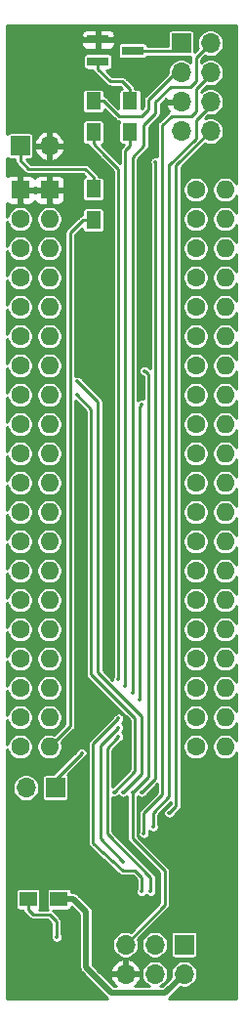
<source format=gbl>
G04 #@! TF.GenerationSoftware,KiCad,Pcbnew,(5.1.5-0-10_14)*
G04 #@! TF.CreationDate,2021-04-25T17:09:50+02:00*
G04 #@! TF.ProjectId,6526KernalSwitcher,36353236-4b65-4726-9e61-6c5377697463,3.0*
G04 #@! TF.SameCoordinates,Original*
G04 #@! TF.FileFunction,Copper,L2,Bot*
G04 #@! TF.FilePolarity,Positive*
%FSLAX46Y46*%
G04 Gerber Fmt 4.6, Leading zero omitted, Abs format (unit mm)*
G04 Created by KiCad (PCBNEW (5.1.5-0-10_14)) date 2021-04-25 17:09:50*
%MOMM*%
%LPD*%
G04 APERTURE LIST*
%ADD10O,1.600000X1.600000*%
%ADD11R,1.600000X1.600000*%
%ADD12R,1.500000X1.300000*%
%ADD13R,1.900000X0.800000*%
%ADD14R,1.300000X1.500000*%
%ADD15O,1.700000X1.700000*%
%ADD16R,1.700000X1.700000*%
%ADD17C,1.600000*%
%ADD18C,0.350000*%
%ADD19C,0.254000*%
%ADD20C,0.250000*%
%ADD21C,0.508000*%
G04 APERTURE END LIST*
D10*
X116840000Y-50800000D03*
X101600000Y-99060000D03*
X116840000Y-53340000D03*
X101600000Y-96520000D03*
X116840000Y-55880000D03*
X101600000Y-93980000D03*
X116840000Y-58420000D03*
X101600000Y-91440000D03*
X116840000Y-60960000D03*
X101600000Y-88900000D03*
X116840000Y-63500000D03*
X101600000Y-86360000D03*
X116840000Y-66040000D03*
X101600000Y-83820000D03*
X116840000Y-68580000D03*
X101600000Y-81280000D03*
X116840000Y-71120000D03*
X101600000Y-78740000D03*
X116840000Y-73660000D03*
X101600000Y-76200000D03*
X116840000Y-76200000D03*
X101600000Y-73660000D03*
X116840000Y-78740000D03*
X101600000Y-71120000D03*
X116840000Y-81280000D03*
X101600000Y-68580000D03*
X116840000Y-83820000D03*
X101600000Y-66040000D03*
X116840000Y-86360000D03*
X101600000Y-63500000D03*
X116840000Y-88900000D03*
X101600000Y-60960000D03*
X116840000Y-91440000D03*
X101600000Y-58420000D03*
X116840000Y-93980000D03*
X101600000Y-55880000D03*
X116840000Y-96520000D03*
X101600000Y-53340000D03*
X116840000Y-99060000D03*
D11*
X101600000Y-50800000D03*
D12*
X102442000Y-112268000D03*
X99742000Y-112268000D03*
D13*
X108815000Y-38735000D03*
X105815000Y-37785000D03*
X105815000Y-39685000D03*
D14*
X108585000Y-43100000D03*
X108585000Y-45800000D03*
X105410000Y-50720000D03*
X105410000Y-53420000D03*
X105410000Y-45800000D03*
X105410000Y-43100000D03*
D15*
X108204000Y-118745000D03*
X108204000Y-116205000D03*
X110744000Y-118745000D03*
X110744000Y-116205000D03*
X113284000Y-118745000D03*
D16*
X113284000Y-116205000D03*
D15*
X99568000Y-102616000D03*
D16*
X102108000Y-102616000D03*
X99060000Y-46990000D03*
D15*
X101600000Y-46990000D03*
D16*
X113030000Y-38100000D03*
D15*
X115570000Y-38100000D03*
X113030000Y-40640000D03*
X115570000Y-40640000D03*
X113030000Y-43180000D03*
X115570000Y-43180000D03*
X113030000Y-45720000D03*
X115570000Y-45720000D03*
D17*
X114300000Y-50800000D03*
X99060000Y-99060000D03*
X114300000Y-53340000D03*
X99060000Y-96520000D03*
X114300000Y-55880000D03*
X99060000Y-93980000D03*
X114300000Y-58420000D03*
X99060000Y-91440000D03*
X114300000Y-60960000D03*
X99060000Y-88900000D03*
X114300000Y-63500000D03*
X99060000Y-86360000D03*
X114300000Y-66040000D03*
X99060000Y-83820000D03*
X114300000Y-68580000D03*
X99060000Y-81280000D03*
X114300000Y-71120000D03*
X99060000Y-78740000D03*
X114300000Y-73660000D03*
X99060000Y-76200000D03*
X114300000Y-76200000D03*
X99060000Y-73660000D03*
X114300000Y-78740000D03*
X99060000Y-71120000D03*
X114300000Y-81280000D03*
X99060000Y-68580000D03*
X114300000Y-83820000D03*
X99060000Y-66040000D03*
X114300000Y-86360000D03*
X99060000Y-63500000D03*
X114300000Y-88900000D03*
X99060000Y-60960000D03*
X114300000Y-91440000D03*
X99060000Y-58420000D03*
X114300000Y-93980000D03*
X99060000Y-55880000D03*
X114300000Y-96520000D03*
X99060000Y-53340000D03*
X114300000Y-99060000D03*
D11*
X99060000Y-50800000D03*
D18*
X116200000Y-107400000D03*
X111200000Y-107600000D03*
X103200000Y-107800000D03*
X107315000Y-105664000D03*
X114800000Y-101200000D03*
X105400000Y-96600000D03*
X104000000Y-102600000D03*
X104775000Y-111760000D03*
X111760000Y-114300000D03*
X116400000Y-119600000D03*
X99695000Y-118745000D03*
X114600000Y-112600000D03*
X109800000Y-48600000D03*
X105410000Y-58420000D03*
X117000000Y-48000000D03*
X100330000Y-38735000D03*
X102250000Y-115570000D03*
X109600000Y-111600000D03*
X109600000Y-111600000D03*
X107600000Y-96600000D03*
X107600000Y-93200000D03*
X107200000Y-103000000D03*
X104000000Y-68600000D03*
X108000000Y-103000000D03*
X104029000Y-67400000D03*
X108820000Y-103064986D03*
X109855000Y-66495000D03*
X109600000Y-103000000D03*
X110800000Y-48400000D03*
X109800000Y-106600000D03*
X110600000Y-106000002D03*
X112000000Y-104800000D03*
X108000000Y-109000000D03*
X108200000Y-93800000D03*
X107599998Y-97400000D03*
X109605000Y-69395000D03*
X104400000Y-99600000D03*
X109400000Y-94995000D03*
X102387000Y-112213000D03*
X105410000Y-50720000D03*
X110400000Y-111600000D03*
X110400000Y-111600000D03*
X108800000Y-94400000D03*
X107600000Y-98200000D03*
D19*
X101600000Y-99060000D02*
X103400000Y-97260000D01*
X104506000Y-53420000D02*
X103400000Y-54526000D01*
X103400000Y-54526000D02*
X103400000Y-55800000D01*
X105410000Y-53420000D02*
X104506000Y-53420000D01*
X103400000Y-97260000D02*
X103400000Y-55800000D01*
X99742000Y-113172000D02*
X100170000Y-113600000D01*
X99742000Y-112268000D02*
X99742000Y-113172000D01*
X100170000Y-113600000D02*
X101600000Y-113600000D01*
X101600000Y-113600000D02*
X102200000Y-114200000D01*
X102200000Y-115520000D02*
X102250000Y-115570000D01*
X102200000Y-114200000D02*
X102200000Y-115520000D01*
X105815000Y-40339000D02*
X106876000Y-41400000D01*
X105815000Y-39685000D02*
X105815000Y-40339000D01*
X108585000Y-42096000D02*
X108585000Y-43100000D01*
X107889000Y-41400000D02*
X108585000Y-42096000D01*
X106876000Y-41400000D02*
X107889000Y-41400000D01*
X105410000Y-46804000D02*
X105410000Y-45800000D01*
X106403000Y-47797000D02*
X106403000Y-47803000D01*
X106606000Y-48000000D02*
X106403000Y-47797000D01*
X106403000Y-47797000D02*
X105410000Y-46804000D01*
D20*
X105400000Y-107400000D02*
X105400000Y-98800000D01*
X105400000Y-98800000D02*
X107600000Y-96600000D01*
X108000000Y-109800000D02*
X105400000Y-107400000D01*
D19*
X109000000Y-109800000D02*
X108000000Y-109800000D01*
X109600000Y-110400000D02*
X109000000Y-109800000D01*
X109600000Y-111600000D02*
X109600000Y-110400000D01*
X107600000Y-51000000D02*
X107600000Y-49000000D01*
X107600000Y-49000000D02*
X107000000Y-48400000D01*
X106403000Y-47803000D02*
X107000000Y-48400000D01*
D20*
X107600000Y-51000000D02*
X107600000Y-50600000D01*
X107600000Y-51000000D02*
X107600000Y-80400000D01*
D19*
X107600000Y-80400000D02*
X107600000Y-93200000D01*
X109000000Y-96600000D02*
X105200000Y-92800000D01*
X109000000Y-101200000D02*
X109000000Y-96600000D01*
X107200000Y-103000000D02*
X109000000Y-101200000D01*
X105200000Y-92800000D02*
X105200000Y-70000000D01*
X105200000Y-69800000D02*
X105200000Y-70000000D01*
X104000000Y-68600000D02*
X105200000Y-69800000D01*
X105800000Y-69171000D02*
X104203999Y-67574999D01*
X104203999Y-67574999D02*
X104029000Y-67400000D01*
X108000000Y-103000000D02*
X109600000Y-101400000D01*
X109600000Y-101400000D02*
X109600000Y-96400000D01*
X109600000Y-96400000D02*
X105800000Y-92600000D01*
X105800000Y-92600000D02*
X105800000Y-69171000D01*
X108820000Y-103064986D02*
X110200000Y-101684986D01*
X110200000Y-101684986D02*
X110200000Y-89669982D01*
D20*
X110200000Y-89669982D02*
X110200000Y-89400000D01*
X110200000Y-89400000D02*
X110200000Y-72400000D01*
D19*
X110200000Y-72400000D02*
X110200000Y-66800000D01*
X109895000Y-66495000D02*
X109855000Y-66495000D01*
X110200000Y-66800000D02*
X109895000Y-66495000D01*
X108204000Y-116196000D02*
X108204000Y-116205000D01*
X111600000Y-109800000D02*
X111600000Y-112800000D01*
X108800000Y-103084986D02*
X108800000Y-107000000D01*
X108800000Y-107000000D02*
X111600000Y-109800000D01*
X111600000Y-112800000D02*
X108204000Y-116196000D01*
X108820000Y-103064986D02*
X108800000Y-103084986D01*
X109600000Y-103000000D02*
X110800000Y-101800000D01*
X110800000Y-101800000D02*
X110800000Y-101600000D01*
X110800000Y-101600000D02*
X110800000Y-72400000D01*
X110800000Y-72400000D02*
X110800000Y-68800000D01*
X110800000Y-68800000D02*
X110800000Y-48400000D01*
X112560000Y-40640000D02*
X113030000Y-40640000D01*
X110200000Y-43000000D02*
X112560000Y-40640000D01*
X105410000Y-43100000D02*
X106314000Y-43100000D01*
X110200000Y-43800000D02*
X110200000Y-43000000D01*
X109600000Y-44400000D02*
X110200000Y-43800000D01*
X106314000Y-43100000D02*
X107614000Y-44400000D01*
X107614000Y-44400000D02*
X109600000Y-44400000D01*
X113030000Y-38100000D02*
X112900000Y-38100000D01*
X112200000Y-38800000D02*
X110200000Y-38800000D01*
X112900000Y-38100000D02*
X112200000Y-38800000D01*
X108815000Y-38735000D02*
X110200000Y-38800000D01*
X114300000Y-42100000D02*
X115570000Y-40830000D01*
X113900000Y-44400000D02*
X114300000Y-44000000D01*
X115570000Y-40830000D02*
X115570000Y-40640000D01*
X112200000Y-44400000D02*
X113900000Y-44400000D01*
X111400000Y-45200000D02*
X112200000Y-44400000D01*
X114300000Y-44000000D02*
X114300000Y-42100000D01*
X111400000Y-103200000D02*
X111400000Y-45200000D01*
X109800000Y-104800000D02*
X111400000Y-103200000D01*
X109800000Y-106600000D02*
X109800000Y-104800000D01*
X112000000Y-103400000D02*
X110600000Y-104800000D01*
X110600000Y-104800000D02*
X110600000Y-105752515D01*
X110600000Y-105752515D02*
X110600000Y-106000002D01*
X112000000Y-48800000D02*
X112000000Y-48600000D01*
X112000000Y-49200000D02*
X112000000Y-103400000D01*
X112000000Y-48800000D02*
X112000000Y-49200000D01*
X114300000Y-44800000D02*
X115570000Y-43530000D01*
X115570000Y-43530000D02*
X115570000Y-43180000D01*
X114300000Y-46347934D02*
X114300000Y-44800000D01*
X112000000Y-48647934D02*
X114300000Y-46347934D01*
X112000000Y-49200000D02*
X112000000Y-48647934D01*
X112600000Y-48690000D02*
X115570000Y-45720000D01*
X112600000Y-104200000D02*
X112600000Y-48690000D01*
X112000000Y-104800000D02*
X112600000Y-104200000D01*
X106000000Y-107000000D02*
X108000000Y-109000000D01*
X106000000Y-106800000D02*
X106000000Y-107000000D01*
X108200000Y-81000000D02*
X108200000Y-90600000D01*
X108200000Y-80000000D02*
X108200000Y-81000000D01*
D20*
X108200000Y-80000000D02*
X108200000Y-49600000D01*
X108200000Y-93552513D02*
X108200000Y-93800000D01*
X108200000Y-90600000D02*
X108200000Y-93552513D01*
X106000000Y-98999998D02*
X107424999Y-97574999D01*
X106000000Y-106800000D02*
X106000000Y-98999998D01*
X107424999Y-97574999D02*
X107599998Y-97400000D01*
D19*
X108200000Y-47400000D02*
X108585000Y-47015000D01*
X108585000Y-47015000D02*
X108585000Y-45800000D01*
X108200000Y-49600000D02*
X108200000Y-47400000D01*
X102108000Y-101892000D02*
X102108000Y-102616000D01*
X104400000Y-99600000D02*
X102108000Y-101892000D01*
X109400000Y-69600000D02*
X109400000Y-94995000D01*
X109605000Y-69395000D02*
X109400000Y-69600000D01*
D21*
X111629000Y-120400000D02*
X113284000Y-118745000D01*
X107000000Y-120400000D02*
X111629000Y-120400000D01*
X104800000Y-113368000D02*
X104800000Y-118200000D01*
X104800000Y-118200000D02*
X107000000Y-120400000D01*
X103700000Y-112268000D02*
X104800000Y-113368000D01*
X102442000Y-112268000D02*
X103700000Y-112268000D01*
D19*
X105410000Y-49716000D02*
X104694000Y-49000000D01*
X105410000Y-50720000D02*
X105410000Y-49716000D01*
X104694000Y-49000000D02*
X99800000Y-49000000D01*
X99060000Y-48260000D02*
X99060000Y-46990000D01*
X99800000Y-49000000D02*
X99060000Y-48260000D01*
X110400000Y-110400002D02*
X106600000Y-106600002D01*
X110400000Y-111600000D02*
X110400000Y-110400002D01*
D20*
X108800000Y-94152513D02*
X108800000Y-94400000D01*
X107425001Y-98374999D02*
X107600000Y-98200000D01*
X106600000Y-106600002D02*
X106600000Y-99200000D01*
X106600000Y-99200000D02*
X107425001Y-98374999D01*
X108800000Y-50000000D02*
X108800000Y-94152513D01*
D19*
X109800000Y-47000000D02*
X108800000Y-48000000D01*
X109800000Y-45200000D02*
X109800000Y-47000000D01*
X110800000Y-44200000D02*
X109800000Y-45200000D01*
X113800000Y-41900000D02*
X112100000Y-41900000D01*
X114300000Y-41400000D02*
X113800000Y-41900000D01*
X112100000Y-41900000D02*
X110800000Y-43200000D01*
X108800000Y-48000000D02*
X108800000Y-50000000D01*
X114300000Y-39370000D02*
X114300000Y-41400000D01*
X110800000Y-43200000D02*
X110800000Y-44200000D01*
X115570000Y-38100000D02*
X114300000Y-39370000D01*
G36*
X117848000Y-50288535D02*
G01*
X117838734Y-50266165D01*
X117715398Y-50081579D01*
X117558421Y-49924602D01*
X117373835Y-49801266D01*
X117168734Y-49716310D01*
X116951000Y-49673000D01*
X116729000Y-49673000D01*
X116511266Y-49716310D01*
X116306165Y-49801266D01*
X116121579Y-49924602D01*
X115964602Y-50081579D01*
X115841266Y-50266165D01*
X115756310Y-50471266D01*
X115713000Y-50689000D01*
X115713000Y-50911000D01*
X115756310Y-51128734D01*
X115841266Y-51333835D01*
X115964602Y-51518421D01*
X116121579Y-51675398D01*
X116306165Y-51798734D01*
X116511266Y-51883690D01*
X116729000Y-51927000D01*
X116951000Y-51927000D01*
X117168734Y-51883690D01*
X117373835Y-51798734D01*
X117558421Y-51675398D01*
X117715398Y-51518421D01*
X117838734Y-51333835D01*
X117848000Y-51311465D01*
X117848000Y-52828535D01*
X117838734Y-52806165D01*
X117715398Y-52621579D01*
X117558421Y-52464602D01*
X117373835Y-52341266D01*
X117168734Y-52256310D01*
X116951000Y-52213000D01*
X116729000Y-52213000D01*
X116511266Y-52256310D01*
X116306165Y-52341266D01*
X116121579Y-52464602D01*
X115964602Y-52621579D01*
X115841266Y-52806165D01*
X115756310Y-53011266D01*
X115713000Y-53229000D01*
X115713000Y-53451000D01*
X115756310Y-53668734D01*
X115841266Y-53873835D01*
X115964602Y-54058421D01*
X116121579Y-54215398D01*
X116306165Y-54338734D01*
X116511266Y-54423690D01*
X116729000Y-54467000D01*
X116951000Y-54467000D01*
X117168734Y-54423690D01*
X117373835Y-54338734D01*
X117558421Y-54215398D01*
X117715398Y-54058421D01*
X117838734Y-53873835D01*
X117848000Y-53851464D01*
X117848000Y-55368536D01*
X117838734Y-55346165D01*
X117715398Y-55161579D01*
X117558421Y-55004602D01*
X117373835Y-54881266D01*
X117168734Y-54796310D01*
X116951000Y-54753000D01*
X116729000Y-54753000D01*
X116511266Y-54796310D01*
X116306165Y-54881266D01*
X116121579Y-55004602D01*
X115964602Y-55161579D01*
X115841266Y-55346165D01*
X115756310Y-55551266D01*
X115713000Y-55769000D01*
X115713000Y-55991000D01*
X115756310Y-56208734D01*
X115841266Y-56413835D01*
X115964602Y-56598421D01*
X116121579Y-56755398D01*
X116306165Y-56878734D01*
X116511266Y-56963690D01*
X116729000Y-57007000D01*
X116951000Y-57007000D01*
X117168734Y-56963690D01*
X117373835Y-56878734D01*
X117558421Y-56755398D01*
X117715398Y-56598421D01*
X117838734Y-56413835D01*
X117848000Y-56391464D01*
X117848000Y-57908536D01*
X117838734Y-57886165D01*
X117715398Y-57701579D01*
X117558421Y-57544602D01*
X117373835Y-57421266D01*
X117168734Y-57336310D01*
X116951000Y-57293000D01*
X116729000Y-57293000D01*
X116511266Y-57336310D01*
X116306165Y-57421266D01*
X116121579Y-57544602D01*
X115964602Y-57701579D01*
X115841266Y-57886165D01*
X115756310Y-58091266D01*
X115713000Y-58309000D01*
X115713000Y-58531000D01*
X115756310Y-58748734D01*
X115841266Y-58953835D01*
X115964602Y-59138421D01*
X116121579Y-59295398D01*
X116306165Y-59418734D01*
X116511266Y-59503690D01*
X116729000Y-59547000D01*
X116951000Y-59547000D01*
X117168734Y-59503690D01*
X117373835Y-59418734D01*
X117558421Y-59295398D01*
X117715398Y-59138421D01*
X117838734Y-58953835D01*
X117848000Y-58931464D01*
X117848000Y-60448536D01*
X117838734Y-60426165D01*
X117715398Y-60241579D01*
X117558421Y-60084602D01*
X117373835Y-59961266D01*
X117168734Y-59876310D01*
X116951000Y-59833000D01*
X116729000Y-59833000D01*
X116511266Y-59876310D01*
X116306165Y-59961266D01*
X116121579Y-60084602D01*
X115964602Y-60241579D01*
X115841266Y-60426165D01*
X115756310Y-60631266D01*
X115713000Y-60849000D01*
X115713000Y-61071000D01*
X115756310Y-61288734D01*
X115841266Y-61493835D01*
X115964602Y-61678421D01*
X116121579Y-61835398D01*
X116306165Y-61958734D01*
X116511266Y-62043690D01*
X116729000Y-62087000D01*
X116951000Y-62087000D01*
X117168734Y-62043690D01*
X117373835Y-61958734D01*
X117558421Y-61835398D01*
X117715398Y-61678421D01*
X117838734Y-61493835D01*
X117848000Y-61471464D01*
X117848000Y-62988536D01*
X117838734Y-62966165D01*
X117715398Y-62781579D01*
X117558421Y-62624602D01*
X117373835Y-62501266D01*
X117168734Y-62416310D01*
X116951000Y-62373000D01*
X116729000Y-62373000D01*
X116511266Y-62416310D01*
X116306165Y-62501266D01*
X116121579Y-62624602D01*
X115964602Y-62781579D01*
X115841266Y-62966165D01*
X115756310Y-63171266D01*
X115713000Y-63389000D01*
X115713000Y-63611000D01*
X115756310Y-63828734D01*
X115841266Y-64033835D01*
X115964602Y-64218421D01*
X116121579Y-64375398D01*
X116306165Y-64498734D01*
X116511266Y-64583690D01*
X116729000Y-64627000D01*
X116951000Y-64627000D01*
X117168734Y-64583690D01*
X117373835Y-64498734D01*
X117558421Y-64375398D01*
X117715398Y-64218421D01*
X117838734Y-64033835D01*
X117848000Y-64011464D01*
X117848000Y-65528536D01*
X117838734Y-65506165D01*
X117715398Y-65321579D01*
X117558421Y-65164602D01*
X117373835Y-65041266D01*
X117168734Y-64956310D01*
X116951000Y-64913000D01*
X116729000Y-64913000D01*
X116511266Y-64956310D01*
X116306165Y-65041266D01*
X116121579Y-65164602D01*
X115964602Y-65321579D01*
X115841266Y-65506165D01*
X115756310Y-65711266D01*
X115713000Y-65929000D01*
X115713000Y-66151000D01*
X115756310Y-66368734D01*
X115841266Y-66573835D01*
X115964602Y-66758421D01*
X116121579Y-66915398D01*
X116306165Y-67038734D01*
X116511266Y-67123690D01*
X116729000Y-67167000D01*
X116951000Y-67167000D01*
X117168734Y-67123690D01*
X117373835Y-67038734D01*
X117558421Y-66915398D01*
X117715398Y-66758421D01*
X117838734Y-66573835D01*
X117848000Y-66551464D01*
X117848000Y-68068536D01*
X117838734Y-68046165D01*
X117715398Y-67861579D01*
X117558421Y-67704602D01*
X117373835Y-67581266D01*
X117168734Y-67496310D01*
X116951000Y-67453000D01*
X116729000Y-67453000D01*
X116511266Y-67496310D01*
X116306165Y-67581266D01*
X116121579Y-67704602D01*
X115964602Y-67861579D01*
X115841266Y-68046165D01*
X115756310Y-68251266D01*
X115713000Y-68469000D01*
X115713000Y-68691000D01*
X115756310Y-68908734D01*
X115841266Y-69113835D01*
X115964602Y-69298421D01*
X116121579Y-69455398D01*
X116306165Y-69578734D01*
X116511266Y-69663690D01*
X116729000Y-69707000D01*
X116951000Y-69707000D01*
X117168734Y-69663690D01*
X117373835Y-69578734D01*
X117558421Y-69455398D01*
X117715398Y-69298421D01*
X117838734Y-69113835D01*
X117848000Y-69091464D01*
X117848000Y-70608536D01*
X117838734Y-70586165D01*
X117715398Y-70401579D01*
X117558421Y-70244602D01*
X117373835Y-70121266D01*
X117168734Y-70036310D01*
X116951000Y-69993000D01*
X116729000Y-69993000D01*
X116511266Y-70036310D01*
X116306165Y-70121266D01*
X116121579Y-70244602D01*
X115964602Y-70401579D01*
X115841266Y-70586165D01*
X115756310Y-70791266D01*
X115713000Y-71009000D01*
X115713000Y-71231000D01*
X115756310Y-71448734D01*
X115841266Y-71653835D01*
X115964602Y-71838421D01*
X116121579Y-71995398D01*
X116306165Y-72118734D01*
X116511266Y-72203690D01*
X116729000Y-72247000D01*
X116951000Y-72247000D01*
X117168734Y-72203690D01*
X117373835Y-72118734D01*
X117558421Y-71995398D01*
X117715398Y-71838421D01*
X117838734Y-71653835D01*
X117848000Y-71631464D01*
X117848000Y-73148536D01*
X117838734Y-73126165D01*
X117715398Y-72941579D01*
X117558421Y-72784602D01*
X117373835Y-72661266D01*
X117168734Y-72576310D01*
X116951000Y-72533000D01*
X116729000Y-72533000D01*
X116511266Y-72576310D01*
X116306165Y-72661266D01*
X116121579Y-72784602D01*
X115964602Y-72941579D01*
X115841266Y-73126165D01*
X115756310Y-73331266D01*
X115713000Y-73549000D01*
X115713000Y-73771000D01*
X115756310Y-73988734D01*
X115841266Y-74193835D01*
X115964602Y-74378421D01*
X116121579Y-74535398D01*
X116306165Y-74658734D01*
X116511266Y-74743690D01*
X116729000Y-74787000D01*
X116951000Y-74787000D01*
X117168734Y-74743690D01*
X117373835Y-74658734D01*
X117558421Y-74535398D01*
X117715398Y-74378421D01*
X117838734Y-74193835D01*
X117848000Y-74171464D01*
X117848000Y-75688536D01*
X117838734Y-75666165D01*
X117715398Y-75481579D01*
X117558421Y-75324602D01*
X117373835Y-75201266D01*
X117168734Y-75116310D01*
X116951000Y-75073000D01*
X116729000Y-75073000D01*
X116511266Y-75116310D01*
X116306165Y-75201266D01*
X116121579Y-75324602D01*
X115964602Y-75481579D01*
X115841266Y-75666165D01*
X115756310Y-75871266D01*
X115713000Y-76089000D01*
X115713000Y-76311000D01*
X115756310Y-76528734D01*
X115841266Y-76733835D01*
X115964602Y-76918421D01*
X116121579Y-77075398D01*
X116306165Y-77198734D01*
X116511266Y-77283690D01*
X116729000Y-77327000D01*
X116951000Y-77327000D01*
X117168734Y-77283690D01*
X117373835Y-77198734D01*
X117558421Y-77075398D01*
X117715398Y-76918421D01*
X117838734Y-76733835D01*
X117848000Y-76711464D01*
X117848000Y-78228536D01*
X117838734Y-78206165D01*
X117715398Y-78021579D01*
X117558421Y-77864602D01*
X117373835Y-77741266D01*
X117168734Y-77656310D01*
X116951000Y-77613000D01*
X116729000Y-77613000D01*
X116511266Y-77656310D01*
X116306165Y-77741266D01*
X116121579Y-77864602D01*
X115964602Y-78021579D01*
X115841266Y-78206165D01*
X115756310Y-78411266D01*
X115713000Y-78629000D01*
X115713000Y-78851000D01*
X115756310Y-79068734D01*
X115841266Y-79273835D01*
X115964602Y-79458421D01*
X116121579Y-79615398D01*
X116306165Y-79738734D01*
X116511266Y-79823690D01*
X116729000Y-79867000D01*
X116951000Y-79867000D01*
X117168734Y-79823690D01*
X117373835Y-79738734D01*
X117558421Y-79615398D01*
X117715398Y-79458421D01*
X117838734Y-79273835D01*
X117848001Y-79251464D01*
X117848001Y-80768536D01*
X117838734Y-80746165D01*
X117715398Y-80561579D01*
X117558421Y-80404602D01*
X117373835Y-80281266D01*
X117168734Y-80196310D01*
X116951000Y-80153000D01*
X116729000Y-80153000D01*
X116511266Y-80196310D01*
X116306165Y-80281266D01*
X116121579Y-80404602D01*
X115964602Y-80561579D01*
X115841266Y-80746165D01*
X115756310Y-80951266D01*
X115713000Y-81169000D01*
X115713000Y-81391000D01*
X115756310Y-81608734D01*
X115841266Y-81813835D01*
X115964602Y-81998421D01*
X116121579Y-82155398D01*
X116306165Y-82278734D01*
X116511266Y-82363690D01*
X116729000Y-82407000D01*
X116951000Y-82407000D01*
X117168734Y-82363690D01*
X117373835Y-82278734D01*
X117558421Y-82155398D01*
X117715398Y-81998421D01*
X117838734Y-81813835D01*
X117848001Y-81791464D01*
X117848001Y-83308536D01*
X117838734Y-83286165D01*
X117715398Y-83101579D01*
X117558421Y-82944602D01*
X117373835Y-82821266D01*
X117168734Y-82736310D01*
X116951000Y-82693000D01*
X116729000Y-82693000D01*
X116511266Y-82736310D01*
X116306165Y-82821266D01*
X116121579Y-82944602D01*
X115964602Y-83101579D01*
X115841266Y-83286165D01*
X115756310Y-83491266D01*
X115713000Y-83709000D01*
X115713000Y-83931000D01*
X115756310Y-84148734D01*
X115841266Y-84353835D01*
X115964602Y-84538421D01*
X116121579Y-84695398D01*
X116306165Y-84818734D01*
X116511266Y-84903690D01*
X116729000Y-84947000D01*
X116951000Y-84947000D01*
X117168734Y-84903690D01*
X117373835Y-84818734D01*
X117558421Y-84695398D01*
X117715398Y-84538421D01*
X117838734Y-84353835D01*
X117848001Y-84331464D01*
X117848001Y-85848536D01*
X117838734Y-85826165D01*
X117715398Y-85641579D01*
X117558421Y-85484602D01*
X117373835Y-85361266D01*
X117168734Y-85276310D01*
X116951000Y-85233000D01*
X116729000Y-85233000D01*
X116511266Y-85276310D01*
X116306165Y-85361266D01*
X116121579Y-85484602D01*
X115964602Y-85641579D01*
X115841266Y-85826165D01*
X115756310Y-86031266D01*
X115713000Y-86249000D01*
X115713000Y-86471000D01*
X115756310Y-86688734D01*
X115841266Y-86893835D01*
X115964602Y-87078421D01*
X116121579Y-87235398D01*
X116306165Y-87358734D01*
X116511266Y-87443690D01*
X116729000Y-87487000D01*
X116951000Y-87487000D01*
X117168734Y-87443690D01*
X117373835Y-87358734D01*
X117558421Y-87235398D01*
X117715398Y-87078421D01*
X117838734Y-86893835D01*
X117848001Y-86871464D01*
X117848001Y-88388536D01*
X117838734Y-88366165D01*
X117715398Y-88181579D01*
X117558421Y-88024602D01*
X117373835Y-87901266D01*
X117168734Y-87816310D01*
X116951000Y-87773000D01*
X116729000Y-87773000D01*
X116511266Y-87816310D01*
X116306165Y-87901266D01*
X116121579Y-88024602D01*
X115964602Y-88181579D01*
X115841266Y-88366165D01*
X115756310Y-88571266D01*
X115713000Y-88789000D01*
X115713000Y-89011000D01*
X115756310Y-89228734D01*
X115841266Y-89433835D01*
X115964602Y-89618421D01*
X116121579Y-89775398D01*
X116306165Y-89898734D01*
X116511266Y-89983690D01*
X116729000Y-90027000D01*
X116951000Y-90027000D01*
X117168734Y-89983690D01*
X117373835Y-89898734D01*
X117558421Y-89775398D01*
X117715398Y-89618421D01*
X117838734Y-89433835D01*
X117848001Y-89411463D01*
X117848001Y-90928537D01*
X117838734Y-90906165D01*
X117715398Y-90721579D01*
X117558421Y-90564602D01*
X117373835Y-90441266D01*
X117168734Y-90356310D01*
X116951000Y-90313000D01*
X116729000Y-90313000D01*
X116511266Y-90356310D01*
X116306165Y-90441266D01*
X116121579Y-90564602D01*
X115964602Y-90721579D01*
X115841266Y-90906165D01*
X115756310Y-91111266D01*
X115713000Y-91329000D01*
X115713000Y-91551000D01*
X115756310Y-91768734D01*
X115841266Y-91973835D01*
X115964602Y-92158421D01*
X116121579Y-92315398D01*
X116306165Y-92438734D01*
X116511266Y-92523690D01*
X116729000Y-92567000D01*
X116951000Y-92567000D01*
X117168734Y-92523690D01*
X117373835Y-92438734D01*
X117558421Y-92315398D01*
X117715398Y-92158421D01*
X117838734Y-91973835D01*
X117848001Y-91951463D01*
X117848001Y-93468537D01*
X117838734Y-93446165D01*
X117715398Y-93261579D01*
X117558421Y-93104602D01*
X117373835Y-92981266D01*
X117168734Y-92896310D01*
X116951000Y-92853000D01*
X116729000Y-92853000D01*
X116511266Y-92896310D01*
X116306165Y-92981266D01*
X116121579Y-93104602D01*
X115964602Y-93261579D01*
X115841266Y-93446165D01*
X115756310Y-93651266D01*
X115713000Y-93869000D01*
X115713000Y-94091000D01*
X115756310Y-94308734D01*
X115841266Y-94513835D01*
X115964602Y-94698421D01*
X116121579Y-94855398D01*
X116306165Y-94978734D01*
X116511266Y-95063690D01*
X116729000Y-95107000D01*
X116951000Y-95107000D01*
X117168734Y-95063690D01*
X117373835Y-94978734D01*
X117558421Y-94855398D01*
X117715398Y-94698421D01*
X117838734Y-94513835D01*
X117848001Y-94491463D01*
X117848001Y-96008537D01*
X117838734Y-95986165D01*
X117715398Y-95801579D01*
X117558421Y-95644602D01*
X117373835Y-95521266D01*
X117168734Y-95436310D01*
X116951000Y-95393000D01*
X116729000Y-95393000D01*
X116511266Y-95436310D01*
X116306165Y-95521266D01*
X116121579Y-95644602D01*
X115964602Y-95801579D01*
X115841266Y-95986165D01*
X115756310Y-96191266D01*
X115713000Y-96409000D01*
X115713000Y-96631000D01*
X115756310Y-96848734D01*
X115841266Y-97053835D01*
X115964602Y-97238421D01*
X116121579Y-97395398D01*
X116306165Y-97518734D01*
X116511266Y-97603690D01*
X116729000Y-97647000D01*
X116951000Y-97647000D01*
X117168734Y-97603690D01*
X117373835Y-97518734D01*
X117558421Y-97395398D01*
X117715398Y-97238421D01*
X117838734Y-97053835D01*
X117848001Y-97031463D01*
X117848001Y-98548537D01*
X117838734Y-98526165D01*
X117715398Y-98341579D01*
X117558421Y-98184602D01*
X117373835Y-98061266D01*
X117168734Y-97976310D01*
X116951000Y-97933000D01*
X116729000Y-97933000D01*
X116511266Y-97976310D01*
X116306165Y-98061266D01*
X116121579Y-98184602D01*
X115964602Y-98341579D01*
X115841266Y-98526165D01*
X115756310Y-98731266D01*
X115713000Y-98949000D01*
X115713000Y-99171000D01*
X115756310Y-99388734D01*
X115841266Y-99593835D01*
X115964602Y-99778421D01*
X116121579Y-99935398D01*
X116306165Y-100058734D01*
X116511266Y-100143690D01*
X116729000Y-100187000D01*
X116951000Y-100187000D01*
X117168734Y-100143690D01*
X117373835Y-100058734D01*
X117558421Y-99935398D01*
X117715398Y-99778421D01*
X117838734Y-99593835D01*
X117848001Y-99571463D01*
X117848001Y-120848000D01*
X111998946Y-120848000D01*
X112041817Y-120812817D01*
X112060017Y-120790640D01*
X112968379Y-119882278D01*
X113168076Y-119922000D01*
X113399924Y-119922000D01*
X113627318Y-119876769D01*
X113841519Y-119788044D01*
X114034294Y-119659236D01*
X114198236Y-119495294D01*
X114327044Y-119302519D01*
X114415769Y-119088318D01*
X114461000Y-118860924D01*
X114461000Y-118629076D01*
X114415769Y-118401682D01*
X114327044Y-118187481D01*
X114198236Y-117994706D01*
X114034294Y-117830764D01*
X113841519Y-117701956D01*
X113627318Y-117613231D01*
X113399924Y-117568000D01*
X113168076Y-117568000D01*
X112940682Y-117613231D01*
X112726481Y-117701956D01*
X112533706Y-117830764D01*
X112369764Y-117994706D01*
X112240956Y-118187481D01*
X112152231Y-118401682D01*
X112107000Y-118629076D01*
X112107000Y-118860924D01*
X112146722Y-119060621D01*
X111388343Y-119819000D01*
X111226785Y-119819000D01*
X111301519Y-119788044D01*
X111494294Y-119659236D01*
X111658236Y-119495294D01*
X111787044Y-119302519D01*
X111875769Y-119088318D01*
X111921000Y-118860924D01*
X111921000Y-118629076D01*
X111875769Y-118401682D01*
X111787044Y-118187481D01*
X111658236Y-117994706D01*
X111494294Y-117830764D01*
X111301519Y-117701956D01*
X111087318Y-117613231D01*
X110859924Y-117568000D01*
X110628076Y-117568000D01*
X110400682Y-117613231D01*
X110186481Y-117701956D01*
X109993706Y-117830764D01*
X109829764Y-117994706D01*
X109700956Y-118187481D01*
X109612231Y-118401682D01*
X109567000Y-118629076D01*
X109567000Y-118860924D01*
X109612231Y-119088318D01*
X109700956Y-119302519D01*
X109829764Y-119495294D01*
X109993706Y-119659236D01*
X110186481Y-119788044D01*
X110261215Y-119819000D01*
X109029827Y-119819000D01*
X109112848Y-119758081D01*
X109293027Y-119561307D01*
X109431355Y-119333163D01*
X109522517Y-119082416D01*
X109431317Y-118872000D01*
X108331000Y-118872000D01*
X108331000Y-118892000D01*
X108077000Y-118892000D01*
X108077000Y-118872000D01*
X106976683Y-118872000D01*
X106885483Y-119082416D01*
X106976645Y-119333163D01*
X107114973Y-119561307D01*
X107295152Y-119758081D01*
X107378173Y-119819000D01*
X107240658Y-119819000D01*
X105829242Y-118407584D01*
X106885483Y-118407584D01*
X106976683Y-118618000D01*
X108077000Y-118618000D01*
X108077000Y-117518307D01*
X108331000Y-117518307D01*
X108331000Y-118618000D01*
X109431317Y-118618000D01*
X109522517Y-118407584D01*
X109431355Y-118156837D01*
X109293027Y-117928693D01*
X109112848Y-117731919D01*
X108897742Y-117574078D01*
X108655976Y-117461235D01*
X108541415Y-117426488D01*
X108331000Y-117518307D01*
X108077000Y-117518307D01*
X107866585Y-117426488D01*
X107752024Y-117461235D01*
X107510258Y-117574078D01*
X107295152Y-117731919D01*
X107114973Y-117928693D01*
X106976645Y-118156837D01*
X106885483Y-118407584D01*
X105829242Y-118407584D01*
X105381000Y-117959343D01*
X105381000Y-113396540D01*
X105383811Y-113368000D01*
X105372593Y-113254104D01*
X105339371Y-113144585D01*
X105285421Y-113043652D01*
X105234909Y-112982103D01*
X105212817Y-112955183D01*
X105190646Y-112936988D01*
X104131017Y-111877360D01*
X104112817Y-111855183D01*
X104024348Y-111782579D01*
X103923415Y-111728629D01*
X103813896Y-111695407D01*
X103728540Y-111687000D01*
X103700000Y-111684189D01*
X103671460Y-111687000D01*
X103520582Y-111687000D01*
X103520582Y-111618000D01*
X103514268Y-111553897D01*
X103495570Y-111492257D01*
X103465206Y-111435450D01*
X103424343Y-111385657D01*
X103374550Y-111344794D01*
X103317743Y-111314430D01*
X103256103Y-111295732D01*
X103192000Y-111289418D01*
X101692000Y-111289418D01*
X101627897Y-111295732D01*
X101566257Y-111314430D01*
X101509450Y-111344794D01*
X101459657Y-111385657D01*
X101418794Y-111435450D01*
X101388430Y-111492257D01*
X101369732Y-111553897D01*
X101363418Y-111618000D01*
X101363418Y-112918000D01*
X101369732Y-112982103D01*
X101388430Y-113043743D01*
X101418794Y-113100550D01*
X101456093Y-113146000D01*
X100727907Y-113146000D01*
X100765206Y-113100550D01*
X100795570Y-113043743D01*
X100814268Y-112982103D01*
X100820582Y-112918000D01*
X100820582Y-111618000D01*
X100814268Y-111553897D01*
X100795570Y-111492257D01*
X100765206Y-111435450D01*
X100724343Y-111385657D01*
X100674550Y-111344794D01*
X100617743Y-111314430D01*
X100556103Y-111295732D01*
X100492000Y-111289418D01*
X98992000Y-111289418D01*
X98927897Y-111295732D01*
X98866257Y-111314430D01*
X98809450Y-111344794D01*
X98759657Y-111385657D01*
X98718794Y-111435450D01*
X98688430Y-111492257D01*
X98669732Y-111553897D01*
X98663418Y-111618000D01*
X98663418Y-112918000D01*
X98669732Y-112982103D01*
X98688430Y-113043743D01*
X98718794Y-113100550D01*
X98759657Y-113150343D01*
X98809450Y-113191206D01*
X98866257Y-113221570D01*
X98927897Y-113240268D01*
X98992000Y-113246582D01*
X99293150Y-113246582D01*
X99294570Y-113260999D01*
X99320530Y-113346578D01*
X99320531Y-113346579D01*
X99362688Y-113425449D01*
X99419422Y-113494579D01*
X99436738Y-113508790D01*
X99833208Y-113905261D01*
X99847421Y-113922579D01*
X99864737Y-113936790D01*
X99864738Y-113936791D01*
X99876631Y-113946551D01*
X99916551Y-113979313D01*
X99995421Y-114021470D01*
X100081000Y-114047430D01*
X100090301Y-114048346D01*
X100147705Y-114054000D01*
X100147711Y-114054000D01*
X100169999Y-114056195D01*
X100192287Y-114054000D01*
X101411948Y-114054000D01*
X101746000Y-114388053D01*
X101746001Y-115497702D01*
X101743805Y-115520000D01*
X101748000Y-115562596D01*
X101748000Y-115619443D01*
X101767292Y-115716428D01*
X101805133Y-115807786D01*
X101860071Y-115890006D01*
X101929994Y-115959929D01*
X102012214Y-116014867D01*
X102103572Y-116052708D01*
X102200557Y-116072000D01*
X102299443Y-116072000D01*
X102396428Y-116052708D01*
X102487786Y-116014867D01*
X102570006Y-115959929D01*
X102639929Y-115890006D01*
X102694867Y-115807786D01*
X102732708Y-115716428D01*
X102752000Y-115619443D01*
X102752000Y-115520557D01*
X102732708Y-115423572D01*
X102694867Y-115332214D01*
X102654000Y-115271053D01*
X102654000Y-114222287D01*
X102656195Y-114199999D01*
X102654000Y-114177711D01*
X102654000Y-114177705D01*
X102647430Y-114111001D01*
X102621470Y-114025421D01*
X102579313Y-113946551D01*
X102522579Y-113877421D01*
X102505264Y-113863211D01*
X101936794Y-113294742D01*
X101922579Y-113277421D01*
X101885002Y-113246582D01*
X103192000Y-113246582D01*
X103256103Y-113240268D01*
X103317743Y-113221570D01*
X103374550Y-113191206D01*
X103424343Y-113150343D01*
X103465206Y-113100550D01*
X103495570Y-113043743D01*
X103514268Y-112982103D01*
X103520582Y-112918000D01*
X103520582Y-112910239D01*
X104219000Y-113608658D01*
X104219001Y-118171450D01*
X104216189Y-118200000D01*
X104227407Y-118313895D01*
X104260629Y-118423414D01*
X104314579Y-118524347D01*
X104314580Y-118524348D01*
X104387184Y-118612817D01*
X104409356Y-118631013D01*
X106568987Y-120790645D01*
X106587183Y-120812817D01*
X106630054Y-120848000D01*
X97952000Y-120848000D01*
X97952000Y-102500076D01*
X98391000Y-102500076D01*
X98391000Y-102731924D01*
X98436231Y-102959318D01*
X98524956Y-103173519D01*
X98653764Y-103366294D01*
X98817706Y-103530236D01*
X99010481Y-103659044D01*
X99224682Y-103747769D01*
X99452076Y-103793000D01*
X99683924Y-103793000D01*
X99911318Y-103747769D01*
X100125519Y-103659044D01*
X100318294Y-103530236D01*
X100482236Y-103366294D01*
X100611044Y-103173519D01*
X100699769Y-102959318D01*
X100745000Y-102731924D01*
X100745000Y-102500076D01*
X100699769Y-102272682D01*
X100611044Y-102058481D01*
X100482236Y-101865706D01*
X100382530Y-101766000D01*
X100929418Y-101766000D01*
X100929418Y-103466000D01*
X100935732Y-103530103D01*
X100954430Y-103591743D01*
X100984794Y-103648550D01*
X101025657Y-103698343D01*
X101075450Y-103739206D01*
X101132257Y-103769570D01*
X101193897Y-103788268D01*
X101258000Y-103794582D01*
X102958000Y-103794582D01*
X103022103Y-103788268D01*
X103083743Y-103769570D01*
X103140550Y-103739206D01*
X103190343Y-103698343D01*
X103231206Y-103648550D01*
X103261570Y-103591743D01*
X103280268Y-103530103D01*
X103286582Y-103466000D01*
X103286582Y-101766000D01*
X103280268Y-101701897D01*
X103261570Y-101640257D01*
X103231206Y-101583450D01*
X103190343Y-101533657D01*
X103145333Y-101496719D01*
X104568478Y-100073575D01*
X104637786Y-100044867D01*
X104720006Y-99989929D01*
X104789929Y-99920006D01*
X104844867Y-99837786D01*
X104882708Y-99746428D01*
X104902000Y-99649443D01*
X104902000Y-99550557D01*
X104882708Y-99453572D01*
X104844867Y-99362214D01*
X104789929Y-99279994D01*
X104720006Y-99210071D01*
X104637786Y-99155133D01*
X104546428Y-99117292D01*
X104449443Y-99098000D01*
X104350557Y-99098000D01*
X104253572Y-99117292D01*
X104162214Y-99155133D01*
X104079994Y-99210071D01*
X104010071Y-99279994D01*
X103955133Y-99362214D01*
X103926425Y-99431522D01*
X101920530Y-101437418D01*
X101258000Y-101437418D01*
X101193897Y-101443732D01*
X101132257Y-101462430D01*
X101075450Y-101492794D01*
X101025657Y-101533657D01*
X100984794Y-101583450D01*
X100954430Y-101640257D01*
X100935732Y-101701897D01*
X100929418Y-101766000D01*
X100382530Y-101766000D01*
X100318294Y-101701764D01*
X100125519Y-101572956D01*
X99911318Y-101484231D01*
X99683924Y-101439000D01*
X99452076Y-101439000D01*
X99224682Y-101484231D01*
X99010481Y-101572956D01*
X98817706Y-101701764D01*
X98653764Y-101865706D01*
X98524956Y-102058481D01*
X98436231Y-102272682D01*
X98391000Y-102500076D01*
X97952000Y-102500076D01*
X97952000Y-99266519D01*
X97976310Y-99388734D01*
X98061266Y-99593835D01*
X98184602Y-99778421D01*
X98341579Y-99935398D01*
X98526165Y-100058734D01*
X98731266Y-100143690D01*
X98949000Y-100187000D01*
X99171000Y-100187000D01*
X99388734Y-100143690D01*
X99593835Y-100058734D01*
X99778421Y-99935398D01*
X99935398Y-99778421D01*
X100058734Y-99593835D01*
X100143690Y-99388734D01*
X100187000Y-99171000D01*
X100187000Y-98949000D01*
X100473000Y-98949000D01*
X100473000Y-99171000D01*
X100516310Y-99388734D01*
X100601266Y-99593835D01*
X100724602Y-99778421D01*
X100881579Y-99935398D01*
X101066165Y-100058734D01*
X101271266Y-100143690D01*
X101489000Y-100187000D01*
X101711000Y-100187000D01*
X101928734Y-100143690D01*
X102133835Y-100058734D01*
X102318421Y-99935398D01*
X102475398Y-99778421D01*
X102598734Y-99593835D01*
X102683690Y-99388734D01*
X102727000Y-99171000D01*
X102727000Y-98949000D01*
X102683690Y-98731266D01*
X102650621Y-98651431D01*
X103705264Y-97596789D01*
X103722579Y-97582579D01*
X103779313Y-97513449D01*
X103821470Y-97434579D01*
X103841388Y-97368918D01*
X103847430Y-97349000D01*
X103848346Y-97339699D01*
X103854000Y-97282295D01*
X103854000Y-97282289D01*
X103856195Y-97260001D01*
X103854000Y-97237713D01*
X103854000Y-69096052D01*
X104746000Y-69988053D01*
X104746000Y-70022295D01*
X104746001Y-70022305D01*
X104746000Y-92777712D01*
X104743805Y-92800000D01*
X104746000Y-92822288D01*
X104746000Y-92822294D01*
X104749069Y-92853448D01*
X104752570Y-92888999D01*
X104774779Y-92962214D01*
X104778530Y-92974578D01*
X104820687Y-93053448D01*
X104877421Y-93122579D01*
X104894742Y-93136794D01*
X108546001Y-96788054D01*
X108546000Y-101011947D01*
X107052000Y-102505948D01*
X107052000Y-99387223D01*
X107760314Y-98678910D01*
X107760319Y-98678904D01*
X107763647Y-98675576D01*
X107837786Y-98644867D01*
X107920006Y-98589929D01*
X107989929Y-98520006D01*
X108044867Y-98437786D01*
X108082708Y-98346428D01*
X108102000Y-98249443D01*
X108102000Y-98150557D01*
X108082708Y-98053572D01*
X108044867Y-97962214D01*
X107989929Y-97879994D01*
X107920006Y-97810071D01*
X107904933Y-97799999D01*
X107920004Y-97789929D01*
X107989927Y-97720006D01*
X108044865Y-97637786D01*
X108082706Y-97546428D01*
X108101998Y-97449443D01*
X108101998Y-97350557D01*
X108082706Y-97253572D01*
X108044865Y-97162214D01*
X107989927Y-97079994D01*
X107920004Y-97010071D01*
X107904933Y-97000001D01*
X107920006Y-96989929D01*
X107989929Y-96920006D01*
X108044867Y-96837786D01*
X108082708Y-96746428D01*
X108102000Y-96649443D01*
X108102000Y-96550557D01*
X108082708Y-96453572D01*
X108044867Y-96362214D01*
X107989929Y-96279994D01*
X107920006Y-96210071D01*
X107837786Y-96155133D01*
X107746428Y-96117292D01*
X107649443Y-96098000D01*
X107550557Y-96098000D01*
X107453572Y-96117292D01*
X107362214Y-96155133D01*
X107279994Y-96210071D01*
X107210071Y-96279994D01*
X107155133Y-96362214D01*
X107124425Y-96436351D01*
X105096096Y-98464681D01*
X105078842Y-98478841D01*
X105023881Y-98545811D01*
X105022358Y-98547667D01*
X104980386Y-98626191D01*
X104954540Y-98711393D01*
X104945813Y-98800000D01*
X104948001Y-98822215D01*
X104948000Y-107386848D01*
X104946176Y-107418152D01*
X104951062Y-107453289D01*
X104954540Y-107488606D01*
X104957184Y-107497323D01*
X104958438Y-107506340D01*
X104970085Y-107539850D01*
X104980386Y-107573809D01*
X104984679Y-107581840D01*
X104987668Y-107590441D01*
X105005628Y-107621035D01*
X105022357Y-107652332D01*
X105028136Y-107659373D01*
X105032745Y-107667225D01*
X105056316Y-107693711D01*
X105078841Y-107721159D01*
X105103106Y-107741073D01*
X107659773Y-110101075D01*
X107677421Y-110122579D01*
X107746551Y-110179313D01*
X107825421Y-110221470D01*
X107911001Y-110247430D01*
X107977705Y-110254000D01*
X108811948Y-110254000D01*
X109146001Y-110588054D01*
X109146000Y-111384263D01*
X109117292Y-111453572D01*
X109098000Y-111550557D01*
X109098000Y-111649443D01*
X109117292Y-111746428D01*
X109155133Y-111837786D01*
X109210071Y-111920006D01*
X109279994Y-111989929D01*
X109362214Y-112044867D01*
X109453572Y-112082708D01*
X109550557Y-112102000D01*
X109649443Y-112102000D01*
X109746428Y-112082708D01*
X109837786Y-112044867D01*
X109920006Y-111989929D01*
X109989929Y-111920006D01*
X110000000Y-111904934D01*
X110010071Y-111920006D01*
X110079994Y-111989929D01*
X110162214Y-112044867D01*
X110253572Y-112082708D01*
X110350557Y-112102000D01*
X110449443Y-112102000D01*
X110546428Y-112082708D01*
X110637786Y-112044867D01*
X110720006Y-111989929D01*
X110789929Y-111920006D01*
X110844867Y-111837786D01*
X110882708Y-111746428D01*
X110902000Y-111649443D01*
X110902000Y-111550557D01*
X110882708Y-111453572D01*
X110854000Y-111384263D01*
X110854000Y-110422290D01*
X110856195Y-110400002D01*
X110854000Y-110377714D01*
X110854000Y-110377707D01*
X110847430Y-110311003D01*
X110821470Y-110225423D01*
X110779313Y-110146553D01*
X110722579Y-110077423D01*
X110705263Y-110063212D01*
X107052000Y-106409950D01*
X107052000Y-103482057D01*
X107053572Y-103482708D01*
X107150557Y-103502000D01*
X107249443Y-103502000D01*
X107346428Y-103482708D01*
X107437786Y-103444867D01*
X107520006Y-103389929D01*
X107589929Y-103320006D01*
X107600000Y-103304934D01*
X107610071Y-103320006D01*
X107679994Y-103389929D01*
X107762214Y-103444867D01*
X107853572Y-103482708D01*
X107950557Y-103502000D01*
X108049443Y-103502000D01*
X108146428Y-103482708D01*
X108237786Y-103444867D01*
X108320006Y-103389929D01*
X108346000Y-103363935D01*
X108346001Y-106977702D01*
X108343805Y-107000000D01*
X108352570Y-107088999D01*
X108378530Y-107174578D01*
X108398154Y-107211291D01*
X108420688Y-107253449D01*
X108477422Y-107322579D01*
X108494738Y-107336790D01*
X111146000Y-109988053D01*
X111146001Y-112611946D01*
X108644474Y-115113474D01*
X108547318Y-115073231D01*
X108319924Y-115028000D01*
X108088076Y-115028000D01*
X107860682Y-115073231D01*
X107646481Y-115161956D01*
X107453706Y-115290764D01*
X107289764Y-115454706D01*
X107160956Y-115647481D01*
X107072231Y-115861682D01*
X107027000Y-116089076D01*
X107027000Y-116320924D01*
X107072231Y-116548318D01*
X107160956Y-116762519D01*
X107289764Y-116955294D01*
X107453706Y-117119236D01*
X107646481Y-117248044D01*
X107860682Y-117336769D01*
X108088076Y-117382000D01*
X108319924Y-117382000D01*
X108547318Y-117336769D01*
X108761519Y-117248044D01*
X108954294Y-117119236D01*
X109118236Y-116955294D01*
X109247044Y-116762519D01*
X109335769Y-116548318D01*
X109381000Y-116320924D01*
X109381000Y-116089076D01*
X109567000Y-116089076D01*
X109567000Y-116320924D01*
X109612231Y-116548318D01*
X109700956Y-116762519D01*
X109829764Y-116955294D01*
X109993706Y-117119236D01*
X110186481Y-117248044D01*
X110400682Y-117336769D01*
X110628076Y-117382000D01*
X110859924Y-117382000D01*
X111087318Y-117336769D01*
X111301519Y-117248044D01*
X111494294Y-117119236D01*
X111658236Y-116955294D01*
X111787044Y-116762519D01*
X111875769Y-116548318D01*
X111921000Y-116320924D01*
X111921000Y-116089076D01*
X111875769Y-115861682D01*
X111787044Y-115647481D01*
X111658236Y-115454706D01*
X111558530Y-115355000D01*
X112105418Y-115355000D01*
X112105418Y-117055000D01*
X112111732Y-117119103D01*
X112130430Y-117180743D01*
X112160794Y-117237550D01*
X112201657Y-117287343D01*
X112251450Y-117328206D01*
X112308257Y-117358570D01*
X112369897Y-117377268D01*
X112434000Y-117383582D01*
X114134000Y-117383582D01*
X114198103Y-117377268D01*
X114259743Y-117358570D01*
X114316550Y-117328206D01*
X114366343Y-117287343D01*
X114407206Y-117237550D01*
X114437570Y-117180743D01*
X114456268Y-117119103D01*
X114462582Y-117055000D01*
X114462582Y-115355000D01*
X114456268Y-115290897D01*
X114437570Y-115229257D01*
X114407206Y-115172450D01*
X114366343Y-115122657D01*
X114316550Y-115081794D01*
X114259743Y-115051430D01*
X114198103Y-115032732D01*
X114134000Y-115026418D01*
X112434000Y-115026418D01*
X112369897Y-115032732D01*
X112308257Y-115051430D01*
X112251450Y-115081794D01*
X112201657Y-115122657D01*
X112160794Y-115172450D01*
X112130430Y-115229257D01*
X112111732Y-115290897D01*
X112105418Y-115355000D01*
X111558530Y-115355000D01*
X111494294Y-115290764D01*
X111301519Y-115161956D01*
X111087318Y-115073231D01*
X110859924Y-115028000D01*
X110628076Y-115028000D01*
X110400682Y-115073231D01*
X110186481Y-115161956D01*
X109993706Y-115290764D01*
X109829764Y-115454706D01*
X109700956Y-115647481D01*
X109612231Y-115861682D01*
X109567000Y-116089076D01*
X109381000Y-116089076D01*
X109335769Y-115861682D01*
X109290254Y-115751798D01*
X111905263Y-113136790D01*
X111922579Y-113122579D01*
X111979313Y-113053449D01*
X112021470Y-112974579D01*
X112027354Y-112955183D01*
X112047430Y-112889000D01*
X112051328Y-112849421D01*
X112054000Y-112822295D01*
X112054000Y-112822289D01*
X112056195Y-112800001D01*
X112054000Y-112777713D01*
X112054000Y-109822288D01*
X112056195Y-109800000D01*
X112054000Y-109777712D01*
X112054000Y-109777705D01*
X112047430Y-109711001D01*
X112021470Y-109625421D01*
X111979313Y-109546551D01*
X111922579Y-109477421D01*
X111905262Y-109463209D01*
X109254000Y-106811948D01*
X109254000Y-103363935D01*
X109279994Y-103389929D01*
X109362214Y-103444867D01*
X109453572Y-103482708D01*
X109550557Y-103502000D01*
X109649443Y-103502000D01*
X109746428Y-103482708D01*
X109837786Y-103444867D01*
X109920006Y-103389929D01*
X109989929Y-103320006D01*
X110044867Y-103237786D01*
X110073575Y-103168477D01*
X110946000Y-102296053D01*
X110946000Y-103011947D01*
X109494738Y-104463210D01*
X109477422Y-104477421D01*
X109420688Y-104546551D01*
X109412316Y-104562214D01*
X109378530Y-104625422D01*
X109352570Y-104711001D01*
X109343805Y-104800000D01*
X109346001Y-104822298D01*
X109346000Y-106384263D01*
X109317292Y-106453572D01*
X109298000Y-106550557D01*
X109298000Y-106649443D01*
X109317292Y-106746428D01*
X109355133Y-106837786D01*
X109410071Y-106920006D01*
X109479994Y-106989929D01*
X109562214Y-107044867D01*
X109653572Y-107082708D01*
X109750557Y-107102000D01*
X109849443Y-107102000D01*
X109946428Y-107082708D01*
X110037786Y-107044867D01*
X110120006Y-106989929D01*
X110189929Y-106920006D01*
X110244867Y-106837786D01*
X110282708Y-106746428D01*
X110302000Y-106649443D01*
X110302000Y-106550557D01*
X110282708Y-106453572D01*
X110254000Y-106384263D01*
X110254000Y-106363937D01*
X110279994Y-106389931D01*
X110362214Y-106444869D01*
X110453572Y-106482710D01*
X110550557Y-106502002D01*
X110649443Y-106502002D01*
X110746428Y-106482710D01*
X110837786Y-106444869D01*
X110920006Y-106389931D01*
X110989929Y-106320008D01*
X111044867Y-106237788D01*
X111082708Y-106146430D01*
X111102000Y-106049445D01*
X111102000Y-105950559D01*
X111082708Y-105853574D01*
X111054000Y-105784265D01*
X111054000Y-104988052D01*
X112146000Y-103896053D01*
X112146000Y-104011947D01*
X111831523Y-104326425D01*
X111762214Y-104355133D01*
X111679994Y-104410071D01*
X111610071Y-104479994D01*
X111555133Y-104562214D01*
X111517292Y-104653572D01*
X111498000Y-104750557D01*
X111498000Y-104849443D01*
X111517292Y-104946428D01*
X111555133Y-105037786D01*
X111610071Y-105120006D01*
X111679994Y-105189929D01*
X111762214Y-105244867D01*
X111853572Y-105282708D01*
X111950557Y-105302000D01*
X112049443Y-105302000D01*
X112146428Y-105282708D01*
X112237786Y-105244867D01*
X112320006Y-105189929D01*
X112389929Y-105120006D01*
X112444867Y-105037786D01*
X112473575Y-104968477D01*
X112905264Y-104536789D01*
X112922579Y-104522579D01*
X112979313Y-104453449D01*
X113021470Y-104374579D01*
X113047430Y-104288999D01*
X113054000Y-104222295D01*
X113054000Y-104222289D01*
X113056195Y-104200001D01*
X113054000Y-104177713D01*
X113054000Y-98949000D01*
X113173000Y-98949000D01*
X113173000Y-99171000D01*
X113216310Y-99388734D01*
X113301266Y-99593835D01*
X113424602Y-99778421D01*
X113581579Y-99935398D01*
X113766165Y-100058734D01*
X113971266Y-100143690D01*
X114189000Y-100187000D01*
X114411000Y-100187000D01*
X114628734Y-100143690D01*
X114833835Y-100058734D01*
X115018421Y-99935398D01*
X115175398Y-99778421D01*
X115298734Y-99593835D01*
X115383690Y-99388734D01*
X115427000Y-99171000D01*
X115427000Y-98949000D01*
X115383690Y-98731266D01*
X115298734Y-98526165D01*
X115175398Y-98341579D01*
X115018421Y-98184602D01*
X114833835Y-98061266D01*
X114628734Y-97976310D01*
X114411000Y-97933000D01*
X114189000Y-97933000D01*
X113971266Y-97976310D01*
X113766165Y-98061266D01*
X113581579Y-98184602D01*
X113424602Y-98341579D01*
X113301266Y-98526165D01*
X113216310Y-98731266D01*
X113173000Y-98949000D01*
X113054000Y-98949000D01*
X113054000Y-96409000D01*
X113173000Y-96409000D01*
X113173000Y-96631000D01*
X113216310Y-96848734D01*
X113301266Y-97053835D01*
X113424602Y-97238421D01*
X113581579Y-97395398D01*
X113766165Y-97518734D01*
X113971266Y-97603690D01*
X114189000Y-97647000D01*
X114411000Y-97647000D01*
X114628734Y-97603690D01*
X114833835Y-97518734D01*
X115018421Y-97395398D01*
X115175398Y-97238421D01*
X115298734Y-97053835D01*
X115383690Y-96848734D01*
X115427000Y-96631000D01*
X115427000Y-96409000D01*
X115383690Y-96191266D01*
X115298734Y-95986165D01*
X115175398Y-95801579D01*
X115018421Y-95644602D01*
X114833835Y-95521266D01*
X114628734Y-95436310D01*
X114411000Y-95393000D01*
X114189000Y-95393000D01*
X113971266Y-95436310D01*
X113766165Y-95521266D01*
X113581579Y-95644602D01*
X113424602Y-95801579D01*
X113301266Y-95986165D01*
X113216310Y-96191266D01*
X113173000Y-96409000D01*
X113054000Y-96409000D01*
X113054000Y-93869000D01*
X113173000Y-93869000D01*
X113173000Y-94091000D01*
X113216310Y-94308734D01*
X113301266Y-94513835D01*
X113424602Y-94698421D01*
X113581579Y-94855398D01*
X113766165Y-94978734D01*
X113971266Y-95063690D01*
X114189000Y-95107000D01*
X114411000Y-95107000D01*
X114628734Y-95063690D01*
X114833835Y-94978734D01*
X115018421Y-94855398D01*
X115175398Y-94698421D01*
X115298734Y-94513835D01*
X115383690Y-94308734D01*
X115427000Y-94091000D01*
X115427000Y-93869000D01*
X115383690Y-93651266D01*
X115298734Y-93446165D01*
X115175398Y-93261579D01*
X115018421Y-93104602D01*
X114833835Y-92981266D01*
X114628734Y-92896310D01*
X114411000Y-92853000D01*
X114189000Y-92853000D01*
X113971266Y-92896310D01*
X113766165Y-92981266D01*
X113581579Y-93104602D01*
X113424602Y-93261579D01*
X113301266Y-93446165D01*
X113216310Y-93651266D01*
X113173000Y-93869000D01*
X113054000Y-93869000D01*
X113054000Y-91329000D01*
X113173000Y-91329000D01*
X113173000Y-91551000D01*
X113216310Y-91768734D01*
X113301266Y-91973835D01*
X113424602Y-92158421D01*
X113581579Y-92315398D01*
X113766165Y-92438734D01*
X113971266Y-92523690D01*
X114189000Y-92567000D01*
X114411000Y-92567000D01*
X114628734Y-92523690D01*
X114833835Y-92438734D01*
X115018421Y-92315398D01*
X115175398Y-92158421D01*
X115298734Y-91973835D01*
X115383690Y-91768734D01*
X115427000Y-91551000D01*
X115427000Y-91329000D01*
X115383690Y-91111266D01*
X115298734Y-90906165D01*
X115175398Y-90721579D01*
X115018421Y-90564602D01*
X114833835Y-90441266D01*
X114628734Y-90356310D01*
X114411000Y-90313000D01*
X114189000Y-90313000D01*
X113971266Y-90356310D01*
X113766165Y-90441266D01*
X113581579Y-90564602D01*
X113424602Y-90721579D01*
X113301266Y-90906165D01*
X113216310Y-91111266D01*
X113173000Y-91329000D01*
X113054000Y-91329000D01*
X113054000Y-88789000D01*
X113173000Y-88789000D01*
X113173000Y-89011000D01*
X113216310Y-89228734D01*
X113301266Y-89433835D01*
X113424602Y-89618421D01*
X113581579Y-89775398D01*
X113766165Y-89898734D01*
X113971266Y-89983690D01*
X114189000Y-90027000D01*
X114411000Y-90027000D01*
X114628734Y-89983690D01*
X114833835Y-89898734D01*
X115018421Y-89775398D01*
X115175398Y-89618421D01*
X115298734Y-89433835D01*
X115383690Y-89228734D01*
X115427000Y-89011000D01*
X115427000Y-88789000D01*
X115383690Y-88571266D01*
X115298734Y-88366165D01*
X115175398Y-88181579D01*
X115018421Y-88024602D01*
X114833835Y-87901266D01*
X114628734Y-87816310D01*
X114411000Y-87773000D01*
X114189000Y-87773000D01*
X113971266Y-87816310D01*
X113766165Y-87901266D01*
X113581579Y-88024602D01*
X113424602Y-88181579D01*
X113301266Y-88366165D01*
X113216310Y-88571266D01*
X113173000Y-88789000D01*
X113054000Y-88789000D01*
X113054000Y-86249000D01*
X113173000Y-86249000D01*
X113173000Y-86471000D01*
X113216310Y-86688734D01*
X113301266Y-86893835D01*
X113424602Y-87078421D01*
X113581579Y-87235398D01*
X113766165Y-87358734D01*
X113971266Y-87443690D01*
X114189000Y-87487000D01*
X114411000Y-87487000D01*
X114628734Y-87443690D01*
X114833835Y-87358734D01*
X115018421Y-87235398D01*
X115175398Y-87078421D01*
X115298734Y-86893835D01*
X115383690Y-86688734D01*
X115427000Y-86471000D01*
X115427000Y-86249000D01*
X115383690Y-86031266D01*
X115298734Y-85826165D01*
X115175398Y-85641579D01*
X115018421Y-85484602D01*
X114833835Y-85361266D01*
X114628734Y-85276310D01*
X114411000Y-85233000D01*
X114189000Y-85233000D01*
X113971266Y-85276310D01*
X113766165Y-85361266D01*
X113581579Y-85484602D01*
X113424602Y-85641579D01*
X113301266Y-85826165D01*
X113216310Y-86031266D01*
X113173000Y-86249000D01*
X113054000Y-86249000D01*
X113054000Y-83709000D01*
X113173000Y-83709000D01*
X113173000Y-83931000D01*
X113216310Y-84148734D01*
X113301266Y-84353835D01*
X113424602Y-84538421D01*
X113581579Y-84695398D01*
X113766165Y-84818734D01*
X113971266Y-84903690D01*
X114189000Y-84947000D01*
X114411000Y-84947000D01*
X114628734Y-84903690D01*
X114833835Y-84818734D01*
X115018421Y-84695398D01*
X115175398Y-84538421D01*
X115298734Y-84353835D01*
X115383690Y-84148734D01*
X115427000Y-83931000D01*
X115427000Y-83709000D01*
X115383690Y-83491266D01*
X115298734Y-83286165D01*
X115175398Y-83101579D01*
X115018421Y-82944602D01*
X114833835Y-82821266D01*
X114628734Y-82736310D01*
X114411000Y-82693000D01*
X114189000Y-82693000D01*
X113971266Y-82736310D01*
X113766165Y-82821266D01*
X113581579Y-82944602D01*
X113424602Y-83101579D01*
X113301266Y-83286165D01*
X113216310Y-83491266D01*
X113173000Y-83709000D01*
X113054000Y-83709000D01*
X113054000Y-81169000D01*
X113173000Y-81169000D01*
X113173000Y-81391000D01*
X113216310Y-81608734D01*
X113301266Y-81813835D01*
X113424602Y-81998421D01*
X113581579Y-82155398D01*
X113766165Y-82278734D01*
X113971266Y-82363690D01*
X114189000Y-82407000D01*
X114411000Y-82407000D01*
X114628734Y-82363690D01*
X114833835Y-82278734D01*
X115018421Y-82155398D01*
X115175398Y-81998421D01*
X115298734Y-81813835D01*
X115383690Y-81608734D01*
X115427000Y-81391000D01*
X115427000Y-81169000D01*
X115383690Y-80951266D01*
X115298734Y-80746165D01*
X115175398Y-80561579D01*
X115018421Y-80404602D01*
X114833835Y-80281266D01*
X114628734Y-80196310D01*
X114411000Y-80153000D01*
X114189000Y-80153000D01*
X113971266Y-80196310D01*
X113766165Y-80281266D01*
X113581579Y-80404602D01*
X113424602Y-80561579D01*
X113301266Y-80746165D01*
X113216310Y-80951266D01*
X113173000Y-81169000D01*
X113054000Y-81169000D01*
X113054000Y-78629000D01*
X113173000Y-78629000D01*
X113173000Y-78851000D01*
X113216310Y-79068734D01*
X113301266Y-79273835D01*
X113424602Y-79458421D01*
X113581579Y-79615398D01*
X113766165Y-79738734D01*
X113971266Y-79823690D01*
X114189000Y-79867000D01*
X114411000Y-79867000D01*
X114628734Y-79823690D01*
X114833835Y-79738734D01*
X115018421Y-79615398D01*
X115175398Y-79458421D01*
X115298734Y-79273835D01*
X115383690Y-79068734D01*
X115427000Y-78851000D01*
X115427000Y-78629000D01*
X115383690Y-78411266D01*
X115298734Y-78206165D01*
X115175398Y-78021579D01*
X115018421Y-77864602D01*
X114833835Y-77741266D01*
X114628734Y-77656310D01*
X114411000Y-77613000D01*
X114189000Y-77613000D01*
X113971266Y-77656310D01*
X113766165Y-77741266D01*
X113581579Y-77864602D01*
X113424602Y-78021579D01*
X113301266Y-78206165D01*
X113216310Y-78411266D01*
X113173000Y-78629000D01*
X113054000Y-78629000D01*
X113054000Y-76089000D01*
X113173000Y-76089000D01*
X113173000Y-76311000D01*
X113216310Y-76528734D01*
X113301266Y-76733835D01*
X113424602Y-76918421D01*
X113581579Y-77075398D01*
X113766165Y-77198734D01*
X113971266Y-77283690D01*
X114189000Y-77327000D01*
X114411000Y-77327000D01*
X114628734Y-77283690D01*
X114833835Y-77198734D01*
X115018421Y-77075398D01*
X115175398Y-76918421D01*
X115298734Y-76733835D01*
X115383690Y-76528734D01*
X115427000Y-76311000D01*
X115427000Y-76089000D01*
X115383690Y-75871266D01*
X115298734Y-75666165D01*
X115175398Y-75481579D01*
X115018421Y-75324602D01*
X114833835Y-75201266D01*
X114628734Y-75116310D01*
X114411000Y-75073000D01*
X114189000Y-75073000D01*
X113971266Y-75116310D01*
X113766165Y-75201266D01*
X113581579Y-75324602D01*
X113424602Y-75481579D01*
X113301266Y-75666165D01*
X113216310Y-75871266D01*
X113173000Y-76089000D01*
X113054000Y-76089000D01*
X113054000Y-73549000D01*
X113173000Y-73549000D01*
X113173000Y-73771000D01*
X113216310Y-73988734D01*
X113301266Y-74193835D01*
X113424602Y-74378421D01*
X113581579Y-74535398D01*
X113766165Y-74658734D01*
X113971266Y-74743690D01*
X114189000Y-74787000D01*
X114411000Y-74787000D01*
X114628734Y-74743690D01*
X114833835Y-74658734D01*
X115018421Y-74535398D01*
X115175398Y-74378421D01*
X115298734Y-74193835D01*
X115383690Y-73988734D01*
X115427000Y-73771000D01*
X115427000Y-73549000D01*
X115383690Y-73331266D01*
X115298734Y-73126165D01*
X115175398Y-72941579D01*
X115018421Y-72784602D01*
X114833835Y-72661266D01*
X114628734Y-72576310D01*
X114411000Y-72533000D01*
X114189000Y-72533000D01*
X113971266Y-72576310D01*
X113766165Y-72661266D01*
X113581579Y-72784602D01*
X113424602Y-72941579D01*
X113301266Y-73126165D01*
X113216310Y-73331266D01*
X113173000Y-73549000D01*
X113054000Y-73549000D01*
X113054000Y-71009000D01*
X113173000Y-71009000D01*
X113173000Y-71231000D01*
X113216310Y-71448734D01*
X113301266Y-71653835D01*
X113424602Y-71838421D01*
X113581579Y-71995398D01*
X113766165Y-72118734D01*
X113971266Y-72203690D01*
X114189000Y-72247000D01*
X114411000Y-72247000D01*
X114628734Y-72203690D01*
X114833835Y-72118734D01*
X115018421Y-71995398D01*
X115175398Y-71838421D01*
X115298734Y-71653835D01*
X115383690Y-71448734D01*
X115427000Y-71231000D01*
X115427000Y-71009000D01*
X115383690Y-70791266D01*
X115298734Y-70586165D01*
X115175398Y-70401579D01*
X115018421Y-70244602D01*
X114833835Y-70121266D01*
X114628734Y-70036310D01*
X114411000Y-69993000D01*
X114189000Y-69993000D01*
X113971266Y-70036310D01*
X113766165Y-70121266D01*
X113581579Y-70244602D01*
X113424602Y-70401579D01*
X113301266Y-70586165D01*
X113216310Y-70791266D01*
X113173000Y-71009000D01*
X113054000Y-71009000D01*
X113054000Y-68469000D01*
X113173000Y-68469000D01*
X113173000Y-68691000D01*
X113216310Y-68908734D01*
X113301266Y-69113835D01*
X113424602Y-69298421D01*
X113581579Y-69455398D01*
X113766165Y-69578734D01*
X113971266Y-69663690D01*
X114189000Y-69707000D01*
X114411000Y-69707000D01*
X114628734Y-69663690D01*
X114833835Y-69578734D01*
X115018421Y-69455398D01*
X115175398Y-69298421D01*
X115298734Y-69113835D01*
X115383690Y-68908734D01*
X115427000Y-68691000D01*
X115427000Y-68469000D01*
X115383690Y-68251266D01*
X115298734Y-68046165D01*
X115175398Y-67861579D01*
X115018421Y-67704602D01*
X114833835Y-67581266D01*
X114628734Y-67496310D01*
X114411000Y-67453000D01*
X114189000Y-67453000D01*
X113971266Y-67496310D01*
X113766165Y-67581266D01*
X113581579Y-67704602D01*
X113424602Y-67861579D01*
X113301266Y-68046165D01*
X113216310Y-68251266D01*
X113173000Y-68469000D01*
X113054000Y-68469000D01*
X113054000Y-65929000D01*
X113173000Y-65929000D01*
X113173000Y-66151000D01*
X113216310Y-66368734D01*
X113301266Y-66573835D01*
X113424602Y-66758421D01*
X113581579Y-66915398D01*
X113766165Y-67038734D01*
X113971266Y-67123690D01*
X114189000Y-67167000D01*
X114411000Y-67167000D01*
X114628734Y-67123690D01*
X114833835Y-67038734D01*
X115018421Y-66915398D01*
X115175398Y-66758421D01*
X115298734Y-66573835D01*
X115383690Y-66368734D01*
X115427000Y-66151000D01*
X115427000Y-65929000D01*
X115383690Y-65711266D01*
X115298734Y-65506165D01*
X115175398Y-65321579D01*
X115018421Y-65164602D01*
X114833835Y-65041266D01*
X114628734Y-64956310D01*
X114411000Y-64913000D01*
X114189000Y-64913000D01*
X113971266Y-64956310D01*
X113766165Y-65041266D01*
X113581579Y-65164602D01*
X113424602Y-65321579D01*
X113301266Y-65506165D01*
X113216310Y-65711266D01*
X113173000Y-65929000D01*
X113054000Y-65929000D01*
X113054000Y-63389000D01*
X113173000Y-63389000D01*
X113173000Y-63611000D01*
X113216310Y-63828734D01*
X113301266Y-64033835D01*
X113424602Y-64218421D01*
X113581579Y-64375398D01*
X113766165Y-64498734D01*
X113971266Y-64583690D01*
X114189000Y-64627000D01*
X114411000Y-64627000D01*
X114628734Y-64583690D01*
X114833835Y-64498734D01*
X115018421Y-64375398D01*
X115175398Y-64218421D01*
X115298734Y-64033835D01*
X115383690Y-63828734D01*
X115427000Y-63611000D01*
X115427000Y-63389000D01*
X115383690Y-63171266D01*
X115298734Y-62966165D01*
X115175398Y-62781579D01*
X115018421Y-62624602D01*
X114833835Y-62501266D01*
X114628734Y-62416310D01*
X114411000Y-62373000D01*
X114189000Y-62373000D01*
X113971266Y-62416310D01*
X113766165Y-62501266D01*
X113581579Y-62624602D01*
X113424602Y-62781579D01*
X113301266Y-62966165D01*
X113216310Y-63171266D01*
X113173000Y-63389000D01*
X113054000Y-63389000D01*
X113054000Y-60849000D01*
X113173000Y-60849000D01*
X113173000Y-61071000D01*
X113216310Y-61288734D01*
X113301266Y-61493835D01*
X113424602Y-61678421D01*
X113581579Y-61835398D01*
X113766165Y-61958734D01*
X113971266Y-62043690D01*
X114189000Y-62087000D01*
X114411000Y-62087000D01*
X114628734Y-62043690D01*
X114833835Y-61958734D01*
X115018421Y-61835398D01*
X115175398Y-61678421D01*
X115298734Y-61493835D01*
X115383690Y-61288734D01*
X115427000Y-61071000D01*
X115427000Y-60849000D01*
X115383690Y-60631266D01*
X115298734Y-60426165D01*
X115175398Y-60241579D01*
X115018421Y-60084602D01*
X114833835Y-59961266D01*
X114628734Y-59876310D01*
X114411000Y-59833000D01*
X114189000Y-59833000D01*
X113971266Y-59876310D01*
X113766165Y-59961266D01*
X113581579Y-60084602D01*
X113424602Y-60241579D01*
X113301266Y-60426165D01*
X113216310Y-60631266D01*
X113173000Y-60849000D01*
X113054000Y-60849000D01*
X113054000Y-58309000D01*
X113173000Y-58309000D01*
X113173000Y-58531000D01*
X113216310Y-58748734D01*
X113301266Y-58953835D01*
X113424602Y-59138421D01*
X113581579Y-59295398D01*
X113766165Y-59418734D01*
X113971266Y-59503690D01*
X114189000Y-59547000D01*
X114411000Y-59547000D01*
X114628734Y-59503690D01*
X114833835Y-59418734D01*
X115018421Y-59295398D01*
X115175398Y-59138421D01*
X115298734Y-58953835D01*
X115383690Y-58748734D01*
X115427000Y-58531000D01*
X115427000Y-58309000D01*
X115383690Y-58091266D01*
X115298734Y-57886165D01*
X115175398Y-57701579D01*
X115018421Y-57544602D01*
X114833835Y-57421266D01*
X114628734Y-57336310D01*
X114411000Y-57293000D01*
X114189000Y-57293000D01*
X113971266Y-57336310D01*
X113766165Y-57421266D01*
X113581579Y-57544602D01*
X113424602Y-57701579D01*
X113301266Y-57886165D01*
X113216310Y-58091266D01*
X113173000Y-58309000D01*
X113054000Y-58309000D01*
X113054000Y-55769000D01*
X113173000Y-55769000D01*
X113173000Y-55991000D01*
X113216310Y-56208734D01*
X113301266Y-56413835D01*
X113424602Y-56598421D01*
X113581579Y-56755398D01*
X113766165Y-56878734D01*
X113971266Y-56963690D01*
X114189000Y-57007000D01*
X114411000Y-57007000D01*
X114628734Y-56963690D01*
X114833835Y-56878734D01*
X115018421Y-56755398D01*
X115175398Y-56598421D01*
X115298734Y-56413835D01*
X115383690Y-56208734D01*
X115427000Y-55991000D01*
X115427000Y-55769000D01*
X115383690Y-55551266D01*
X115298734Y-55346165D01*
X115175398Y-55161579D01*
X115018421Y-55004602D01*
X114833835Y-54881266D01*
X114628734Y-54796310D01*
X114411000Y-54753000D01*
X114189000Y-54753000D01*
X113971266Y-54796310D01*
X113766165Y-54881266D01*
X113581579Y-55004602D01*
X113424602Y-55161579D01*
X113301266Y-55346165D01*
X113216310Y-55551266D01*
X113173000Y-55769000D01*
X113054000Y-55769000D01*
X113054000Y-53229000D01*
X113173000Y-53229000D01*
X113173000Y-53451000D01*
X113216310Y-53668734D01*
X113301266Y-53873835D01*
X113424602Y-54058421D01*
X113581579Y-54215398D01*
X113766165Y-54338734D01*
X113971266Y-54423690D01*
X114189000Y-54467000D01*
X114411000Y-54467000D01*
X114628734Y-54423690D01*
X114833835Y-54338734D01*
X115018421Y-54215398D01*
X115175398Y-54058421D01*
X115298734Y-53873835D01*
X115383690Y-53668734D01*
X115427000Y-53451000D01*
X115427000Y-53229000D01*
X115383690Y-53011266D01*
X115298734Y-52806165D01*
X115175398Y-52621579D01*
X115018421Y-52464602D01*
X114833835Y-52341266D01*
X114628734Y-52256310D01*
X114411000Y-52213000D01*
X114189000Y-52213000D01*
X113971266Y-52256310D01*
X113766165Y-52341266D01*
X113581579Y-52464602D01*
X113424602Y-52621579D01*
X113301266Y-52806165D01*
X113216310Y-53011266D01*
X113173000Y-53229000D01*
X113054000Y-53229000D01*
X113054000Y-50689000D01*
X113173000Y-50689000D01*
X113173000Y-50911000D01*
X113216310Y-51128734D01*
X113301266Y-51333835D01*
X113424602Y-51518421D01*
X113581579Y-51675398D01*
X113766165Y-51798734D01*
X113971266Y-51883690D01*
X114189000Y-51927000D01*
X114411000Y-51927000D01*
X114628734Y-51883690D01*
X114833835Y-51798734D01*
X115018421Y-51675398D01*
X115175398Y-51518421D01*
X115298734Y-51333835D01*
X115383690Y-51128734D01*
X115427000Y-50911000D01*
X115427000Y-50689000D01*
X115383690Y-50471266D01*
X115298734Y-50266165D01*
X115175398Y-50081579D01*
X115018421Y-49924602D01*
X114833835Y-49801266D01*
X114628734Y-49716310D01*
X114411000Y-49673000D01*
X114189000Y-49673000D01*
X113971266Y-49716310D01*
X113766165Y-49801266D01*
X113581579Y-49924602D01*
X113424602Y-50081579D01*
X113301266Y-50266165D01*
X113216310Y-50471266D01*
X113173000Y-50689000D01*
X113054000Y-50689000D01*
X113054000Y-48878052D01*
X115123163Y-46808890D01*
X115226682Y-46851769D01*
X115454076Y-46897000D01*
X115685924Y-46897000D01*
X115913318Y-46851769D01*
X116127519Y-46763044D01*
X116320294Y-46634236D01*
X116484236Y-46470294D01*
X116613044Y-46277519D01*
X116701769Y-46063318D01*
X116747000Y-45835924D01*
X116747000Y-45604076D01*
X116701769Y-45376682D01*
X116613044Y-45162481D01*
X116484236Y-44969706D01*
X116320294Y-44805764D01*
X116127519Y-44676956D01*
X115913318Y-44588231D01*
X115685924Y-44543000D01*
X115454076Y-44543000D01*
X115226682Y-44588231D01*
X115102301Y-44639751D01*
X115396504Y-44345548D01*
X115454076Y-44357000D01*
X115685924Y-44357000D01*
X115913318Y-44311769D01*
X116127519Y-44223044D01*
X116320294Y-44094236D01*
X116484236Y-43930294D01*
X116613044Y-43737519D01*
X116701769Y-43523318D01*
X116747000Y-43295924D01*
X116747000Y-43064076D01*
X116701769Y-42836682D01*
X116613044Y-42622481D01*
X116484236Y-42429706D01*
X116320294Y-42265764D01*
X116127519Y-42136956D01*
X115913318Y-42048231D01*
X115685924Y-42003000D01*
X115454076Y-42003000D01*
X115226682Y-42048231D01*
X115012481Y-42136956D01*
X114819706Y-42265764D01*
X114754000Y-42331470D01*
X114754000Y-42288052D01*
X115263050Y-41779003D01*
X115454076Y-41817000D01*
X115685924Y-41817000D01*
X115913318Y-41771769D01*
X116127519Y-41683044D01*
X116320294Y-41554236D01*
X116484236Y-41390294D01*
X116613044Y-41197519D01*
X116701769Y-40983318D01*
X116747000Y-40755924D01*
X116747000Y-40524076D01*
X116701769Y-40296682D01*
X116613044Y-40082481D01*
X116484236Y-39889706D01*
X116320294Y-39725764D01*
X116127519Y-39596956D01*
X115913318Y-39508231D01*
X115685924Y-39463000D01*
X115454076Y-39463000D01*
X115226682Y-39508231D01*
X115012481Y-39596956D01*
X114819706Y-39725764D01*
X114754000Y-39791470D01*
X114754000Y-39558052D01*
X115123163Y-39188890D01*
X115226682Y-39231769D01*
X115454076Y-39277000D01*
X115685924Y-39277000D01*
X115913318Y-39231769D01*
X116127519Y-39143044D01*
X116320294Y-39014236D01*
X116484236Y-38850294D01*
X116613044Y-38657519D01*
X116701769Y-38443318D01*
X116747000Y-38215924D01*
X116747000Y-37984076D01*
X116701769Y-37756682D01*
X116613044Y-37542481D01*
X116484236Y-37349706D01*
X116320294Y-37185764D01*
X116127519Y-37056956D01*
X115913318Y-36968231D01*
X115685924Y-36923000D01*
X115454076Y-36923000D01*
X115226682Y-36968231D01*
X115012481Y-37056956D01*
X114819706Y-37185764D01*
X114655764Y-37349706D01*
X114526956Y-37542481D01*
X114438231Y-37756682D01*
X114393000Y-37984076D01*
X114393000Y-38215924D01*
X114438231Y-38443318D01*
X114481110Y-38546837D01*
X114208582Y-38819366D01*
X114208582Y-37250000D01*
X114202268Y-37185897D01*
X114183570Y-37124257D01*
X114153206Y-37067450D01*
X114112343Y-37017657D01*
X114062550Y-36976794D01*
X114005743Y-36946430D01*
X113944103Y-36927732D01*
X113880000Y-36921418D01*
X112180000Y-36921418D01*
X112115897Y-36927732D01*
X112054257Y-36946430D01*
X111997450Y-36976794D01*
X111947657Y-37017657D01*
X111906794Y-37067450D01*
X111876430Y-37124257D01*
X111857732Y-37185897D01*
X111851418Y-37250000D01*
X111851418Y-38346000D01*
X110210633Y-38346000D01*
X110093582Y-38340507D01*
X110093582Y-38335000D01*
X110087268Y-38270897D01*
X110068570Y-38209257D01*
X110038206Y-38152450D01*
X109997343Y-38102657D01*
X109947550Y-38061794D01*
X109890743Y-38031430D01*
X109829103Y-38012732D01*
X109765000Y-38006418D01*
X107865000Y-38006418D01*
X107800897Y-38012732D01*
X107739257Y-38031430D01*
X107682450Y-38061794D01*
X107632657Y-38102657D01*
X107591794Y-38152450D01*
X107561430Y-38209257D01*
X107542732Y-38270897D01*
X107536418Y-38335000D01*
X107536418Y-39135000D01*
X107542732Y-39199103D01*
X107561430Y-39260743D01*
X107591794Y-39317550D01*
X107632657Y-39367343D01*
X107682450Y-39408206D01*
X107739257Y-39438570D01*
X107800897Y-39457268D01*
X107865000Y-39463582D01*
X109765000Y-39463582D01*
X109829103Y-39457268D01*
X109890743Y-39438570D01*
X109947550Y-39408206D01*
X109997343Y-39367343D01*
X110038206Y-39317550D01*
X110068570Y-39260743D01*
X110072282Y-39248506D01*
X110167104Y-39252956D01*
X110177705Y-39254000D01*
X110189352Y-39254000D01*
X110200986Y-39254546D01*
X110211623Y-39254000D01*
X112055675Y-39254000D01*
X112115897Y-39272268D01*
X112180000Y-39278582D01*
X113853304Y-39278582D01*
X113852570Y-39281002D01*
X113846000Y-39347706D01*
X113846000Y-39347712D01*
X113843805Y-39370000D01*
X113846000Y-39392288D01*
X113846000Y-39791470D01*
X113780294Y-39725764D01*
X113587519Y-39596956D01*
X113373318Y-39508231D01*
X113145924Y-39463000D01*
X112914076Y-39463000D01*
X112686682Y-39508231D01*
X112472481Y-39596956D01*
X112279706Y-39725764D01*
X112115764Y-39889706D01*
X111986956Y-40082481D01*
X111898231Y-40296682D01*
X111853000Y-40524076D01*
X111853000Y-40704947D01*
X109894738Y-42663210D01*
X109877422Y-42677421D01*
X109820688Y-42746551D01*
X109817471Y-42752570D01*
X109778530Y-42825422D01*
X109752570Y-42911001D01*
X109743805Y-43000000D01*
X109746001Y-43022297D01*
X109746000Y-43611947D01*
X109563582Y-43794366D01*
X109563582Y-42350000D01*
X109557268Y-42285897D01*
X109538570Y-42224257D01*
X109508206Y-42167450D01*
X109467343Y-42117657D01*
X109417550Y-42076794D01*
X109360743Y-42046430D01*
X109299103Y-42027732D01*
X109235000Y-42021418D01*
X109033850Y-42021418D01*
X109032430Y-42007001D01*
X109031217Y-42003000D01*
X109006470Y-41921421D01*
X108971606Y-41856196D01*
X108964313Y-41842551D01*
X108907579Y-41773421D01*
X108890264Y-41759211D01*
X108225794Y-41094742D01*
X108211579Y-41077421D01*
X108142449Y-41020687D01*
X108063579Y-40978530D01*
X107977999Y-40952570D01*
X107911295Y-40946000D01*
X107911288Y-40946000D01*
X107889000Y-40943805D01*
X107866712Y-40946000D01*
X107064053Y-40946000D01*
X106531634Y-40413582D01*
X106765000Y-40413582D01*
X106829103Y-40407268D01*
X106890743Y-40388570D01*
X106947550Y-40358206D01*
X106997343Y-40317343D01*
X107038206Y-40267550D01*
X107068570Y-40210743D01*
X107087268Y-40149103D01*
X107093582Y-40085000D01*
X107093582Y-39285000D01*
X107087268Y-39220897D01*
X107068570Y-39159257D01*
X107038206Y-39102450D01*
X106997343Y-39052657D01*
X106947550Y-39011794D01*
X106890743Y-38981430D01*
X106829103Y-38962732D01*
X106765000Y-38956418D01*
X104865000Y-38956418D01*
X104800897Y-38962732D01*
X104739257Y-38981430D01*
X104682450Y-39011794D01*
X104632657Y-39052657D01*
X104591794Y-39102450D01*
X104561430Y-39159257D01*
X104542732Y-39220897D01*
X104536418Y-39285000D01*
X104536418Y-40085000D01*
X104542732Y-40149103D01*
X104561430Y-40210743D01*
X104591794Y-40267550D01*
X104632657Y-40317343D01*
X104682450Y-40358206D01*
X104739257Y-40388570D01*
X104800897Y-40407268D01*
X104865000Y-40413582D01*
X105366150Y-40413582D01*
X105367570Y-40427999D01*
X105393530Y-40513578D01*
X105413154Y-40550291D01*
X105435688Y-40592449D01*
X105492422Y-40661579D01*
X105509738Y-40675790D01*
X106539208Y-41705261D01*
X106553421Y-41722579D01*
X106622551Y-41779313D01*
X106701421Y-41821470D01*
X106787001Y-41847430D01*
X106853705Y-41854000D01*
X106853712Y-41854000D01*
X106876000Y-41856195D01*
X106898288Y-41854000D01*
X107700948Y-41854000D01*
X107874340Y-42027393D01*
X107870897Y-42027732D01*
X107809257Y-42046430D01*
X107752450Y-42076794D01*
X107702657Y-42117657D01*
X107661794Y-42167450D01*
X107631430Y-42224257D01*
X107612732Y-42285897D01*
X107606418Y-42350000D01*
X107606418Y-43750365D01*
X106650794Y-42794742D01*
X106636579Y-42777421D01*
X106567449Y-42720687D01*
X106488579Y-42678530D01*
X106402999Y-42652570D01*
X106388582Y-42651150D01*
X106388582Y-42350000D01*
X106382268Y-42285897D01*
X106363570Y-42224257D01*
X106333206Y-42167450D01*
X106292343Y-42117657D01*
X106242550Y-42076794D01*
X106185743Y-42046430D01*
X106124103Y-42027732D01*
X106060000Y-42021418D01*
X104760000Y-42021418D01*
X104695897Y-42027732D01*
X104634257Y-42046430D01*
X104577450Y-42076794D01*
X104527657Y-42117657D01*
X104486794Y-42167450D01*
X104456430Y-42224257D01*
X104437732Y-42285897D01*
X104431418Y-42350000D01*
X104431418Y-43850000D01*
X104437732Y-43914103D01*
X104456430Y-43975743D01*
X104486794Y-44032550D01*
X104527657Y-44082343D01*
X104577450Y-44123206D01*
X104634257Y-44153570D01*
X104695897Y-44172268D01*
X104760000Y-44178582D01*
X106060000Y-44178582D01*
X106124103Y-44172268D01*
X106185743Y-44153570D01*
X106242550Y-44123206D01*
X106292343Y-44082343D01*
X106333206Y-44032550D01*
X106363570Y-43975743D01*
X106382268Y-43914103D01*
X106388582Y-43850000D01*
X106388582Y-43816634D01*
X107277209Y-44705262D01*
X107291421Y-44722579D01*
X107360551Y-44779313D01*
X107437956Y-44820687D01*
X107439421Y-44821470D01*
X107525000Y-44847430D01*
X107533421Y-44848259D01*
X107591705Y-44854000D01*
X107591712Y-44854000D01*
X107614000Y-44856195D01*
X107636288Y-44854000D01*
X107672832Y-44854000D01*
X107661794Y-44867450D01*
X107631430Y-44924257D01*
X107612732Y-44985897D01*
X107606418Y-45050000D01*
X107606418Y-46550000D01*
X107612732Y-46614103D01*
X107631430Y-46675743D01*
X107661794Y-46732550D01*
X107702657Y-46782343D01*
X107752450Y-46823206D01*
X107809257Y-46853570D01*
X107870897Y-46872268D01*
X107935000Y-46878582D01*
X108079365Y-46878582D01*
X107894738Y-47063210D01*
X107877422Y-47077421D01*
X107863211Y-47094737D01*
X107863209Y-47094739D01*
X107855610Y-47103999D01*
X107820688Y-47146551D01*
X107805707Y-47174578D01*
X107778530Y-47225422D01*
X107752570Y-47311001D01*
X107743805Y-47400000D01*
X107746001Y-47422298D01*
X107746000Y-48503948D01*
X107336795Y-48094743D01*
X107336791Y-48094738D01*
X106970249Y-47728196D01*
X106942791Y-47694739D01*
X106739795Y-47491743D01*
X106725579Y-47474421D01*
X106708262Y-47460209D01*
X106120660Y-46872607D01*
X106124103Y-46872268D01*
X106185743Y-46853570D01*
X106242550Y-46823206D01*
X106292343Y-46782343D01*
X106333206Y-46732550D01*
X106363570Y-46675743D01*
X106382268Y-46614103D01*
X106388582Y-46550000D01*
X106388582Y-45050000D01*
X106382268Y-44985897D01*
X106363570Y-44924257D01*
X106333206Y-44867450D01*
X106292343Y-44817657D01*
X106242550Y-44776794D01*
X106185743Y-44746430D01*
X106124103Y-44727732D01*
X106060000Y-44721418D01*
X104760000Y-44721418D01*
X104695897Y-44727732D01*
X104634257Y-44746430D01*
X104577450Y-44776794D01*
X104527657Y-44817657D01*
X104486794Y-44867450D01*
X104456430Y-44924257D01*
X104437732Y-44985897D01*
X104431418Y-45050000D01*
X104431418Y-46550000D01*
X104437732Y-46614103D01*
X104456430Y-46675743D01*
X104486794Y-46732550D01*
X104527657Y-46782343D01*
X104577450Y-46823206D01*
X104634257Y-46853570D01*
X104695897Y-46872268D01*
X104760000Y-46878582D01*
X104961150Y-46878582D01*
X104962570Y-46892999D01*
X104980641Y-46952570D01*
X104988530Y-46978578D01*
X105030687Y-47057448D01*
X105087421Y-47126579D01*
X105104742Y-47140794D01*
X106038749Y-48074802D01*
X106080421Y-48125579D01*
X106097741Y-48139793D01*
X106694738Y-48736791D01*
X106694743Y-48736795D01*
X107146001Y-49188054D01*
X107146000Y-51022294D01*
X107148000Y-51042600D01*
X107148001Y-80357390D01*
X107146000Y-80377706D01*
X107146001Y-92984261D01*
X107117292Y-93053572D01*
X107098000Y-93150557D01*
X107098000Y-93249443D01*
X107099615Y-93257563D01*
X106254000Y-92411948D01*
X106254000Y-69193287D01*
X106256195Y-69170999D01*
X106254000Y-69148711D01*
X106254000Y-69148705D01*
X106247430Y-69082001D01*
X106245305Y-69074994D01*
X106221470Y-68996421D01*
X106196728Y-68950133D01*
X106179313Y-68917551D01*
X106122579Y-68848421D01*
X106105263Y-68834210D01*
X104509260Y-67238208D01*
X104502575Y-67231523D01*
X104473867Y-67162214D01*
X104418929Y-67079994D01*
X104349006Y-67010071D01*
X104266786Y-66955133D01*
X104175428Y-66917292D01*
X104078443Y-66898000D01*
X103979557Y-66898000D01*
X103882572Y-66917292D01*
X103854000Y-66929127D01*
X103854000Y-54714052D01*
X104431418Y-54136635D01*
X104431418Y-54170000D01*
X104437732Y-54234103D01*
X104456430Y-54295743D01*
X104486794Y-54352550D01*
X104527657Y-54402343D01*
X104577450Y-54443206D01*
X104634257Y-54473570D01*
X104695897Y-54492268D01*
X104760000Y-54498582D01*
X106060000Y-54498582D01*
X106124103Y-54492268D01*
X106185743Y-54473570D01*
X106242550Y-54443206D01*
X106292343Y-54402343D01*
X106333206Y-54352550D01*
X106363570Y-54295743D01*
X106382268Y-54234103D01*
X106388582Y-54170000D01*
X106388582Y-52670000D01*
X106382268Y-52605897D01*
X106363570Y-52544257D01*
X106333206Y-52487450D01*
X106292343Y-52437657D01*
X106242550Y-52396794D01*
X106185743Y-52366430D01*
X106124103Y-52347732D01*
X106060000Y-52341418D01*
X104760000Y-52341418D01*
X104695897Y-52347732D01*
X104634257Y-52366430D01*
X104577450Y-52396794D01*
X104527657Y-52437657D01*
X104486794Y-52487450D01*
X104456430Y-52544257D01*
X104437732Y-52605897D01*
X104431418Y-52670000D01*
X104431418Y-52971150D01*
X104426301Y-52971654D01*
X104417000Y-52972570D01*
X104331421Y-52998530D01*
X104252551Y-53040687D01*
X104183421Y-53097421D01*
X104169210Y-53114737D01*
X103094742Y-54189206D01*
X103077421Y-54203421D01*
X103020687Y-54272552D01*
X102985312Y-54338734D01*
X102978530Y-54351422D01*
X102963084Y-54402343D01*
X102952570Y-54437002D01*
X102946000Y-54503706D01*
X102946000Y-54503712D01*
X102943805Y-54526000D01*
X102946000Y-54548288D01*
X102946001Y-55777705D01*
X102946000Y-97071947D01*
X102008569Y-98009379D01*
X101928734Y-97976310D01*
X101711000Y-97933000D01*
X101489000Y-97933000D01*
X101271266Y-97976310D01*
X101066165Y-98061266D01*
X100881579Y-98184602D01*
X100724602Y-98341579D01*
X100601266Y-98526165D01*
X100516310Y-98731266D01*
X100473000Y-98949000D01*
X100187000Y-98949000D01*
X100143690Y-98731266D01*
X100058734Y-98526165D01*
X99935398Y-98341579D01*
X99778421Y-98184602D01*
X99593835Y-98061266D01*
X99388734Y-97976310D01*
X99171000Y-97933000D01*
X98949000Y-97933000D01*
X98731266Y-97976310D01*
X98526165Y-98061266D01*
X98341579Y-98184602D01*
X98184602Y-98341579D01*
X98061266Y-98526165D01*
X97976310Y-98731266D01*
X97952000Y-98853481D01*
X97952000Y-96726519D01*
X97976310Y-96848734D01*
X98061266Y-97053835D01*
X98184602Y-97238421D01*
X98341579Y-97395398D01*
X98526165Y-97518734D01*
X98731266Y-97603690D01*
X98949000Y-97647000D01*
X99171000Y-97647000D01*
X99388734Y-97603690D01*
X99593835Y-97518734D01*
X99778421Y-97395398D01*
X99935398Y-97238421D01*
X100058734Y-97053835D01*
X100143690Y-96848734D01*
X100187000Y-96631000D01*
X100187000Y-96409000D01*
X100473000Y-96409000D01*
X100473000Y-96631000D01*
X100516310Y-96848734D01*
X100601266Y-97053835D01*
X100724602Y-97238421D01*
X100881579Y-97395398D01*
X101066165Y-97518734D01*
X101271266Y-97603690D01*
X101489000Y-97647000D01*
X101711000Y-97647000D01*
X101928734Y-97603690D01*
X102133835Y-97518734D01*
X102318421Y-97395398D01*
X102475398Y-97238421D01*
X102598734Y-97053835D01*
X102683690Y-96848734D01*
X102727000Y-96631000D01*
X102727000Y-96409000D01*
X102683690Y-96191266D01*
X102598734Y-95986165D01*
X102475398Y-95801579D01*
X102318421Y-95644602D01*
X102133835Y-95521266D01*
X101928734Y-95436310D01*
X101711000Y-95393000D01*
X101489000Y-95393000D01*
X101271266Y-95436310D01*
X101066165Y-95521266D01*
X100881579Y-95644602D01*
X100724602Y-95801579D01*
X100601266Y-95986165D01*
X100516310Y-96191266D01*
X100473000Y-96409000D01*
X100187000Y-96409000D01*
X100143690Y-96191266D01*
X100058734Y-95986165D01*
X99935398Y-95801579D01*
X99778421Y-95644602D01*
X99593835Y-95521266D01*
X99388734Y-95436310D01*
X99171000Y-95393000D01*
X98949000Y-95393000D01*
X98731266Y-95436310D01*
X98526165Y-95521266D01*
X98341579Y-95644602D01*
X98184602Y-95801579D01*
X98061266Y-95986165D01*
X97976310Y-96191266D01*
X97952000Y-96313481D01*
X97952000Y-94186519D01*
X97976310Y-94308734D01*
X98061266Y-94513835D01*
X98184602Y-94698421D01*
X98341579Y-94855398D01*
X98526165Y-94978734D01*
X98731266Y-95063690D01*
X98949000Y-95107000D01*
X99171000Y-95107000D01*
X99388734Y-95063690D01*
X99593835Y-94978734D01*
X99778421Y-94855398D01*
X99935398Y-94698421D01*
X100058734Y-94513835D01*
X100143690Y-94308734D01*
X100187000Y-94091000D01*
X100187000Y-93869000D01*
X100473000Y-93869000D01*
X100473000Y-94091000D01*
X100516310Y-94308734D01*
X100601266Y-94513835D01*
X100724602Y-94698421D01*
X100881579Y-94855398D01*
X101066165Y-94978734D01*
X101271266Y-95063690D01*
X101489000Y-95107000D01*
X101711000Y-95107000D01*
X101928734Y-95063690D01*
X102133835Y-94978734D01*
X102318421Y-94855398D01*
X102475398Y-94698421D01*
X102598734Y-94513835D01*
X102683690Y-94308734D01*
X102727000Y-94091000D01*
X102727000Y-93869000D01*
X102683690Y-93651266D01*
X102598734Y-93446165D01*
X102475398Y-93261579D01*
X102318421Y-93104602D01*
X102133835Y-92981266D01*
X101928734Y-92896310D01*
X101711000Y-92853000D01*
X101489000Y-92853000D01*
X101271266Y-92896310D01*
X101066165Y-92981266D01*
X100881579Y-93104602D01*
X100724602Y-93261579D01*
X100601266Y-93446165D01*
X100516310Y-93651266D01*
X100473000Y-93869000D01*
X100187000Y-93869000D01*
X100143690Y-93651266D01*
X100058734Y-93446165D01*
X99935398Y-93261579D01*
X99778421Y-93104602D01*
X99593835Y-92981266D01*
X99388734Y-92896310D01*
X99171000Y-92853000D01*
X98949000Y-92853000D01*
X98731266Y-92896310D01*
X98526165Y-92981266D01*
X98341579Y-93104602D01*
X98184602Y-93261579D01*
X98061266Y-93446165D01*
X97976310Y-93651266D01*
X97952000Y-93773481D01*
X97952000Y-91646519D01*
X97976310Y-91768734D01*
X98061266Y-91973835D01*
X98184602Y-92158421D01*
X98341579Y-92315398D01*
X98526165Y-92438734D01*
X98731266Y-92523690D01*
X98949000Y-92567000D01*
X99171000Y-92567000D01*
X99388734Y-92523690D01*
X99593835Y-92438734D01*
X99778421Y-92315398D01*
X99935398Y-92158421D01*
X100058734Y-91973835D01*
X100143690Y-91768734D01*
X100187000Y-91551000D01*
X100187000Y-91329000D01*
X100473000Y-91329000D01*
X100473000Y-91551000D01*
X100516310Y-91768734D01*
X100601266Y-91973835D01*
X100724602Y-92158421D01*
X100881579Y-92315398D01*
X101066165Y-92438734D01*
X101271266Y-92523690D01*
X101489000Y-92567000D01*
X101711000Y-92567000D01*
X101928734Y-92523690D01*
X102133835Y-92438734D01*
X102318421Y-92315398D01*
X102475398Y-92158421D01*
X102598734Y-91973835D01*
X102683690Y-91768734D01*
X102727000Y-91551000D01*
X102727000Y-91329000D01*
X102683690Y-91111266D01*
X102598734Y-90906165D01*
X102475398Y-90721579D01*
X102318421Y-90564602D01*
X102133835Y-90441266D01*
X101928734Y-90356310D01*
X101711000Y-90313000D01*
X101489000Y-90313000D01*
X101271266Y-90356310D01*
X101066165Y-90441266D01*
X100881579Y-90564602D01*
X100724602Y-90721579D01*
X100601266Y-90906165D01*
X100516310Y-91111266D01*
X100473000Y-91329000D01*
X100187000Y-91329000D01*
X100143690Y-91111266D01*
X100058734Y-90906165D01*
X99935398Y-90721579D01*
X99778421Y-90564602D01*
X99593835Y-90441266D01*
X99388734Y-90356310D01*
X99171000Y-90313000D01*
X98949000Y-90313000D01*
X98731266Y-90356310D01*
X98526165Y-90441266D01*
X98341579Y-90564602D01*
X98184602Y-90721579D01*
X98061266Y-90906165D01*
X97976310Y-91111266D01*
X97952000Y-91233481D01*
X97952000Y-89106519D01*
X97976310Y-89228734D01*
X98061266Y-89433835D01*
X98184602Y-89618421D01*
X98341579Y-89775398D01*
X98526165Y-89898734D01*
X98731266Y-89983690D01*
X98949000Y-90027000D01*
X99171000Y-90027000D01*
X99388734Y-89983690D01*
X99593835Y-89898734D01*
X99778421Y-89775398D01*
X99935398Y-89618421D01*
X100058734Y-89433835D01*
X100143690Y-89228734D01*
X100187000Y-89011000D01*
X100187000Y-88789000D01*
X100473000Y-88789000D01*
X100473000Y-89011000D01*
X100516310Y-89228734D01*
X100601266Y-89433835D01*
X100724602Y-89618421D01*
X100881579Y-89775398D01*
X101066165Y-89898734D01*
X101271266Y-89983690D01*
X101489000Y-90027000D01*
X101711000Y-90027000D01*
X101928734Y-89983690D01*
X102133835Y-89898734D01*
X102318421Y-89775398D01*
X102475398Y-89618421D01*
X102598734Y-89433835D01*
X102683690Y-89228734D01*
X102727000Y-89011000D01*
X102727000Y-88789000D01*
X102683690Y-88571266D01*
X102598734Y-88366165D01*
X102475398Y-88181579D01*
X102318421Y-88024602D01*
X102133835Y-87901266D01*
X101928734Y-87816310D01*
X101711000Y-87773000D01*
X101489000Y-87773000D01*
X101271266Y-87816310D01*
X101066165Y-87901266D01*
X100881579Y-88024602D01*
X100724602Y-88181579D01*
X100601266Y-88366165D01*
X100516310Y-88571266D01*
X100473000Y-88789000D01*
X100187000Y-88789000D01*
X100143690Y-88571266D01*
X100058734Y-88366165D01*
X99935398Y-88181579D01*
X99778421Y-88024602D01*
X99593835Y-87901266D01*
X99388734Y-87816310D01*
X99171000Y-87773000D01*
X98949000Y-87773000D01*
X98731266Y-87816310D01*
X98526165Y-87901266D01*
X98341579Y-88024602D01*
X98184602Y-88181579D01*
X98061266Y-88366165D01*
X97976310Y-88571266D01*
X97952000Y-88693481D01*
X97952000Y-86566519D01*
X97976310Y-86688734D01*
X98061266Y-86893835D01*
X98184602Y-87078421D01*
X98341579Y-87235398D01*
X98526165Y-87358734D01*
X98731266Y-87443690D01*
X98949000Y-87487000D01*
X99171000Y-87487000D01*
X99388734Y-87443690D01*
X99593835Y-87358734D01*
X99778421Y-87235398D01*
X99935398Y-87078421D01*
X100058734Y-86893835D01*
X100143690Y-86688734D01*
X100187000Y-86471000D01*
X100187000Y-86249000D01*
X100473000Y-86249000D01*
X100473000Y-86471000D01*
X100516310Y-86688734D01*
X100601266Y-86893835D01*
X100724602Y-87078421D01*
X100881579Y-87235398D01*
X101066165Y-87358734D01*
X101271266Y-87443690D01*
X101489000Y-87487000D01*
X101711000Y-87487000D01*
X101928734Y-87443690D01*
X102133835Y-87358734D01*
X102318421Y-87235398D01*
X102475398Y-87078421D01*
X102598734Y-86893835D01*
X102683690Y-86688734D01*
X102727000Y-86471000D01*
X102727000Y-86249000D01*
X102683690Y-86031266D01*
X102598734Y-85826165D01*
X102475398Y-85641579D01*
X102318421Y-85484602D01*
X102133835Y-85361266D01*
X101928734Y-85276310D01*
X101711000Y-85233000D01*
X101489000Y-85233000D01*
X101271266Y-85276310D01*
X101066165Y-85361266D01*
X100881579Y-85484602D01*
X100724602Y-85641579D01*
X100601266Y-85826165D01*
X100516310Y-86031266D01*
X100473000Y-86249000D01*
X100187000Y-86249000D01*
X100143690Y-86031266D01*
X100058734Y-85826165D01*
X99935398Y-85641579D01*
X99778421Y-85484602D01*
X99593835Y-85361266D01*
X99388734Y-85276310D01*
X99171000Y-85233000D01*
X98949000Y-85233000D01*
X98731266Y-85276310D01*
X98526165Y-85361266D01*
X98341579Y-85484602D01*
X98184602Y-85641579D01*
X98061266Y-85826165D01*
X97976310Y-86031266D01*
X97952000Y-86153481D01*
X97952000Y-84026519D01*
X97976310Y-84148734D01*
X98061266Y-84353835D01*
X98184602Y-84538421D01*
X98341579Y-84695398D01*
X98526165Y-84818734D01*
X98731266Y-84903690D01*
X98949000Y-84947000D01*
X99171000Y-84947000D01*
X99388734Y-84903690D01*
X99593835Y-84818734D01*
X99778421Y-84695398D01*
X99935398Y-84538421D01*
X100058734Y-84353835D01*
X100143690Y-84148734D01*
X100187000Y-83931000D01*
X100187000Y-83709000D01*
X100473000Y-83709000D01*
X100473000Y-83931000D01*
X100516310Y-84148734D01*
X100601266Y-84353835D01*
X100724602Y-84538421D01*
X100881579Y-84695398D01*
X101066165Y-84818734D01*
X101271266Y-84903690D01*
X101489000Y-84947000D01*
X101711000Y-84947000D01*
X101928734Y-84903690D01*
X102133835Y-84818734D01*
X102318421Y-84695398D01*
X102475398Y-84538421D01*
X102598734Y-84353835D01*
X102683690Y-84148734D01*
X102727000Y-83931000D01*
X102727000Y-83709000D01*
X102683690Y-83491266D01*
X102598734Y-83286165D01*
X102475398Y-83101579D01*
X102318421Y-82944602D01*
X102133835Y-82821266D01*
X101928734Y-82736310D01*
X101711000Y-82693000D01*
X101489000Y-82693000D01*
X101271266Y-82736310D01*
X101066165Y-82821266D01*
X100881579Y-82944602D01*
X100724602Y-83101579D01*
X100601266Y-83286165D01*
X100516310Y-83491266D01*
X100473000Y-83709000D01*
X100187000Y-83709000D01*
X100143690Y-83491266D01*
X100058734Y-83286165D01*
X99935398Y-83101579D01*
X99778421Y-82944602D01*
X99593835Y-82821266D01*
X99388734Y-82736310D01*
X99171000Y-82693000D01*
X98949000Y-82693000D01*
X98731266Y-82736310D01*
X98526165Y-82821266D01*
X98341579Y-82944602D01*
X98184602Y-83101579D01*
X98061266Y-83286165D01*
X97976310Y-83491266D01*
X97952000Y-83613481D01*
X97952000Y-81486519D01*
X97976310Y-81608734D01*
X98061266Y-81813835D01*
X98184602Y-81998421D01*
X98341579Y-82155398D01*
X98526165Y-82278734D01*
X98731266Y-82363690D01*
X98949000Y-82407000D01*
X99171000Y-82407000D01*
X99388734Y-82363690D01*
X99593835Y-82278734D01*
X99778421Y-82155398D01*
X99935398Y-81998421D01*
X100058734Y-81813835D01*
X100143690Y-81608734D01*
X100187000Y-81391000D01*
X100187000Y-81169000D01*
X100473000Y-81169000D01*
X100473000Y-81391000D01*
X100516310Y-81608734D01*
X100601266Y-81813835D01*
X100724602Y-81998421D01*
X100881579Y-82155398D01*
X101066165Y-82278734D01*
X101271266Y-82363690D01*
X101489000Y-82407000D01*
X101711000Y-82407000D01*
X101928734Y-82363690D01*
X102133835Y-82278734D01*
X102318421Y-82155398D01*
X102475398Y-81998421D01*
X102598734Y-81813835D01*
X102683690Y-81608734D01*
X102727000Y-81391000D01*
X102727000Y-81169000D01*
X102683690Y-80951266D01*
X102598734Y-80746165D01*
X102475398Y-80561579D01*
X102318421Y-80404602D01*
X102133835Y-80281266D01*
X101928734Y-80196310D01*
X101711000Y-80153000D01*
X101489000Y-80153000D01*
X101271266Y-80196310D01*
X101066165Y-80281266D01*
X100881579Y-80404602D01*
X100724602Y-80561579D01*
X100601266Y-80746165D01*
X100516310Y-80951266D01*
X100473000Y-81169000D01*
X100187000Y-81169000D01*
X100143690Y-80951266D01*
X100058734Y-80746165D01*
X99935398Y-80561579D01*
X99778421Y-80404602D01*
X99593835Y-80281266D01*
X99388734Y-80196310D01*
X99171000Y-80153000D01*
X98949000Y-80153000D01*
X98731266Y-80196310D01*
X98526165Y-80281266D01*
X98341579Y-80404602D01*
X98184602Y-80561579D01*
X98061266Y-80746165D01*
X97976310Y-80951266D01*
X97952000Y-81073481D01*
X97952000Y-78946519D01*
X97976310Y-79068734D01*
X98061266Y-79273835D01*
X98184602Y-79458421D01*
X98341579Y-79615398D01*
X98526165Y-79738734D01*
X98731266Y-79823690D01*
X98949000Y-79867000D01*
X99171000Y-79867000D01*
X99388734Y-79823690D01*
X99593835Y-79738734D01*
X99778421Y-79615398D01*
X99935398Y-79458421D01*
X100058734Y-79273835D01*
X100143690Y-79068734D01*
X100187000Y-78851000D01*
X100187000Y-78629000D01*
X100473000Y-78629000D01*
X100473000Y-78851000D01*
X100516310Y-79068734D01*
X100601266Y-79273835D01*
X100724602Y-79458421D01*
X100881579Y-79615398D01*
X101066165Y-79738734D01*
X101271266Y-79823690D01*
X101489000Y-79867000D01*
X101711000Y-79867000D01*
X101928734Y-79823690D01*
X102133835Y-79738734D01*
X102318421Y-79615398D01*
X102475398Y-79458421D01*
X102598734Y-79273835D01*
X102683690Y-79068734D01*
X102727000Y-78851000D01*
X102727000Y-78629000D01*
X102683690Y-78411266D01*
X102598734Y-78206165D01*
X102475398Y-78021579D01*
X102318421Y-77864602D01*
X102133835Y-77741266D01*
X101928734Y-77656310D01*
X101711000Y-77613000D01*
X101489000Y-77613000D01*
X101271266Y-77656310D01*
X101066165Y-77741266D01*
X100881579Y-77864602D01*
X100724602Y-78021579D01*
X100601266Y-78206165D01*
X100516310Y-78411266D01*
X100473000Y-78629000D01*
X100187000Y-78629000D01*
X100143690Y-78411266D01*
X100058734Y-78206165D01*
X99935398Y-78021579D01*
X99778421Y-77864602D01*
X99593835Y-77741266D01*
X99388734Y-77656310D01*
X99171000Y-77613000D01*
X98949000Y-77613000D01*
X98731266Y-77656310D01*
X98526165Y-77741266D01*
X98341579Y-77864602D01*
X98184602Y-78021579D01*
X98061266Y-78206165D01*
X97976310Y-78411266D01*
X97952000Y-78533481D01*
X97952000Y-76406519D01*
X97976310Y-76528734D01*
X98061266Y-76733835D01*
X98184602Y-76918421D01*
X98341579Y-77075398D01*
X98526165Y-77198734D01*
X98731266Y-77283690D01*
X98949000Y-77327000D01*
X99171000Y-77327000D01*
X99388734Y-77283690D01*
X99593835Y-77198734D01*
X99778421Y-77075398D01*
X99935398Y-76918421D01*
X100058734Y-76733835D01*
X100143690Y-76528734D01*
X100187000Y-76311000D01*
X100187000Y-76089000D01*
X100473000Y-76089000D01*
X100473000Y-76311000D01*
X100516310Y-76528734D01*
X100601266Y-76733835D01*
X100724602Y-76918421D01*
X100881579Y-77075398D01*
X101066165Y-77198734D01*
X101271266Y-77283690D01*
X101489000Y-77327000D01*
X101711000Y-77327000D01*
X101928734Y-77283690D01*
X102133835Y-77198734D01*
X102318421Y-77075398D01*
X102475398Y-76918421D01*
X102598734Y-76733835D01*
X102683690Y-76528734D01*
X102727000Y-76311000D01*
X102727000Y-76089000D01*
X102683690Y-75871266D01*
X102598734Y-75666165D01*
X102475398Y-75481579D01*
X102318421Y-75324602D01*
X102133835Y-75201266D01*
X101928734Y-75116310D01*
X101711000Y-75073000D01*
X101489000Y-75073000D01*
X101271266Y-75116310D01*
X101066165Y-75201266D01*
X100881579Y-75324602D01*
X100724602Y-75481579D01*
X100601266Y-75666165D01*
X100516310Y-75871266D01*
X100473000Y-76089000D01*
X100187000Y-76089000D01*
X100143690Y-75871266D01*
X100058734Y-75666165D01*
X99935398Y-75481579D01*
X99778421Y-75324602D01*
X99593835Y-75201266D01*
X99388734Y-75116310D01*
X99171000Y-75073000D01*
X98949000Y-75073000D01*
X98731266Y-75116310D01*
X98526165Y-75201266D01*
X98341579Y-75324602D01*
X98184602Y-75481579D01*
X98061266Y-75666165D01*
X97976310Y-75871266D01*
X97952000Y-75993481D01*
X97952000Y-73866519D01*
X97976310Y-73988734D01*
X98061266Y-74193835D01*
X98184602Y-74378421D01*
X98341579Y-74535398D01*
X98526165Y-74658734D01*
X98731266Y-74743690D01*
X98949000Y-74787000D01*
X99171000Y-74787000D01*
X99388734Y-74743690D01*
X99593835Y-74658734D01*
X99778421Y-74535398D01*
X99935398Y-74378421D01*
X100058734Y-74193835D01*
X100143690Y-73988734D01*
X100187000Y-73771000D01*
X100187000Y-73549000D01*
X100473000Y-73549000D01*
X100473000Y-73771000D01*
X100516310Y-73988734D01*
X100601266Y-74193835D01*
X100724602Y-74378421D01*
X100881579Y-74535398D01*
X101066165Y-74658734D01*
X101271266Y-74743690D01*
X101489000Y-74787000D01*
X101711000Y-74787000D01*
X101928734Y-74743690D01*
X102133835Y-74658734D01*
X102318421Y-74535398D01*
X102475398Y-74378421D01*
X102598734Y-74193835D01*
X102683690Y-73988734D01*
X102727000Y-73771000D01*
X102727000Y-73549000D01*
X102683690Y-73331266D01*
X102598734Y-73126165D01*
X102475398Y-72941579D01*
X102318421Y-72784602D01*
X102133835Y-72661266D01*
X101928734Y-72576310D01*
X101711000Y-72533000D01*
X101489000Y-72533000D01*
X101271266Y-72576310D01*
X101066165Y-72661266D01*
X100881579Y-72784602D01*
X100724602Y-72941579D01*
X100601266Y-73126165D01*
X100516310Y-73331266D01*
X100473000Y-73549000D01*
X100187000Y-73549000D01*
X100143690Y-73331266D01*
X100058734Y-73126165D01*
X99935398Y-72941579D01*
X99778421Y-72784602D01*
X99593835Y-72661266D01*
X99388734Y-72576310D01*
X99171000Y-72533000D01*
X98949000Y-72533000D01*
X98731266Y-72576310D01*
X98526165Y-72661266D01*
X98341579Y-72784602D01*
X98184602Y-72941579D01*
X98061266Y-73126165D01*
X97976310Y-73331266D01*
X97952000Y-73453481D01*
X97952000Y-71326519D01*
X97976310Y-71448734D01*
X98061266Y-71653835D01*
X98184602Y-71838421D01*
X98341579Y-71995398D01*
X98526165Y-72118734D01*
X98731266Y-72203690D01*
X98949000Y-72247000D01*
X99171000Y-72247000D01*
X99388734Y-72203690D01*
X99593835Y-72118734D01*
X99778421Y-71995398D01*
X99935398Y-71838421D01*
X100058734Y-71653835D01*
X100143690Y-71448734D01*
X100187000Y-71231000D01*
X100187000Y-71009000D01*
X100473000Y-71009000D01*
X100473000Y-71231000D01*
X100516310Y-71448734D01*
X100601266Y-71653835D01*
X100724602Y-71838421D01*
X100881579Y-71995398D01*
X101066165Y-72118734D01*
X101271266Y-72203690D01*
X101489000Y-72247000D01*
X101711000Y-72247000D01*
X101928734Y-72203690D01*
X102133835Y-72118734D01*
X102318421Y-71995398D01*
X102475398Y-71838421D01*
X102598734Y-71653835D01*
X102683690Y-71448734D01*
X102727000Y-71231000D01*
X102727000Y-71009000D01*
X102683690Y-70791266D01*
X102598734Y-70586165D01*
X102475398Y-70401579D01*
X102318421Y-70244602D01*
X102133835Y-70121266D01*
X101928734Y-70036310D01*
X101711000Y-69993000D01*
X101489000Y-69993000D01*
X101271266Y-70036310D01*
X101066165Y-70121266D01*
X100881579Y-70244602D01*
X100724602Y-70401579D01*
X100601266Y-70586165D01*
X100516310Y-70791266D01*
X100473000Y-71009000D01*
X100187000Y-71009000D01*
X100143690Y-70791266D01*
X100058734Y-70586165D01*
X99935398Y-70401579D01*
X99778421Y-70244602D01*
X99593835Y-70121266D01*
X99388734Y-70036310D01*
X99171000Y-69993000D01*
X98949000Y-69993000D01*
X98731266Y-70036310D01*
X98526165Y-70121266D01*
X98341579Y-70244602D01*
X98184602Y-70401579D01*
X98061266Y-70586165D01*
X97976310Y-70791266D01*
X97952000Y-70913481D01*
X97952000Y-68786519D01*
X97976310Y-68908734D01*
X98061266Y-69113835D01*
X98184602Y-69298421D01*
X98341579Y-69455398D01*
X98526165Y-69578734D01*
X98731266Y-69663690D01*
X98949000Y-69707000D01*
X99171000Y-69707000D01*
X99388734Y-69663690D01*
X99593835Y-69578734D01*
X99778421Y-69455398D01*
X99935398Y-69298421D01*
X100058734Y-69113835D01*
X100143690Y-68908734D01*
X100187000Y-68691000D01*
X100187000Y-68469000D01*
X100473000Y-68469000D01*
X100473000Y-68691000D01*
X100516310Y-68908734D01*
X100601266Y-69113835D01*
X100724602Y-69298421D01*
X100881579Y-69455398D01*
X101066165Y-69578734D01*
X101271266Y-69663690D01*
X101489000Y-69707000D01*
X101711000Y-69707000D01*
X101928734Y-69663690D01*
X102133835Y-69578734D01*
X102318421Y-69455398D01*
X102475398Y-69298421D01*
X102598734Y-69113835D01*
X102683690Y-68908734D01*
X102727000Y-68691000D01*
X102727000Y-68469000D01*
X102683690Y-68251266D01*
X102598734Y-68046165D01*
X102475398Y-67861579D01*
X102318421Y-67704602D01*
X102133835Y-67581266D01*
X101928734Y-67496310D01*
X101711000Y-67453000D01*
X101489000Y-67453000D01*
X101271266Y-67496310D01*
X101066165Y-67581266D01*
X100881579Y-67704602D01*
X100724602Y-67861579D01*
X100601266Y-68046165D01*
X100516310Y-68251266D01*
X100473000Y-68469000D01*
X100187000Y-68469000D01*
X100143690Y-68251266D01*
X100058734Y-68046165D01*
X99935398Y-67861579D01*
X99778421Y-67704602D01*
X99593835Y-67581266D01*
X99388734Y-67496310D01*
X99171000Y-67453000D01*
X98949000Y-67453000D01*
X98731266Y-67496310D01*
X98526165Y-67581266D01*
X98341579Y-67704602D01*
X98184602Y-67861579D01*
X98061266Y-68046165D01*
X97976310Y-68251266D01*
X97952000Y-68373481D01*
X97952000Y-66246519D01*
X97976310Y-66368734D01*
X98061266Y-66573835D01*
X98184602Y-66758421D01*
X98341579Y-66915398D01*
X98526165Y-67038734D01*
X98731266Y-67123690D01*
X98949000Y-67167000D01*
X99171000Y-67167000D01*
X99388734Y-67123690D01*
X99593835Y-67038734D01*
X99778421Y-66915398D01*
X99935398Y-66758421D01*
X100058734Y-66573835D01*
X100143690Y-66368734D01*
X100187000Y-66151000D01*
X100187000Y-65929000D01*
X100473000Y-65929000D01*
X100473000Y-66151000D01*
X100516310Y-66368734D01*
X100601266Y-66573835D01*
X100724602Y-66758421D01*
X100881579Y-66915398D01*
X101066165Y-67038734D01*
X101271266Y-67123690D01*
X101489000Y-67167000D01*
X101711000Y-67167000D01*
X101928734Y-67123690D01*
X102133835Y-67038734D01*
X102318421Y-66915398D01*
X102475398Y-66758421D01*
X102598734Y-66573835D01*
X102683690Y-66368734D01*
X102727000Y-66151000D01*
X102727000Y-65929000D01*
X102683690Y-65711266D01*
X102598734Y-65506165D01*
X102475398Y-65321579D01*
X102318421Y-65164602D01*
X102133835Y-65041266D01*
X101928734Y-64956310D01*
X101711000Y-64913000D01*
X101489000Y-64913000D01*
X101271266Y-64956310D01*
X101066165Y-65041266D01*
X100881579Y-65164602D01*
X100724602Y-65321579D01*
X100601266Y-65506165D01*
X100516310Y-65711266D01*
X100473000Y-65929000D01*
X100187000Y-65929000D01*
X100143690Y-65711266D01*
X100058734Y-65506165D01*
X99935398Y-65321579D01*
X99778421Y-65164602D01*
X99593835Y-65041266D01*
X99388734Y-64956310D01*
X99171000Y-64913000D01*
X98949000Y-64913000D01*
X98731266Y-64956310D01*
X98526165Y-65041266D01*
X98341579Y-65164602D01*
X98184602Y-65321579D01*
X98061266Y-65506165D01*
X97976310Y-65711266D01*
X97952000Y-65833481D01*
X97952000Y-63706519D01*
X97976310Y-63828734D01*
X98061266Y-64033835D01*
X98184602Y-64218421D01*
X98341579Y-64375398D01*
X98526165Y-64498734D01*
X98731266Y-64583690D01*
X98949000Y-64627000D01*
X99171000Y-64627000D01*
X99388734Y-64583690D01*
X99593835Y-64498734D01*
X99778421Y-64375398D01*
X99935398Y-64218421D01*
X100058734Y-64033835D01*
X100143690Y-63828734D01*
X100187000Y-63611000D01*
X100187000Y-63389000D01*
X100473000Y-63389000D01*
X100473000Y-63611000D01*
X100516310Y-63828734D01*
X100601266Y-64033835D01*
X100724602Y-64218421D01*
X100881579Y-64375398D01*
X101066165Y-64498734D01*
X101271266Y-64583690D01*
X101489000Y-64627000D01*
X101711000Y-64627000D01*
X101928734Y-64583690D01*
X102133835Y-64498734D01*
X102318421Y-64375398D01*
X102475398Y-64218421D01*
X102598734Y-64033835D01*
X102683690Y-63828734D01*
X102727000Y-63611000D01*
X102727000Y-63389000D01*
X102683690Y-63171266D01*
X102598734Y-62966165D01*
X102475398Y-62781579D01*
X102318421Y-62624602D01*
X102133835Y-62501266D01*
X101928734Y-62416310D01*
X101711000Y-62373000D01*
X101489000Y-62373000D01*
X101271266Y-62416310D01*
X101066165Y-62501266D01*
X100881579Y-62624602D01*
X100724602Y-62781579D01*
X100601266Y-62966165D01*
X100516310Y-63171266D01*
X100473000Y-63389000D01*
X100187000Y-63389000D01*
X100143690Y-63171266D01*
X100058734Y-62966165D01*
X99935398Y-62781579D01*
X99778421Y-62624602D01*
X99593835Y-62501266D01*
X99388734Y-62416310D01*
X99171000Y-62373000D01*
X98949000Y-62373000D01*
X98731266Y-62416310D01*
X98526165Y-62501266D01*
X98341579Y-62624602D01*
X98184602Y-62781579D01*
X98061266Y-62966165D01*
X97976310Y-63171266D01*
X97952000Y-63293481D01*
X97952000Y-61166519D01*
X97976310Y-61288734D01*
X98061266Y-61493835D01*
X98184602Y-61678421D01*
X98341579Y-61835398D01*
X98526165Y-61958734D01*
X98731266Y-62043690D01*
X98949000Y-62087000D01*
X99171000Y-62087000D01*
X99388734Y-62043690D01*
X99593835Y-61958734D01*
X99778421Y-61835398D01*
X99935398Y-61678421D01*
X100058734Y-61493835D01*
X100143690Y-61288734D01*
X100187000Y-61071000D01*
X100187000Y-60849000D01*
X100473000Y-60849000D01*
X100473000Y-61071000D01*
X100516310Y-61288734D01*
X100601266Y-61493835D01*
X100724602Y-61678421D01*
X100881579Y-61835398D01*
X101066165Y-61958734D01*
X101271266Y-62043690D01*
X101489000Y-62087000D01*
X101711000Y-62087000D01*
X101928734Y-62043690D01*
X102133835Y-61958734D01*
X102318421Y-61835398D01*
X102475398Y-61678421D01*
X102598734Y-61493835D01*
X102683690Y-61288734D01*
X102727000Y-61071000D01*
X102727000Y-60849000D01*
X102683690Y-60631266D01*
X102598734Y-60426165D01*
X102475398Y-60241579D01*
X102318421Y-60084602D01*
X102133835Y-59961266D01*
X101928734Y-59876310D01*
X101711000Y-59833000D01*
X101489000Y-59833000D01*
X101271266Y-59876310D01*
X101066165Y-59961266D01*
X100881579Y-60084602D01*
X100724602Y-60241579D01*
X100601266Y-60426165D01*
X100516310Y-60631266D01*
X100473000Y-60849000D01*
X100187000Y-60849000D01*
X100143690Y-60631266D01*
X100058734Y-60426165D01*
X99935398Y-60241579D01*
X99778421Y-60084602D01*
X99593835Y-59961266D01*
X99388734Y-59876310D01*
X99171000Y-59833000D01*
X98949000Y-59833000D01*
X98731266Y-59876310D01*
X98526165Y-59961266D01*
X98341579Y-60084602D01*
X98184602Y-60241579D01*
X98061266Y-60426165D01*
X97976310Y-60631266D01*
X97952000Y-60753481D01*
X97952000Y-58626519D01*
X97976310Y-58748734D01*
X98061266Y-58953835D01*
X98184602Y-59138421D01*
X98341579Y-59295398D01*
X98526165Y-59418734D01*
X98731266Y-59503690D01*
X98949000Y-59547000D01*
X99171000Y-59547000D01*
X99388734Y-59503690D01*
X99593835Y-59418734D01*
X99778421Y-59295398D01*
X99935398Y-59138421D01*
X100058734Y-58953835D01*
X100143690Y-58748734D01*
X100187000Y-58531000D01*
X100187000Y-58309000D01*
X100473000Y-58309000D01*
X100473000Y-58531000D01*
X100516310Y-58748734D01*
X100601266Y-58953835D01*
X100724602Y-59138421D01*
X100881579Y-59295398D01*
X101066165Y-59418734D01*
X101271266Y-59503690D01*
X101489000Y-59547000D01*
X101711000Y-59547000D01*
X101928734Y-59503690D01*
X102133835Y-59418734D01*
X102318421Y-59295398D01*
X102475398Y-59138421D01*
X102598734Y-58953835D01*
X102683690Y-58748734D01*
X102727000Y-58531000D01*
X102727000Y-58309000D01*
X102683690Y-58091266D01*
X102598734Y-57886165D01*
X102475398Y-57701579D01*
X102318421Y-57544602D01*
X102133835Y-57421266D01*
X101928734Y-57336310D01*
X101711000Y-57293000D01*
X101489000Y-57293000D01*
X101271266Y-57336310D01*
X101066165Y-57421266D01*
X100881579Y-57544602D01*
X100724602Y-57701579D01*
X100601266Y-57886165D01*
X100516310Y-58091266D01*
X100473000Y-58309000D01*
X100187000Y-58309000D01*
X100143690Y-58091266D01*
X100058734Y-57886165D01*
X99935398Y-57701579D01*
X99778421Y-57544602D01*
X99593835Y-57421266D01*
X99388734Y-57336310D01*
X99171000Y-57293000D01*
X98949000Y-57293000D01*
X98731266Y-57336310D01*
X98526165Y-57421266D01*
X98341579Y-57544602D01*
X98184602Y-57701579D01*
X98061266Y-57886165D01*
X97976310Y-58091266D01*
X97952000Y-58213481D01*
X97952000Y-56086519D01*
X97976310Y-56208734D01*
X98061266Y-56413835D01*
X98184602Y-56598421D01*
X98341579Y-56755398D01*
X98526165Y-56878734D01*
X98731266Y-56963690D01*
X98949000Y-57007000D01*
X99171000Y-57007000D01*
X99388734Y-56963690D01*
X99593835Y-56878734D01*
X99778421Y-56755398D01*
X99935398Y-56598421D01*
X100058734Y-56413835D01*
X100143690Y-56208734D01*
X100187000Y-55991000D01*
X100187000Y-55769000D01*
X100473000Y-55769000D01*
X100473000Y-55991000D01*
X100516310Y-56208734D01*
X100601266Y-56413835D01*
X100724602Y-56598421D01*
X100881579Y-56755398D01*
X101066165Y-56878734D01*
X101271266Y-56963690D01*
X101489000Y-57007000D01*
X101711000Y-57007000D01*
X101928734Y-56963690D01*
X102133835Y-56878734D01*
X102318421Y-56755398D01*
X102475398Y-56598421D01*
X102598734Y-56413835D01*
X102683690Y-56208734D01*
X102727000Y-55991000D01*
X102727000Y-55769000D01*
X102683690Y-55551266D01*
X102598734Y-55346165D01*
X102475398Y-55161579D01*
X102318421Y-55004602D01*
X102133835Y-54881266D01*
X101928734Y-54796310D01*
X101711000Y-54753000D01*
X101489000Y-54753000D01*
X101271266Y-54796310D01*
X101066165Y-54881266D01*
X100881579Y-55004602D01*
X100724602Y-55161579D01*
X100601266Y-55346165D01*
X100516310Y-55551266D01*
X100473000Y-55769000D01*
X100187000Y-55769000D01*
X100143690Y-55551266D01*
X100058734Y-55346165D01*
X99935398Y-55161579D01*
X99778421Y-55004602D01*
X99593835Y-54881266D01*
X99388734Y-54796310D01*
X99171000Y-54753000D01*
X98949000Y-54753000D01*
X98731266Y-54796310D01*
X98526165Y-54881266D01*
X98341579Y-55004602D01*
X98184602Y-55161579D01*
X98061266Y-55346165D01*
X97976310Y-55551266D01*
X97952000Y-55673481D01*
X97952000Y-53546519D01*
X97976310Y-53668734D01*
X98061266Y-53873835D01*
X98184602Y-54058421D01*
X98341579Y-54215398D01*
X98526165Y-54338734D01*
X98731266Y-54423690D01*
X98949000Y-54467000D01*
X99171000Y-54467000D01*
X99388734Y-54423690D01*
X99593835Y-54338734D01*
X99778421Y-54215398D01*
X99935398Y-54058421D01*
X100058734Y-53873835D01*
X100143690Y-53668734D01*
X100187000Y-53451000D01*
X100187000Y-53229000D01*
X100473000Y-53229000D01*
X100473000Y-53451000D01*
X100516310Y-53668734D01*
X100601266Y-53873835D01*
X100724602Y-54058421D01*
X100881579Y-54215398D01*
X101066165Y-54338734D01*
X101271266Y-54423690D01*
X101489000Y-54467000D01*
X101711000Y-54467000D01*
X101928734Y-54423690D01*
X102133835Y-54338734D01*
X102318421Y-54215398D01*
X102475398Y-54058421D01*
X102598734Y-53873835D01*
X102683690Y-53668734D01*
X102727000Y-53451000D01*
X102727000Y-53229000D01*
X102683690Y-53011266D01*
X102598734Y-52806165D01*
X102475398Y-52621579D01*
X102318421Y-52464602D01*
X102133835Y-52341266D01*
X101928734Y-52256310D01*
X101711000Y-52213000D01*
X101489000Y-52213000D01*
X101271266Y-52256310D01*
X101066165Y-52341266D01*
X100881579Y-52464602D01*
X100724602Y-52621579D01*
X100601266Y-52806165D01*
X100516310Y-53011266D01*
X100473000Y-53229000D01*
X100187000Y-53229000D01*
X100143690Y-53011266D01*
X100058734Y-52806165D01*
X99935398Y-52621579D01*
X99778421Y-52464602D01*
X99593835Y-52341266D01*
X99388734Y-52256310D01*
X99171000Y-52213000D01*
X98949000Y-52213000D01*
X98731266Y-52256310D01*
X98526165Y-52341266D01*
X98341579Y-52464602D01*
X98184602Y-52621579D01*
X98061266Y-52806165D01*
X97976310Y-53011266D01*
X97952000Y-53133481D01*
X97952000Y-52008283D01*
X97974730Y-52026937D01*
X98063502Y-52074387D01*
X98159826Y-52103607D01*
X98260000Y-52113473D01*
X98805250Y-52111000D01*
X98933000Y-51983250D01*
X98933000Y-50927000D01*
X99187000Y-50927000D01*
X99187000Y-51983250D01*
X99314750Y-52111000D01*
X99860000Y-52113473D01*
X99960174Y-52103607D01*
X100056498Y-52074387D01*
X100145270Y-52026937D01*
X100223080Y-51963080D01*
X100286937Y-51885270D01*
X100330000Y-51804705D01*
X100373063Y-51885270D01*
X100436920Y-51963080D01*
X100514730Y-52026937D01*
X100603502Y-52074387D01*
X100699826Y-52103607D01*
X100800000Y-52113473D01*
X101345250Y-52111000D01*
X101473000Y-51983250D01*
X101473000Y-50927000D01*
X101727000Y-50927000D01*
X101727000Y-51983250D01*
X101854750Y-52111000D01*
X102400000Y-52113473D01*
X102500174Y-52103607D01*
X102596498Y-52074387D01*
X102685270Y-52026937D01*
X102763080Y-51963080D01*
X102826937Y-51885270D01*
X102874387Y-51796498D01*
X102903607Y-51700174D01*
X102913473Y-51600000D01*
X102911000Y-51054750D01*
X102783250Y-50927000D01*
X101727000Y-50927000D01*
X101473000Y-50927000D01*
X100416750Y-50927000D01*
X100330000Y-51013750D01*
X100243250Y-50927000D01*
X99187000Y-50927000D01*
X98933000Y-50927000D01*
X98913000Y-50927000D01*
X98913000Y-50673000D01*
X98933000Y-50673000D01*
X98933000Y-49616750D01*
X99187000Y-49616750D01*
X99187000Y-50673000D01*
X100243250Y-50673000D01*
X100330000Y-50586250D01*
X100416750Y-50673000D01*
X101473000Y-50673000D01*
X101473000Y-49616750D01*
X101727000Y-49616750D01*
X101727000Y-50673000D01*
X102783250Y-50673000D01*
X102911000Y-50545250D01*
X102913473Y-50000000D01*
X102903607Y-49899826D01*
X102874387Y-49803502D01*
X102826937Y-49714730D01*
X102763080Y-49636920D01*
X102685270Y-49573063D01*
X102596498Y-49525613D01*
X102500174Y-49496393D01*
X102400000Y-49486527D01*
X101854750Y-49489000D01*
X101727000Y-49616750D01*
X101473000Y-49616750D01*
X101345250Y-49489000D01*
X100800000Y-49486527D01*
X100699826Y-49496393D01*
X100603502Y-49525613D01*
X100514730Y-49573063D01*
X100436920Y-49636920D01*
X100373063Y-49714730D01*
X100330000Y-49795295D01*
X100286937Y-49714730D01*
X100223080Y-49636920D01*
X100145270Y-49573063D01*
X100056498Y-49525613D01*
X99960174Y-49496393D01*
X99860000Y-49486527D01*
X99314750Y-49489000D01*
X99187000Y-49616750D01*
X98933000Y-49616750D01*
X98805250Y-49489000D01*
X98260000Y-49486527D01*
X98159826Y-49496393D01*
X98063502Y-49525613D01*
X97974730Y-49573063D01*
X97952000Y-49591717D01*
X97952000Y-48041079D01*
X97977657Y-48072343D01*
X98027450Y-48113206D01*
X98084257Y-48143570D01*
X98145897Y-48162268D01*
X98210000Y-48168582D01*
X98606000Y-48168582D01*
X98606000Y-48237712D01*
X98603805Y-48260000D01*
X98606000Y-48282288D01*
X98606000Y-48282294D01*
X98609968Y-48322579D01*
X98612570Y-48348999D01*
X98623412Y-48384739D01*
X98638530Y-48434578D01*
X98680687Y-48513448D01*
X98737421Y-48582579D01*
X98754742Y-48596794D01*
X99463208Y-49305261D01*
X99477421Y-49322579D01*
X99494737Y-49336790D01*
X99494738Y-49336791D01*
X99521142Y-49358460D01*
X99546551Y-49379313D01*
X99605343Y-49410738D01*
X99625421Y-49421470D01*
X99711000Y-49447430D01*
X99720301Y-49448346D01*
X99777705Y-49454000D01*
X99777711Y-49454000D01*
X99799999Y-49456195D01*
X99822287Y-49454000D01*
X104505948Y-49454000D01*
X104699340Y-49647393D01*
X104695897Y-49647732D01*
X104634257Y-49666430D01*
X104577450Y-49696794D01*
X104527657Y-49737657D01*
X104486794Y-49787450D01*
X104456430Y-49844257D01*
X104437732Y-49905897D01*
X104431418Y-49970000D01*
X104431418Y-51470000D01*
X104437732Y-51534103D01*
X104456430Y-51595743D01*
X104486794Y-51652550D01*
X104527657Y-51702343D01*
X104577450Y-51743206D01*
X104634257Y-51773570D01*
X104695897Y-51792268D01*
X104760000Y-51798582D01*
X106060000Y-51798582D01*
X106124103Y-51792268D01*
X106185743Y-51773570D01*
X106242550Y-51743206D01*
X106292343Y-51702343D01*
X106333206Y-51652550D01*
X106363570Y-51595743D01*
X106382268Y-51534103D01*
X106388582Y-51470000D01*
X106388582Y-49970000D01*
X106382268Y-49905897D01*
X106363570Y-49844257D01*
X106333206Y-49787450D01*
X106292343Y-49737657D01*
X106242550Y-49696794D01*
X106185743Y-49666430D01*
X106124103Y-49647732D01*
X106060000Y-49641418D01*
X105858850Y-49641418D01*
X105857430Y-49627001D01*
X105856022Y-49622357D01*
X105831470Y-49541421D01*
X105823020Y-49525613D01*
X105789313Y-49462551D01*
X105732579Y-49393421D01*
X105715263Y-49379210D01*
X105030794Y-48694742D01*
X105016579Y-48677421D01*
X104947449Y-48620687D01*
X104868579Y-48578530D01*
X104782999Y-48552570D01*
X104716295Y-48546000D01*
X104716288Y-48546000D01*
X104694000Y-48543805D01*
X104671712Y-48546000D01*
X99988053Y-48546000D01*
X99610634Y-48168582D01*
X99910000Y-48168582D01*
X99974103Y-48162268D01*
X100035743Y-48143570D01*
X100092550Y-48113206D01*
X100142343Y-48072343D01*
X100183206Y-48022550D01*
X100213570Y-47965743D01*
X100232268Y-47904103D01*
X100238582Y-47840000D01*
X100238582Y-47327416D01*
X100281483Y-47327416D01*
X100372645Y-47578163D01*
X100510973Y-47806307D01*
X100691152Y-48003081D01*
X100906258Y-48160922D01*
X101148024Y-48273765D01*
X101262585Y-48308512D01*
X101473000Y-48216693D01*
X101473000Y-47117000D01*
X101727000Y-47117000D01*
X101727000Y-48216693D01*
X101937415Y-48308512D01*
X102051976Y-48273765D01*
X102293742Y-48160922D01*
X102508848Y-48003081D01*
X102689027Y-47806307D01*
X102827355Y-47578163D01*
X102918517Y-47327416D01*
X102827317Y-47117000D01*
X101727000Y-47117000D01*
X101473000Y-47117000D01*
X100372683Y-47117000D01*
X100281483Y-47327416D01*
X100238582Y-47327416D01*
X100238582Y-46652584D01*
X100281483Y-46652584D01*
X100372683Y-46863000D01*
X101473000Y-46863000D01*
X101473000Y-45763307D01*
X101727000Y-45763307D01*
X101727000Y-46863000D01*
X102827317Y-46863000D01*
X102918517Y-46652584D01*
X102827355Y-46401837D01*
X102689027Y-46173693D01*
X102508848Y-45976919D01*
X102293742Y-45819078D01*
X102051976Y-45706235D01*
X101937415Y-45671488D01*
X101727000Y-45763307D01*
X101473000Y-45763307D01*
X101262585Y-45671488D01*
X101148024Y-45706235D01*
X100906258Y-45819078D01*
X100691152Y-45976919D01*
X100510973Y-46173693D01*
X100372645Y-46401837D01*
X100281483Y-46652584D01*
X100238582Y-46652584D01*
X100238582Y-46140000D01*
X100232268Y-46075897D01*
X100213570Y-46014257D01*
X100183206Y-45957450D01*
X100142343Y-45907657D01*
X100092550Y-45866794D01*
X100035743Y-45836430D01*
X99974103Y-45817732D01*
X99910000Y-45811418D01*
X98210000Y-45811418D01*
X98145897Y-45817732D01*
X98084257Y-45836430D01*
X98027450Y-45866794D01*
X97977657Y-45907657D01*
X97952000Y-45938921D01*
X97952000Y-38185000D01*
X104351527Y-38185000D01*
X104361393Y-38285174D01*
X104390613Y-38381498D01*
X104438063Y-38470270D01*
X104501920Y-38548080D01*
X104579730Y-38611937D01*
X104668502Y-38659387D01*
X104764826Y-38688607D01*
X104865000Y-38698473D01*
X105560250Y-38696000D01*
X105688000Y-38568250D01*
X105688000Y-37912000D01*
X105942000Y-37912000D01*
X105942000Y-38568250D01*
X106069750Y-38696000D01*
X106765000Y-38698473D01*
X106865174Y-38688607D01*
X106961498Y-38659387D01*
X107050270Y-38611937D01*
X107128080Y-38548080D01*
X107191937Y-38470270D01*
X107239387Y-38381498D01*
X107268607Y-38285174D01*
X107278473Y-38185000D01*
X107276000Y-38039750D01*
X107148250Y-37912000D01*
X105942000Y-37912000D01*
X105688000Y-37912000D01*
X104481750Y-37912000D01*
X104354000Y-38039750D01*
X104351527Y-38185000D01*
X97952000Y-38185000D01*
X97952000Y-37385000D01*
X104351527Y-37385000D01*
X104354000Y-37530250D01*
X104481750Y-37658000D01*
X105688000Y-37658000D01*
X105688000Y-37001750D01*
X105942000Y-37001750D01*
X105942000Y-37658000D01*
X107148250Y-37658000D01*
X107276000Y-37530250D01*
X107278473Y-37385000D01*
X107268607Y-37284826D01*
X107239387Y-37188502D01*
X107191937Y-37099730D01*
X107128080Y-37021920D01*
X107050270Y-36958063D01*
X106961498Y-36910613D01*
X106865174Y-36881393D01*
X106765000Y-36871527D01*
X106069750Y-36874000D01*
X105942000Y-37001750D01*
X105688000Y-37001750D01*
X105560250Y-36874000D01*
X104865000Y-36871527D01*
X104764826Y-36881393D01*
X104668502Y-36910613D01*
X104579730Y-36958063D01*
X104501920Y-37021920D01*
X104438063Y-37099730D01*
X104390613Y-37188502D01*
X104361393Y-37284826D01*
X104351527Y-37385000D01*
X97952000Y-37385000D01*
X97952000Y-36552000D01*
X117848000Y-36552000D01*
X117848000Y-50288535D01*
G37*
X117848000Y-50288535D02*
X117838734Y-50266165D01*
X117715398Y-50081579D01*
X117558421Y-49924602D01*
X117373835Y-49801266D01*
X117168734Y-49716310D01*
X116951000Y-49673000D01*
X116729000Y-49673000D01*
X116511266Y-49716310D01*
X116306165Y-49801266D01*
X116121579Y-49924602D01*
X115964602Y-50081579D01*
X115841266Y-50266165D01*
X115756310Y-50471266D01*
X115713000Y-50689000D01*
X115713000Y-50911000D01*
X115756310Y-51128734D01*
X115841266Y-51333835D01*
X115964602Y-51518421D01*
X116121579Y-51675398D01*
X116306165Y-51798734D01*
X116511266Y-51883690D01*
X116729000Y-51927000D01*
X116951000Y-51927000D01*
X117168734Y-51883690D01*
X117373835Y-51798734D01*
X117558421Y-51675398D01*
X117715398Y-51518421D01*
X117838734Y-51333835D01*
X117848000Y-51311465D01*
X117848000Y-52828535D01*
X117838734Y-52806165D01*
X117715398Y-52621579D01*
X117558421Y-52464602D01*
X117373835Y-52341266D01*
X117168734Y-52256310D01*
X116951000Y-52213000D01*
X116729000Y-52213000D01*
X116511266Y-52256310D01*
X116306165Y-52341266D01*
X116121579Y-52464602D01*
X115964602Y-52621579D01*
X115841266Y-52806165D01*
X115756310Y-53011266D01*
X115713000Y-53229000D01*
X115713000Y-53451000D01*
X115756310Y-53668734D01*
X115841266Y-53873835D01*
X115964602Y-54058421D01*
X116121579Y-54215398D01*
X116306165Y-54338734D01*
X116511266Y-54423690D01*
X116729000Y-54467000D01*
X116951000Y-54467000D01*
X117168734Y-54423690D01*
X117373835Y-54338734D01*
X117558421Y-54215398D01*
X117715398Y-54058421D01*
X117838734Y-53873835D01*
X117848000Y-53851464D01*
X117848000Y-55368536D01*
X117838734Y-55346165D01*
X117715398Y-55161579D01*
X117558421Y-55004602D01*
X117373835Y-54881266D01*
X117168734Y-54796310D01*
X116951000Y-54753000D01*
X116729000Y-54753000D01*
X116511266Y-54796310D01*
X116306165Y-54881266D01*
X116121579Y-55004602D01*
X115964602Y-55161579D01*
X115841266Y-55346165D01*
X115756310Y-55551266D01*
X115713000Y-55769000D01*
X115713000Y-55991000D01*
X115756310Y-56208734D01*
X115841266Y-56413835D01*
X115964602Y-56598421D01*
X116121579Y-56755398D01*
X116306165Y-56878734D01*
X116511266Y-56963690D01*
X116729000Y-57007000D01*
X116951000Y-57007000D01*
X117168734Y-56963690D01*
X117373835Y-56878734D01*
X117558421Y-56755398D01*
X117715398Y-56598421D01*
X117838734Y-56413835D01*
X117848000Y-56391464D01*
X117848000Y-57908536D01*
X117838734Y-57886165D01*
X117715398Y-57701579D01*
X117558421Y-57544602D01*
X117373835Y-57421266D01*
X117168734Y-57336310D01*
X116951000Y-57293000D01*
X116729000Y-57293000D01*
X116511266Y-57336310D01*
X116306165Y-57421266D01*
X116121579Y-57544602D01*
X115964602Y-57701579D01*
X115841266Y-57886165D01*
X115756310Y-58091266D01*
X115713000Y-58309000D01*
X115713000Y-58531000D01*
X115756310Y-58748734D01*
X115841266Y-58953835D01*
X115964602Y-59138421D01*
X116121579Y-59295398D01*
X116306165Y-59418734D01*
X116511266Y-59503690D01*
X116729000Y-59547000D01*
X116951000Y-59547000D01*
X117168734Y-59503690D01*
X117373835Y-59418734D01*
X117558421Y-59295398D01*
X117715398Y-59138421D01*
X117838734Y-58953835D01*
X117848000Y-58931464D01*
X117848000Y-60448536D01*
X117838734Y-60426165D01*
X117715398Y-60241579D01*
X117558421Y-60084602D01*
X117373835Y-59961266D01*
X117168734Y-59876310D01*
X116951000Y-59833000D01*
X116729000Y-59833000D01*
X116511266Y-59876310D01*
X116306165Y-59961266D01*
X116121579Y-60084602D01*
X115964602Y-60241579D01*
X115841266Y-60426165D01*
X115756310Y-60631266D01*
X115713000Y-60849000D01*
X115713000Y-61071000D01*
X115756310Y-61288734D01*
X115841266Y-61493835D01*
X115964602Y-61678421D01*
X116121579Y-61835398D01*
X116306165Y-61958734D01*
X116511266Y-62043690D01*
X116729000Y-62087000D01*
X116951000Y-62087000D01*
X117168734Y-62043690D01*
X117373835Y-61958734D01*
X117558421Y-61835398D01*
X117715398Y-61678421D01*
X117838734Y-61493835D01*
X117848000Y-61471464D01*
X117848000Y-62988536D01*
X117838734Y-62966165D01*
X117715398Y-62781579D01*
X117558421Y-62624602D01*
X117373835Y-62501266D01*
X117168734Y-62416310D01*
X116951000Y-62373000D01*
X116729000Y-62373000D01*
X116511266Y-62416310D01*
X116306165Y-62501266D01*
X116121579Y-62624602D01*
X115964602Y-62781579D01*
X115841266Y-62966165D01*
X115756310Y-63171266D01*
X115713000Y-63389000D01*
X115713000Y-63611000D01*
X115756310Y-63828734D01*
X115841266Y-64033835D01*
X115964602Y-64218421D01*
X116121579Y-64375398D01*
X116306165Y-64498734D01*
X116511266Y-64583690D01*
X116729000Y-64627000D01*
X116951000Y-64627000D01*
X117168734Y-64583690D01*
X117373835Y-64498734D01*
X117558421Y-64375398D01*
X117715398Y-64218421D01*
X117838734Y-64033835D01*
X117848000Y-64011464D01*
X117848000Y-65528536D01*
X117838734Y-65506165D01*
X117715398Y-65321579D01*
X117558421Y-65164602D01*
X117373835Y-65041266D01*
X117168734Y-64956310D01*
X116951000Y-64913000D01*
X116729000Y-64913000D01*
X116511266Y-64956310D01*
X116306165Y-65041266D01*
X116121579Y-65164602D01*
X115964602Y-65321579D01*
X115841266Y-65506165D01*
X115756310Y-65711266D01*
X115713000Y-65929000D01*
X115713000Y-66151000D01*
X115756310Y-66368734D01*
X115841266Y-66573835D01*
X115964602Y-66758421D01*
X116121579Y-66915398D01*
X116306165Y-67038734D01*
X116511266Y-67123690D01*
X116729000Y-67167000D01*
X116951000Y-67167000D01*
X117168734Y-67123690D01*
X117373835Y-67038734D01*
X117558421Y-66915398D01*
X117715398Y-66758421D01*
X117838734Y-66573835D01*
X117848000Y-66551464D01*
X117848000Y-68068536D01*
X117838734Y-68046165D01*
X117715398Y-67861579D01*
X117558421Y-67704602D01*
X117373835Y-67581266D01*
X117168734Y-67496310D01*
X116951000Y-67453000D01*
X116729000Y-67453000D01*
X116511266Y-67496310D01*
X116306165Y-67581266D01*
X116121579Y-67704602D01*
X115964602Y-67861579D01*
X115841266Y-68046165D01*
X115756310Y-68251266D01*
X115713000Y-68469000D01*
X115713000Y-68691000D01*
X115756310Y-68908734D01*
X115841266Y-69113835D01*
X115964602Y-69298421D01*
X116121579Y-69455398D01*
X116306165Y-69578734D01*
X116511266Y-69663690D01*
X116729000Y-69707000D01*
X116951000Y-69707000D01*
X117168734Y-69663690D01*
X117373835Y-69578734D01*
X117558421Y-69455398D01*
X117715398Y-69298421D01*
X117838734Y-69113835D01*
X117848000Y-69091464D01*
X117848000Y-70608536D01*
X117838734Y-70586165D01*
X117715398Y-70401579D01*
X117558421Y-70244602D01*
X117373835Y-70121266D01*
X117168734Y-70036310D01*
X116951000Y-69993000D01*
X116729000Y-69993000D01*
X116511266Y-70036310D01*
X116306165Y-70121266D01*
X116121579Y-70244602D01*
X115964602Y-70401579D01*
X115841266Y-70586165D01*
X115756310Y-70791266D01*
X115713000Y-71009000D01*
X115713000Y-71231000D01*
X115756310Y-71448734D01*
X115841266Y-71653835D01*
X115964602Y-71838421D01*
X116121579Y-71995398D01*
X116306165Y-72118734D01*
X116511266Y-72203690D01*
X116729000Y-72247000D01*
X116951000Y-72247000D01*
X117168734Y-72203690D01*
X117373835Y-72118734D01*
X117558421Y-71995398D01*
X117715398Y-71838421D01*
X117838734Y-71653835D01*
X117848000Y-71631464D01*
X117848000Y-73148536D01*
X117838734Y-73126165D01*
X117715398Y-72941579D01*
X117558421Y-72784602D01*
X117373835Y-72661266D01*
X117168734Y-72576310D01*
X116951000Y-72533000D01*
X116729000Y-72533000D01*
X116511266Y-72576310D01*
X116306165Y-72661266D01*
X116121579Y-72784602D01*
X115964602Y-72941579D01*
X115841266Y-73126165D01*
X115756310Y-73331266D01*
X115713000Y-73549000D01*
X115713000Y-73771000D01*
X115756310Y-73988734D01*
X115841266Y-74193835D01*
X115964602Y-74378421D01*
X116121579Y-74535398D01*
X116306165Y-74658734D01*
X116511266Y-74743690D01*
X116729000Y-74787000D01*
X116951000Y-74787000D01*
X117168734Y-74743690D01*
X117373835Y-74658734D01*
X117558421Y-74535398D01*
X117715398Y-74378421D01*
X117838734Y-74193835D01*
X117848000Y-74171464D01*
X117848000Y-75688536D01*
X117838734Y-75666165D01*
X117715398Y-75481579D01*
X117558421Y-75324602D01*
X117373835Y-75201266D01*
X117168734Y-75116310D01*
X116951000Y-75073000D01*
X116729000Y-75073000D01*
X116511266Y-75116310D01*
X116306165Y-75201266D01*
X116121579Y-75324602D01*
X115964602Y-75481579D01*
X115841266Y-75666165D01*
X115756310Y-75871266D01*
X115713000Y-76089000D01*
X115713000Y-76311000D01*
X115756310Y-76528734D01*
X115841266Y-76733835D01*
X115964602Y-76918421D01*
X116121579Y-77075398D01*
X116306165Y-77198734D01*
X116511266Y-77283690D01*
X116729000Y-77327000D01*
X116951000Y-77327000D01*
X117168734Y-77283690D01*
X117373835Y-77198734D01*
X117558421Y-77075398D01*
X117715398Y-76918421D01*
X117838734Y-76733835D01*
X117848000Y-76711464D01*
X117848000Y-78228536D01*
X117838734Y-78206165D01*
X117715398Y-78021579D01*
X117558421Y-77864602D01*
X117373835Y-77741266D01*
X117168734Y-77656310D01*
X116951000Y-77613000D01*
X116729000Y-77613000D01*
X116511266Y-77656310D01*
X116306165Y-77741266D01*
X116121579Y-77864602D01*
X115964602Y-78021579D01*
X115841266Y-78206165D01*
X115756310Y-78411266D01*
X115713000Y-78629000D01*
X115713000Y-78851000D01*
X115756310Y-79068734D01*
X115841266Y-79273835D01*
X115964602Y-79458421D01*
X116121579Y-79615398D01*
X116306165Y-79738734D01*
X116511266Y-79823690D01*
X116729000Y-79867000D01*
X116951000Y-79867000D01*
X117168734Y-79823690D01*
X117373835Y-79738734D01*
X117558421Y-79615398D01*
X117715398Y-79458421D01*
X117838734Y-79273835D01*
X117848001Y-79251464D01*
X117848001Y-80768536D01*
X117838734Y-80746165D01*
X117715398Y-80561579D01*
X117558421Y-80404602D01*
X117373835Y-80281266D01*
X117168734Y-80196310D01*
X116951000Y-80153000D01*
X116729000Y-80153000D01*
X116511266Y-80196310D01*
X116306165Y-80281266D01*
X116121579Y-80404602D01*
X115964602Y-80561579D01*
X115841266Y-80746165D01*
X115756310Y-80951266D01*
X115713000Y-81169000D01*
X115713000Y-81391000D01*
X115756310Y-81608734D01*
X115841266Y-81813835D01*
X115964602Y-81998421D01*
X116121579Y-82155398D01*
X116306165Y-82278734D01*
X116511266Y-82363690D01*
X116729000Y-82407000D01*
X116951000Y-82407000D01*
X117168734Y-82363690D01*
X117373835Y-82278734D01*
X117558421Y-82155398D01*
X117715398Y-81998421D01*
X117838734Y-81813835D01*
X117848001Y-81791464D01*
X117848001Y-83308536D01*
X117838734Y-83286165D01*
X117715398Y-83101579D01*
X117558421Y-82944602D01*
X117373835Y-82821266D01*
X117168734Y-82736310D01*
X116951000Y-82693000D01*
X116729000Y-82693000D01*
X116511266Y-82736310D01*
X116306165Y-82821266D01*
X116121579Y-82944602D01*
X115964602Y-83101579D01*
X115841266Y-83286165D01*
X115756310Y-83491266D01*
X115713000Y-83709000D01*
X115713000Y-83931000D01*
X115756310Y-84148734D01*
X115841266Y-84353835D01*
X115964602Y-84538421D01*
X116121579Y-84695398D01*
X116306165Y-84818734D01*
X116511266Y-84903690D01*
X116729000Y-84947000D01*
X116951000Y-84947000D01*
X117168734Y-84903690D01*
X117373835Y-84818734D01*
X117558421Y-84695398D01*
X117715398Y-84538421D01*
X117838734Y-84353835D01*
X117848001Y-84331464D01*
X117848001Y-85848536D01*
X117838734Y-85826165D01*
X117715398Y-85641579D01*
X117558421Y-85484602D01*
X117373835Y-85361266D01*
X117168734Y-85276310D01*
X116951000Y-85233000D01*
X116729000Y-85233000D01*
X116511266Y-85276310D01*
X116306165Y-85361266D01*
X116121579Y-85484602D01*
X115964602Y-85641579D01*
X115841266Y-85826165D01*
X115756310Y-86031266D01*
X115713000Y-86249000D01*
X115713000Y-86471000D01*
X115756310Y-86688734D01*
X115841266Y-86893835D01*
X115964602Y-87078421D01*
X116121579Y-87235398D01*
X116306165Y-87358734D01*
X116511266Y-87443690D01*
X116729000Y-87487000D01*
X116951000Y-87487000D01*
X117168734Y-87443690D01*
X117373835Y-87358734D01*
X117558421Y-87235398D01*
X117715398Y-87078421D01*
X117838734Y-86893835D01*
X117848001Y-86871464D01*
X117848001Y-88388536D01*
X117838734Y-88366165D01*
X117715398Y-88181579D01*
X117558421Y-88024602D01*
X117373835Y-87901266D01*
X117168734Y-87816310D01*
X116951000Y-87773000D01*
X116729000Y-87773000D01*
X116511266Y-87816310D01*
X116306165Y-87901266D01*
X116121579Y-88024602D01*
X115964602Y-88181579D01*
X115841266Y-88366165D01*
X115756310Y-88571266D01*
X115713000Y-88789000D01*
X115713000Y-89011000D01*
X115756310Y-89228734D01*
X115841266Y-89433835D01*
X115964602Y-89618421D01*
X116121579Y-89775398D01*
X116306165Y-89898734D01*
X116511266Y-89983690D01*
X116729000Y-90027000D01*
X116951000Y-90027000D01*
X117168734Y-89983690D01*
X117373835Y-89898734D01*
X117558421Y-89775398D01*
X117715398Y-89618421D01*
X117838734Y-89433835D01*
X117848001Y-89411463D01*
X117848001Y-90928537D01*
X117838734Y-90906165D01*
X117715398Y-90721579D01*
X117558421Y-90564602D01*
X117373835Y-90441266D01*
X117168734Y-90356310D01*
X116951000Y-90313000D01*
X116729000Y-90313000D01*
X116511266Y-90356310D01*
X116306165Y-90441266D01*
X116121579Y-90564602D01*
X115964602Y-90721579D01*
X115841266Y-90906165D01*
X115756310Y-91111266D01*
X115713000Y-91329000D01*
X115713000Y-91551000D01*
X115756310Y-91768734D01*
X115841266Y-91973835D01*
X115964602Y-92158421D01*
X116121579Y-92315398D01*
X116306165Y-92438734D01*
X116511266Y-92523690D01*
X116729000Y-92567000D01*
X116951000Y-92567000D01*
X117168734Y-92523690D01*
X117373835Y-92438734D01*
X117558421Y-92315398D01*
X117715398Y-92158421D01*
X117838734Y-91973835D01*
X117848001Y-91951463D01*
X117848001Y-93468537D01*
X117838734Y-93446165D01*
X117715398Y-93261579D01*
X117558421Y-93104602D01*
X117373835Y-92981266D01*
X117168734Y-92896310D01*
X116951000Y-92853000D01*
X116729000Y-92853000D01*
X116511266Y-92896310D01*
X116306165Y-92981266D01*
X116121579Y-93104602D01*
X115964602Y-93261579D01*
X115841266Y-93446165D01*
X115756310Y-93651266D01*
X115713000Y-93869000D01*
X115713000Y-94091000D01*
X115756310Y-94308734D01*
X115841266Y-94513835D01*
X115964602Y-94698421D01*
X116121579Y-94855398D01*
X116306165Y-94978734D01*
X116511266Y-95063690D01*
X116729000Y-95107000D01*
X116951000Y-95107000D01*
X117168734Y-95063690D01*
X117373835Y-94978734D01*
X117558421Y-94855398D01*
X117715398Y-94698421D01*
X117838734Y-94513835D01*
X117848001Y-94491463D01*
X117848001Y-96008537D01*
X117838734Y-95986165D01*
X117715398Y-95801579D01*
X117558421Y-95644602D01*
X117373835Y-95521266D01*
X117168734Y-95436310D01*
X116951000Y-95393000D01*
X116729000Y-95393000D01*
X116511266Y-95436310D01*
X116306165Y-95521266D01*
X116121579Y-95644602D01*
X115964602Y-95801579D01*
X115841266Y-95986165D01*
X115756310Y-96191266D01*
X115713000Y-96409000D01*
X115713000Y-96631000D01*
X115756310Y-96848734D01*
X115841266Y-97053835D01*
X115964602Y-97238421D01*
X116121579Y-97395398D01*
X116306165Y-97518734D01*
X116511266Y-97603690D01*
X116729000Y-97647000D01*
X116951000Y-97647000D01*
X117168734Y-97603690D01*
X117373835Y-97518734D01*
X117558421Y-97395398D01*
X117715398Y-97238421D01*
X117838734Y-97053835D01*
X117848001Y-97031463D01*
X117848001Y-98548537D01*
X117838734Y-98526165D01*
X117715398Y-98341579D01*
X117558421Y-98184602D01*
X117373835Y-98061266D01*
X117168734Y-97976310D01*
X116951000Y-97933000D01*
X116729000Y-97933000D01*
X116511266Y-97976310D01*
X116306165Y-98061266D01*
X116121579Y-98184602D01*
X115964602Y-98341579D01*
X115841266Y-98526165D01*
X115756310Y-98731266D01*
X115713000Y-98949000D01*
X115713000Y-99171000D01*
X115756310Y-99388734D01*
X115841266Y-99593835D01*
X115964602Y-99778421D01*
X116121579Y-99935398D01*
X116306165Y-100058734D01*
X116511266Y-100143690D01*
X116729000Y-100187000D01*
X116951000Y-100187000D01*
X117168734Y-100143690D01*
X117373835Y-100058734D01*
X117558421Y-99935398D01*
X117715398Y-99778421D01*
X117838734Y-99593835D01*
X117848001Y-99571463D01*
X117848001Y-120848000D01*
X111998946Y-120848000D01*
X112041817Y-120812817D01*
X112060017Y-120790640D01*
X112968379Y-119882278D01*
X113168076Y-119922000D01*
X113399924Y-119922000D01*
X113627318Y-119876769D01*
X113841519Y-119788044D01*
X114034294Y-119659236D01*
X114198236Y-119495294D01*
X114327044Y-119302519D01*
X114415769Y-119088318D01*
X114461000Y-118860924D01*
X114461000Y-118629076D01*
X114415769Y-118401682D01*
X114327044Y-118187481D01*
X114198236Y-117994706D01*
X114034294Y-117830764D01*
X113841519Y-117701956D01*
X113627318Y-117613231D01*
X113399924Y-117568000D01*
X113168076Y-117568000D01*
X112940682Y-117613231D01*
X112726481Y-117701956D01*
X112533706Y-117830764D01*
X112369764Y-117994706D01*
X112240956Y-118187481D01*
X112152231Y-118401682D01*
X112107000Y-118629076D01*
X112107000Y-118860924D01*
X112146722Y-119060621D01*
X111388343Y-119819000D01*
X111226785Y-119819000D01*
X111301519Y-119788044D01*
X111494294Y-119659236D01*
X111658236Y-119495294D01*
X111787044Y-119302519D01*
X111875769Y-119088318D01*
X111921000Y-118860924D01*
X111921000Y-118629076D01*
X111875769Y-118401682D01*
X111787044Y-118187481D01*
X111658236Y-117994706D01*
X111494294Y-117830764D01*
X111301519Y-117701956D01*
X111087318Y-117613231D01*
X110859924Y-117568000D01*
X110628076Y-117568000D01*
X110400682Y-117613231D01*
X110186481Y-117701956D01*
X109993706Y-117830764D01*
X109829764Y-117994706D01*
X109700956Y-118187481D01*
X109612231Y-118401682D01*
X109567000Y-118629076D01*
X109567000Y-118860924D01*
X109612231Y-119088318D01*
X109700956Y-119302519D01*
X109829764Y-119495294D01*
X109993706Y-119659236D01*
X110186481Y-119788044D01*
X110261215Y-119819000D01*
X109029827Y-119819000D01*
X109112848Y-119758081D01*
X109293027Y-119561307D01*
X109431355Y-119333163D01*
X109522517Y-119082416D01*
X109431317Y-118872000D01*
X108331000Y-118872000D01*
X108331000Y-118892000D01*
X108077000Y-118892000D01*
X108077000Y-118872000D01*
X106976683Y-118872000D01*
X106885483Y-119082416D01*
X106976645Y-119333163D01*
X107114973Y-119561307D01*
X107295152Y-119758081D01*
X107378173Y-119819000D01*
X107240658Y-119819000D01*
X105829242Y-118407584D01*
X106885483Y-118407584D01*
X106976683Y-118618000D01*
X108077000Y-118618000D01*
X108077000Y-117518307D01*
X108331000Y-117518307D01*
X108331000Y-118618000D01*
X109431317Y-118618000D01*
X109522517Y-118407584D01*
X109431355Y-118156837D01*
X109293027Y-117928693D01*
X109112848Y-117731919D01*
X108897742Y-117574078D01*
X108655976Y-117461235D01*
X108541415Y-117426488D01*
X108331000Y-117518307D01*
X108077000Y-117518307D01*
X107866585Y-117426488D01*
X107752024Y-117461235D01*
X107510258Y-117574078D01*
X107295152Y-117731919D01*
X107114973Y-117928693D01*
X106976645Y-118156837D01*
X106885483Y-118407584D01*
X105829242Y-118407584D01*
X105381000Y-117959343D01*
X105381000Y-113396540D01*
X105383811Y-113368000D01*
X105372593Y-113254104D01*
X105339371Y-113144585D01*
X105285421Y-113043652D01*
X105234909Y-112982103D01*
X105212817Y-112955183D01*
X105190646Y-112936988D01*
X104131017Y-111877360D01*
X104112817Y-111855183D01*
X104024348Y-111782579D01*
X103923415Y-111728629D01*
X103813896Y-111695407D01*
X103728540Y-111687000D01*
X103700000Y-111684189D01*
X103671460Y-111687000D01*
X103520582Y-111687000D01*
X103520582Y-111618000D01*
X103514268Y-111553897D01*
X103495570Y-111492257D01*
X103465206Y-111435450D01*
X103424343Y-111385657D01*
X103374550Y-111344794D01*
X103317743Y-111314430D01*
X103256103Y-111295732D01*
X103192000Y-111289418D01*
X101692000Y-111289418D01*
X101627897Y-111295732D01*
X101566257Y-111314430D01*
X101509450Y-111344794D01*
X101459657Y-111385657D01*
X101418794Y-111435450D01*
X101388430Y-111492257D01*
X101369732Y-111553897D01*
X101363418Y-111618000D01*
X101363418Y-112918000D01*
X101369732Y-112982103D01*
X101388430Y-113043743D01*
X101418794Y-113100550D01*
X101456093Y-113146000D01*
X100727907Y-113146000D01*
X100765206Y-113100550D01*
X100795570Y-113043743D01*
X100814268Y-112982103D01*
X100820582Y-112918000D01*
X100820582Y-111618000D01*
X100814268Y-111553897D01*
X100795570Y-111492257D01*
X100765206Y-111435450D01*
X100724343Y-111385657D01*
X100674550Y-111344794D01*
X100617743Y-111314430D01*
X100556103Y-111295732D01*
X100492000Y-111289418D01*
X98992000Y-111289418D01*
X98927897Y-111295732D01*
X98866257Y-111314430D01*
X98809450Y-111344794D01*
X98759657Y-111385657D01*
X98718794Y-111435450D01*
X98688430Y-111492257D01*
X98669732Y-111553897D01*
X98663418Y-111618000D01*
X98663418Y-112918000D01*
X98669732Y-112982103D01*
X98688430Y-113043743D01*
X98718794Y-113100550D01*
X98759657Y-113150343D01*
X98809450Y-113191206D01*
X98866257Y-113221570D01*
X98927897Y-113240268D01*
X98992000Y-113246582D01*
X99293150Y-113246582D01*
X99294570Y-113260999D01*
X99320530Y-113346578D01*
X99320531Y-113346579D01*
X99362688Y-113425449D01*
X99419422Y-113494579D01*
X99436738Y-113508790D01*
X99833208Y-113905261D01*
X99847421Y-113922579D01*
X99864737Y-113936790D01*
X99864738Y-113936791D01*
X99876631Y-113946551D01*
X99916551Y-113979313D01*
X99995421Y-114021470D01*
X100081000Y-114047430D01*
X100090301Y-114048346D01*
X100147705Y-114054000D01*
X100147711Y-114054000D01*
X100169999Y-114056195D01*
X100192287Y-114054000D01*
X101411948Y-114054000D01*
X101746000Y-114388053D01*
X101746001Y-115497702D01*
X101743805Y-115520000D01*
X101748000Y-115562596D01*
X101748000Y-115619443D01*
X101767292Y-115716428D01*
X101805133Y-115807786D01*
X101860071Y-115890006D01*
X101929994Y-115959929D01*
X102012214Y-116014867D01*
X102103572Y-116052708D01*
X102200557Y-116072000D01*
X102299443Y-116072000D01*
X102396428Y-116052708D01*
X102487786Y-116014867D01*
X102570006Y-115959929D01*
X102639929Y-115890006D01*
X102694867Y-115807786D01*
X102732708Y-115716428D01*
X102752000Y-115619443D01*
X102752000Y-115520557D01*
X102732708Y-115423572D01*
X102694867Y-115332214D01*
X102654000Y-115271053D01*
X102654000Y-114222287D01*
X102656195Y-114199999D01*
X102654000Y-114177711D01*
X102654000Y-114177705D01*
X102647430Y-114111001D01*
X102621470Y-114025421D01*
X102579313Y-113946551D01*
X102522579Y-113877421D01*
X102505264Y-113863211D01*
X101936794Y-113294742D01*
X101922579Y-113277421D01*
X101885002Y-113246582D01*
X103192000Y-113246582D01*
X103256103Y-113240268D01*
X103317743Y-113221570D01*
X103374550Y-113191206D01*
X103424343Y-113150343D01*
X103465206Y-113100550D01*
X103495570Y-113043743D01*
X103514268Y-112982103D01*
X103520582Y-112918000D01*
X103520582Y-112910239D01*
X104219000Y-113608658D01*
X104219001Y-118171450D01*
X104216189Y-118200000D01*
X104227407Y-118313895D01*
X104260629Y-118423414D01*
X104314579Y-118524347D01*
X104314580Y-118524348D01*
X104387184Y-118612817D01*
X104409356Y-118631013D01*
X106568987Y-120790645D01*
X106587183Y-120812817D01*
X106630054Y-120848000D01*
X97952000Y-120848000D01*
X97952000Y-102500076D01*
X98391000Y-102500076D01*
X98391000Y-102731924D01*
X98436231Y-102959318D01*
X98524956Y-103173519D01*
X98653764Y-103366294D01*
X98817706Y-103530236D01*
X99010481Y-103659044D01*
X99224682Y-103747769D01*
X99452076Y-103793000D01*
X99683924Y-103793000D01*
X99911318Y-103747769D01*
X100125519Y-103659044D01*
X100318294Y-103530236D01*
X100482236Y-103366294D01*
X100611044Y-103173519D01*
X100699769Y-102959318D01*
X100745000Y-102731924D01*
X100745000Y-102500076D01*
X100699769Y-102272682D01*
X100611044Y-102058481D01*
X100482236Y-101865706D01*
X100382530Y-101766000D01*
X100929418Y-101766000D01*
X100929418Y-103466000D01*
X100935732Y-103530103D01*
X100954430Y-103591743D01*
X100984794Y-103648550D01*
X101025657Y-103698343D01*
X101075450Y-103739206D01*
X101132257Y-103769570D01*
X101193897Y-103788268D01*
X101258000Y-103794582D01*
X102958000Y-103794582D01*
X103022103Y-103788268D01*
X103083743Y-103769570D01*
X103140550Y-103739206D01*
X103190343Y-103698343D01*
X103231206Y-103648550D01*
X103261570Y-103591743D01*
X103280268Y-103530103D01*
X103286582Y-103466000D01*
X103286582Y-101766000D01*
X103280268Y-101701897D01*
X103261570Y-101640257D01*
X103231206Y-101583450D01*
X103190343Y-101533657D01*
X103145333Y-101496719D01*
X104568478Y-100073575D01*
X104637786Y-100044867D01*
X104720006Y-99989929D01*
X104789929Y-99920006D01*
X104844867Y-99837786D01*
X104882708Y-99746428D01*
X104902000Y-99649443D01*
X104902000Y-99550557D01*
X104882708Y-99453572D01*
X104844867Y-99362214D01*
X104789929Y-99279994D01*
X104720006Y-99210071D01*
X104637786Y-99155133D01*
X104546428Y-99117292D01*
X104449443Y-99098000D01*
X104350557Y-99098000D01*
X104253572Y-99117292D01*
X104162214Y-99155133D01*
X104079994Y-99210071D01*
X104010071Y-99279994D01*
X103955133Y-99362214D01*
X103926425Y-99431522D01*
X101920530Y-101437418D01*
X101258000Y-101437418D01*
X101193897Y-101443732D01*
X101132257Y-101462430D01*
X101075450Y-101492794D01*
X101025657Y-101533657D01*
X100984794Y-101583450D01*
X100954430Y-101640257D01*
X100935732Y-101701897D01*
X100929418Y-101766000D01*
X100382530Y-101766000D01*
X100318294Y-101701764D01*
X100125519Y-101572956D01*
X99911318Y-101484231D01*
X99683924Y-101439000D01*
X99452076Y-101439000D01*
X99224682Y-101484231D01*
X99010481Y-101572956D01*
X98817706Y-101701764D01*
X98653764Y-101865706D01*
X98524956Y-102058481D01*
X98436231Y-102272682D01*
X98391000Y-102500076D01*
X97952000Y-102500076D01*
X97952000Y-99266519D01*
X97976310Y-99388734D01*
X98061266Y-99593835D01*
X98184602Y-99778421D01*
X98341579Y-99935398D01*
X98526165Y-100058734D01*
X98731266Y-100143690D01*
X98949000Y-100187000D01*
X99171000Y-100187000D01*
X99388734Y-100143690D01*
X99593835Y-100058734D01*
X99778421Y-99935398D01*
X99935398Y-99778421D01*
X100058734Y-99593835D01*
X100143690Y-99388734D01*
X100187000Y-99171000D01*
X100187000Y-98949000D01*
X100473000Y-98949000D01*
X100473000Y-99171000D01*
X100516310Y-99388734D01*
X100601266Y-99593835D01*
X100724602Y-99778421D01*
X100881579Y-99935398D01*
X101066165Y-100058734D01*
X101271266Y-100143690D01*
X101489000Y-100187000D01*
X101711000Y-100187000D01*
X101928734Y-100143690D01*
X102133835Y-100058734D01*
X102318421Y-99935398D01*
X102475398Y-99778421D01*
X102598734Y-99593835D01*
X102683690Y-99388734D01*
X102727000Y-99171000D01*
X102727000Y-98949000D01*
X102683690Y-98731266D01*
X102650621Y-98651431D01*
X103705264Y-97596789D01*
X103722579Y-97582579D01*
X103779313Y-97513449D01*
X103821470Y-97434579D01*
X103841388Y-97368918D01*
X103847430Y-97349000D01*
X103848346Y-97339699D01*
X103854000Y-97282295D01*
X103854000Y-97282289D01*
X103856195Y-97260001D01*
X103854000Y-97237713D01*
X103854000Y-69096052D01*
X104746000Y-69988053D01*
X104746000Y-70022295D01*
X104746001Y-70022305D01*
X104746000Y-92777712D01*
X104743805Y-92800000D01*
X104746000Y-92822288D01*
X104746000Y-92822294D01*
X104749069Y-92853448D01*
X104752570Y-92888999D01*
X104774779Y-92962214D01*
X104778530Y-92974578D01*
X104820687Y-93053448D01*
X104877421Y-93122579D01*
X104894742Y-93136794D01*
X108546001Y-96788054D01*
X108546000Y-101011947D01*
X107052000Y-102505948D01*
X107052000Y-99387223D01*
X107760314Y-98678910D01*
X107760319Y-98678904D01*
X107763647Y-98675576D01*
X107837786Y-98644867D01*
X107920006Y-98589929D01*
X107989929Y-98520006D01*
X108044867Y-98437786D01*
X108082708Y-98346428D01*
X108102000Y-98249443D01*
X108102000Y-98150557D01*
X108082708Y-98053572D01*
X108044867Y-97962214D01*
X107989929Y-97879994D01*
X107920006Y-97810071D01*
X107904933Y-97799999D01*
X107920004Y-97789929D01*
X107989927Y-97720006D01*
X108044865Y-97637786D01*
X108082706Y-97546428D01*
X108101998Y-97449443D01*
X108101998Y-97350557D01*
X108082706Y-97253572D01*
X108044865Y-97162214D01*
X107989927Y-97079994D01*
X107920004Y-97010071D01*
X107904933Y-97000001D01*
X107920006Y-96989929D01*
X107989929Y-96920006D01*
X108044867Y-96837786D01*
X108082708Y-96746428D01*
X108102000Y-96649443D01*
X108102000Y-96550557D01*
X108082708Y-96453572D01*
X108044867Y-96362214D01*
X107989929Y-96279994D01*
X107920006Y-96210071D01*
X107837786Y-96155133D01*
X107746428Y-96117292D01*
X107649443Y-96098000D01*
X107550557Y-96098000D01*
X107453572Y-96117292D01*
X107362214Y-96155133D01*
X107279994Y-96210071D01*
X107210071Y-96279994D01*
X107155133Y-96362214D01*
X107124425Y-96436351D01*
X105096096Y-98464681D01*
X105078842Y-98478841D01*
X105023881Y-98545811D01*
X105022358Y-98547667D01*
X104980386Y-98626191D01*
X104954540Y-98711393D01*
X104945813Y-98800000D01*
X104948001Y-98822215D01*
X104948000Y-107386848D01*
X104946176Y-107418152D01*
X104951062Y-107453289D01*
X104954540Y-107488606D01*
X104957184Y-107497323D01*
X104958438Y-107506340D01*
X104970085Y-107539850D01*
X104980386Y-107573809D01*
X104984679Y-107581840D01*
X104987668Y-107590441D01*
X105005628Y-107621035D01*
X105022357Y-107652332D01*
X105028136Y-107659373D01*
X105032745Y-107667225D01*
X105056316Y-107693711D01*
X105078841Y-107721159D01*
X105103106Y-107741073D01*
X107659773Y-110101075D01*
X107677421Y-110122579D01*
X107746551Y-110179313D01*
X107825421Y-110221470D01*
X107911001Y-110247430D01*
X107977705Y-110254000D01*
X108811948Y-110254000D01*
X109146001Y-110588054D01*
X109146000Y-111384263D01*
X109117292Y-111453572D01*
X109098000Y-111550557D01*
X109098000Y-111649443D01*
X109117292Y-111746428D01*
X109155133Y-111837786D01*
X109210071Y-111920006D01*
X109279994Y-111989929D01*
X109362214Y-112044867D01*
X109453572Y-112082708D01*
X109550557Y-112102000D01*
X109649443Y-112102000D01*
X109746428Y-112082708D01*
X109837786Y-112044867D01*
X109920006Y-111989929D01*
X109989929Y-111920006D01*
X110000000Y-111904934D01*
X110010071Y-111920006D01*
X110079994Y-111989929D01*
X110162214Y-112044867D01*
X110253572Y-112082708D01*
X110350557Y-112102000D01*
X110449443Y-112102000D01*
X110546428Y-112082708D01*
X110637786Y-112044867D01*
X110720006Y-111989929D01*
X110789929Y-111920006D01*
X110844867Y-111837786D01*
X110882708Y-111746428D01*
X110902000Y-111649443D01*
X110902000Y-111550557D01*
X110882708Y-111453572D01*
X110854000Y-111384263D01*
X110854000Y-110422290D01*
X110856195Y-110400002D01*
X110854000Y-110377714D01*
X110854000Y-110377707D01*
X110847430Y-110311003D01*
X110821470Y-110225423D01*
X110779313Y-110146553D01*
X110722579Y-110077423D01*
X110705263Y-110063212D01*
X107052000Y-106409950D01*
X107052000Y-103482057D01*
X107053572Y-103482708D01*
X107150557Y-103502000D01*
X107249443Y-103502000D01*
X107346428Y-103482708D01*
X107437786Y-103444867D01*
X107520006Y-103389929D01*
X107589929Y-103320006D01*
X107600000Y-103304934D01*
X107610071Y-103320006D01*
X107679994Y-103389929D01*
X107762214Y-103444867D01*
X107853572Y-103482708D01*
X107950557Y-103502000D01*
X108049443Y-103502000D01*
X108146428Y-103482708D01*
X108237786Y-103444867D01*
X108320006Y-103389929D01*
X108346000Y-103363935D01*
X108346001Y-106977702D01*
X108343805Y-107000000D01*
X108352570Y-107088999D01*
X108378530Y-107174578D01*
X108398154Y-107211291D01*
X108420688Y-107253449D01*
X108477422Y-107322579D01*
X108494738Y-107336790D01*
X111146000Y-109988053D01*
X111146001Y-112611946D01*
X108644474Y-115113474D01*
X108547318Y-115073231D01*
X108319924Y-115028000D01*
X108088076Y-115028000D01*
X107860682Y-115073231D01*
X107646481Y-115161956D01*
X107453706Y-115290764D01*
X107289764Y-115454706D01*
X107160956Y-115647481D01*
X107072231Y-115861682D01*
X107027000Y-116089076D01*
X107027000Y-116320924D01*
X107072231Y-116548318D01*
X107160956Y-116762519D01*
X107289764Y-116955294D01*
X107453706Y-117119236D01*
X107646481Y-117248044D01*
X107860682Y-117336769D01*
X108088076Y-117382000D01*
X108319924Y-117382000D01*
X108547318Y-117336769D01*
X108761519Y-117248044D01*
X108954294Y-117119236D01*
X109118236Y-116955294D01*
X109247044Y-116762519D01*
X109335769Y-116548318D01*
X109381000Y-116320924D01*
X109381000Y-116089076D01*
X109567000Y-116089076D01*
X109567000Y-116320924D01*
X109612231Y-116548318D01*
X109700956Y-116762519D01*
X109829764Y-116955294D01*
X109993706Y-117119236D01*
X110186481Y-117248044D01*
X110400682Y-117336769D01*
X110628076Y-117382000D01*
X110859924Y-117382000D01*
X111087318Y-117336769D01*
X111301519Y-117248044D01*
X111494294Y-117119236D01*
X111658236Y-116955294D01*
X111787044Y-116762519D01*
X111875769Y-116548318D01*
X111921000Y-116320924D01*
X111921000Y-116089076D01*
X111875769Y-115861682D01*
X111787044Y-115647481D01*
X111658236Y-115454706D01*
X111558530Y-115355000D01*
X112105418Y-115355000D01*
X112105418Y-117055000D01*
X112111732Y-117119103D01*
X112130430Y-117180743D01*
X112160794Y-117237550D01*
X112201657Y-117287343D01*
X112251450Y-117328206D01*
X112308257Y-117358570D01*
X112369897Y-117377268D01*
X112434000Y-117383582D01*
X114134000Y-117383582D01*
X114198103Y-117377268D01*
X114259743Y-117358570D01*
X114316550Y-117328206D01*
X114366343Y-117287343D01*
X114407206Y-117237550D01*
X114437570Y-117180743D01*
X114456268Y-117119103D01*
X114462582Y-117055000D01*
X114462582Y-115355000D01*
X114456268Y-115290897D01*
X114437570Y-115229257D01*
X114407206Y-115172450D01*
X114366343Y-115122657D01*
X114316550Y-115081794D01*
X114259743Y-115051430D01*
X114198103Y-115032732D01*
X114134000Y-115026418D01*
X112434000Y-115026418D01*
X112369897Y-115032732D01*
X112308257Y-115051430D01*
X112251450Y-115081794D01*
X112201657Y-115122657D01*
X112160794Y-115172450D01*
X112130430Y-115229257D01*
X112111732Y-115290897D01*
X112105418Y-115355000D01*
X111558530Y-115355000D01*
X111494294Y-115290764D01*
X111301519Y-115161956D01*
X111087318Y-115073231D01*
X110859924Y-115028000D01*
X110628076Y-115028000D01*
X110400682Y-115073231D01*
X110186481Y-115161956D01*
X109993706Y-115290764D01*
X109829764Y-115454706D01*
X109700956Y-115647481D01*
X109612231Y-115861682D01*
X109567000Y-116089076D01*
X109381000Y-116089076D01*
X109335769Y-115861682D01*
X109290254Y-115751798D01*
X111905263Y-113136790D01*
X111922579Y-113122579D01*
X111979313Y-113053449D01*
X112021470Y-112974579D01*
X112027354Y-112955183D01*
X112047430Y-112889000D01*
X112051328Y-112849421D01*
X112054000Y-112822295D01*
X112054000Y-112822289D01*
X112056195Y-112800001D01*
X112054000Y-112777713D01*
X112054000Y-109822288D01*
X112056195Y-109800000D01*
X112054000Y-109777712D01*
X112054000Y-109777705D01*
X112047430Y-109711001D01*
X112021470Y-109625421D01*
X111979313Y-109546551D01*
X111922579Y-109477421D01*
X111905262Y-109463209D01*
X109254000Y-106811948D01*
X109254000Y-103363935D01*
X109279994Y-103389929D01*
X109362214Y-103444867D01*
X109453572Y-103482708D01*
X109550557Y-103502000D01*
X109649443Y-103502000D01*
X109746428Y-103482708D01*
X109837786Y-103444867D01*
X109920006Y-103389929D01*
X109989929Y-103320006D01*
X110044867Y-103237786D01*
X110073575Y-103168477D01*
X110946000Y-102296053D01*
X110946000Y-103011947D01*
X109494738Y-104463210D01*
X109477422Y-104477421D01*
X109420688Y-104546551D01*
X109412316Y-104562214D01*
X109378530Y-104625422D01*
X109352570Y-104711001D01*
X109343805Y-104800000D01*
X109346001Y-104822298D01*
X109346000Y-106384263D01*
X109317292Y-106453572D01*
X109298000Y-106550557D01*
X109298000Y-106649443D01*
X109317292Y-106746428D01*
X109355133Y-106837786D01*
X109410071Y-106920006D01*
X109479994Y-106989929D01*
X109562214Y-107044867D01*
X109653572Y-107082708D01*
X109750557Y-107102000D01*
X109849443Y-107102000D01*
X109946428Y-107082708D01*
X110037786Y-107044867D01*
X110120006Y-106989929D01*
X110189929Y-106920006D01*
X110244867Y-106837786D01*
X110282708Y-106746428D01*
X110302000Y-106649443D01*
X110302000Y-106550557D01*
X110282708Y-106453572D01*
X110254000Y-106384263D01*
X110254000Y-106363937D01*
X110279994Y-106389931D01*
X110362214Y-106444869D01*
X110453572Y-106482710D01*
X110550557Y-106502002D01*
X110649443Y-106502002D01*
X110746428Y-106482710D01*
X110837786Y-106444869D01*
X110920006Y-106389931D01*
X110989929Y-106320008D01*
X111044867Y-106237788D01*
X111082708Y-106146430D01*
X111102000Y-106049445D01*
X111102000Y-105950559D01*
X111082708Y-105853574D01*
X111054000Y-105784265D01*
X111054000Y-104988052D01*
X112146000Y-103896053D01*
X112146000Y-104011947D01*
X111831523Y-104326425D01*
X111762214Y-104355133D01*
X111679994Y-104410071D01*
X111610071Y-104479994D01*
X111555133Y-104562214D01*
X111517292Y-104653572D01*
X111498000Y-104750557D01*
X111498000Y-104849443D01*
X111517292Y-104946428D01*
X111555133Y-105037786D01*
X111610071Y-105120006D01*
X111679994Y-105189929D01*
X111762214Y-105244867D01*
X111853572Y-105282708D01*
X111950557Y-105302000D01*
X112049443Y-105302000D01*
X112146428Y-105282708D01*
X112237786Y-105244867D01*
X112320006Y-105189929D01*
X112389929Y-105120006D01*
X112444867Y-105037786D01*
X112473575Y-104968477D01*
X112905264Y-104536789D01*
X112922579Y-104522579D01*
X112979313Y-104453449D01*
X113021470Y-104374579D01*
X113047430Y-104288999D01*
X113054000Y-104222295D01*
X113054000Y-104222289D01*
X113056195Y-104200001D01*
X113054000Y-104177713D01*
X113054000Y-98949000D01*
X113173000Y-98949000D01*
X113173000Y-99171000D01*
X113216310Y-99388734D01*
X113301266Y-99593835D01*
X113424602Y-99778421D01*
X113581579Y-99935398D01*
X113766165Y-100058734D01*
X113971266Y-100143690D01*
X114189000Y-100187000D01*
X114411000Y-100187000D01*
X114628734Y-100143690D01*
X114833835Y-100058734D01*
X115018421Y-99935398D01*
X115175398Y-99778421D01*
X115298734Y-99593835D01*
X115383690Y-99388734D01*
X115427000Y-99171000D01*
X115427000Y-98949000D01*
X115383690Y-98731266D01*
X115298734Y-98526165D01*
X115175398Y-98341579D01*
X115018421Y-98184602D01*
X114833835Y-98061266D01*
X114628734Y-97976310D01*
X114411000Y-97933000D01*
X114189000Y-97933000D01*
X113971266Y-97976310D01*
X113766165Y-98061266D01*
X113581579Y-98184602D01*
X113424602Y-98341579D01*
X113301266Y-98526165D01*
X113216310Y-98731266D01*
X113173000Y-98949000D01*
X113054000Y-98949000D01*
X113054000Y-96409000D01*
X113173000Y-96409000D01*
X113173000Y-96631000D01*
X113216310Y-96848734D01*
X113301266Y-97053835D01*
X113424602Y-97238421D01*
X113581579Y-97395398D01*
X113766165Y-97518734D01*
X113971266Y-97603690D01*
X114189000Y-97647000D01*
X114411000Y-97647000D01*
X114628734Y-97603690D01*
X114833835Y-97518734D01*
X115018421Y-97395398D01*
X115175398Y-97238421D01*
X115298734Y-97053835D01*
X115383690Y-96848734D01*
X115427000Y-96631000D01*
X115427000Y-96409000D01*
X115383690Y-96191266D01*
X115298734Y-95986165D01*
X115175398Y-95801579D01*
X115018421Y-95644602D01*
X114833835Y-95521266D01*
X114628734Y-95436310D01*
X114411000Y-95393000D01*
X114189000Y-95393000D01*
X113971266Y-95436310D01*
X113766165Y-95521266D01*
X113581579Y-95644602D01*
X113424602Y-95801579D01*
X113301266Y-95986165D01*
X113216310Y-96191266D01*
X113173000Y-96409000D01*
X113054000Y-96409000D01*
X113054000Y-93869000D01*
X113173000Y-93869000D01*
X113173000Y-94091000D01*
X113216310Y-94308734D01*
X113301266Y-94513835D01*
X113424602Y-94698421D01*
X113581579Y-94855398D01*
X113766165Y-94978734D01*
X113971266Y-95063690D01*
X114189000Y-95107000D01*
X114411000Y-95107000D01*
X114628734Y-95063690D01*
X114833835Y-94978734D01*
X115018421Y-94855398D01*
X115175398Y-94698421D01*
X115298734Y-94513835D01*
X115383690Y-94308734D01*
X115427000Y-94091000D01*
X115427000Y-93869000D01*
X115383690Y-93651266D01*
X115298734Y-93446165D01*
X115175398Y-93261579D01*
X115018421Y-93104602D01*
X114833835Y-92981266D01*
X114628734Y-92896310D01*
X114411000Y-92853000D01*
X114189000Y-92853000D01*
X113971266Y-92896310D01*
X113766165Y-92981266D01*
X113581579Y-93104602D01*
X113424602Y-93261579D01*
X113301266Y-93446165D01*
X113216310Y-93651266D01*
X113173000Y-93869000D01*
X113054000Y-93869000D01*
X113054000Y-91329000D01*
X113173000Y-91329000D01*
X113173000Y-91551000D01*
X113216310Y-91768734D01*
X113301266Y-91973835D01*
X113424602Y-92158421D01*
X113581579Y-92315398D01*
X113766165Y-92438734D01*
X113971266Y-92523690D01*
X114189000Y-92567000D01*
X114411000Y-92567000D01*
X114628734Y-92523690D01*
X114833835Y-92438734D01*
X115018421Y-92315398D01*
X115175398Y-92158421D01*
X115298734Y-91973835D01*
X115383690Y-91768734D01*
X115427000Y-91551000D01*
X115427000Y-91329000D01*
X115383690Y-91111266D01*
X115298734Y-90906165D01*
X115175398Y-90721579D01*
X115018421Y-90564602D01*
X114833835Y-90441266D01*
X114628734Y-90356310D01*
X114411000Y-90313000D01*
X114189000Y-90313000D01*
X113971266Y-90356310D01*
X113766165Y-90441266D01*
X113581579Y-90564602D01*
X113424602Y-90721579D01*
X113301266Y-90906165D01*
X113216310Y-91111266D01*
X113173000Y-91329000D01*
X113054000Y-91329000D01*
X113054000Y-88789000D01*
X113173000Y-88789000D01*
X113173000Y-89011000D01*
X113216310Y-89228734D01*
X113301266Y-89433835D01*
X113424602Y-89618421D01*
X113581579Y-89775398D01*
X113766165Y-89898734D01*
X113971266Y-89983690D01*
X114189000Y-90027000D01*
X114411000Y-90027000D01*
X114628734Y-89983690D01*
X114833835Y-89898734D01*
X115018421Y-89775398D01*
X115175398Y-89618421D01*
X115298734Y-89433835D01*
X115383690Y-89228734D01*
X115427000Y-89011000D01*
X115427000Y-88789000D01*
X115383690Y-88571266D01*
X115298734Y-88366165D01*
X115175398Y-88181579D01*
X115018421Y-88024602D01*
X114833835Y-87901266D01*
X114628734Y-87816310D01*
X114411000Y-87773000D01*
X114189000Y-87773000D01*
X113971266Y-87816310D01*
X113766165Y-87901266D01*
X113581579Y-88024602D01*
X113424602Y-88181579D01*
X113301266Y-88366165D01*
X113216310Y-88571266D01*
X113173000Y-88789000D01*
X113054000Y-88789000D01*
X113054000Y-86249000D01*
X113173000Y-86249000D01*
X113173000Y-86471000D01*
X113216310Y-86688734D01*
X113301266Y-86893835D01*
X113424602Y-87078421D01*
X113581579Y-87235398D01*
X113766165Y-87358734D01*
X113971266Y-87443690D01*
X114189000Y-87487000D01*
X114411000Y-87487000D01*
X114628734Y-87443690D01*
X114833835Y-87358734D01*
X115018421Y-87235398D01*
X115175398Y-87078421D01*
X115298734Y-86893835D01*
X115383690Y-86688734D01*
X115427000Y-86471000D01*
X115427000Y-86249000D01*
X115383690Y-86031266D01*
X115298734Y-85826165D01*
X115175398Y-85641579D01*
X115018421Y-85484602D01*
X114833835Y-85361266D01*
X114628734Y-85276310D01*
X114411000Y-85233000D01*
X114189000Y-85233000D01*
X113971266Y-85276310D01*
X113766165Y-85361266D01*
X113581579Y-85484602D01*
X113424602Y-85641579D01*
X113301266Y-85826165D01*
X113216310Y-86031266D01*
X113173000Y-86249000D01*
X113054000Y-86249000D01*
X113054000Y-83709000D01*
X113173000Y-83709000D01*
X113173000Y-83931000D01*
X113216310Y-84148734D01*
X113301266Y-84353835D01*
X113424602Y-84538421D01*
X113581579Y-84695398D01*
X113766165Y-84818734D01*
X113971266Y-84903690D01*
X114189000Y-84947000D01*
X114411000Y-84947000D01*
X114628734Y-84903690D01*
X114833835Y-84818734D01*
X115018421Y-84695398D01*
X115175398Y-84538421D01*
X115298734Y-84353835D01*
X115383690Y-84148734D01*
X115427000Y-83931000D01*
X115427000Y-83709000D01*
X115383690Y-83491266D01*
X115298734Y-83286165D01*
X115175398Y-83101579D01*
X115018421Y-82944602D01*
X114833835Y-82821266D01*
X114628734Y-82736310D01*
X114411000Y-82693000D01*
X114189000Y-82693000D01*
X113971266Y-82736310D01*
X113766165Y-82821266D01*
X113581579Y-82944602D01*
X113424602Y-83101579D01*
X113301266Y-83286165D01*
X113216310Y-83491266D01*
X113173000Y-83709000D01*
X113054000Y-83709000D01*
X113054000Y-81169000D01*
X113173000Y-81169000D01*
X113173000Y-81391000D01*
X113216310Y-81608734D01*
X113301266Y-81813835D01*
X113424602Y-81998421D01*
X113581579Y-82155398D01*
X113766165Y-82278734D01*
X113971266Y-82363690D01*
X114189000Y-82407000D01*
X114411000Y-82407000D01*
X114628734Y-82363690D01*
X114833835Y-82278734D01*
X115018421Y-82155398D01*
X115175398Y-81998421D01*
X115298734Y-81813835D01*
X115383690Y-81608734D01*
X115427000Y-81391000D01*
X115427000Y-81169000D01*
X115383690Y-80951266D01*
X115298734Y-80746165D01*
X115175398Y-80561579D01*
X115018421Y-80404602D01*
X114833835Y-80281266D01*
X114628734Y-80196310D01*
X114411000Y-80153000D01*
X114189000Y-80153000D01*
X113971266Y-80196310D01*
X113766165Y-80281266D01*
X113581579Y-80404602D01*
X113424602Y-80561579D01*
X113301266Y-80746165D01*
X113216310Y-80951266D01*
X113173000Y-81169000D01*
X113054000Y-81169000D01*
X113054000Y-78629000D01*
X113173000Y-78629000D01*
X113173000Y-78851000D01*
X113216310Y-79068734D01*
X113301266Y-79273835D01*
X113424602Y-79458421D01*
X113581579Y-79615398D01*
X113766165Y-79738734D01*
X113971266Y-79823690D01*
X114189000Y-79867000D01*
X114411000Y-79867000D01*
X114628734Y-79823690D01*
X114833835Y-79738734D01*
X115018421Y-79615398D01*
X115175398Y-79458421D01*
X115298734Y-79273835D01*
X115383690Y-79068734D01*
X115427000Y-78851000D01*
X115427000Y-78629000D01*
X115383690Y-78411266D01*
X115298734Y-78206165D01*
X115175398Y-78021579D01*
X115018421Y-77864602D01*
X114833835Y-77741266D01*
X114628734Y-77656310D01*
X114411000Y-77613000D01*
X114189000Y-77613000D01*
X113971266Y-77656310D01*
X113766165Y-77741266D01*
X113581579Y-77864602D01*
X113424602Y-78021579D01*
X113301266Y-78206165D01*
X113216310Y-78411266D01*
X113173000Y-78629000D01*
X113054000Y-78629000D01*
X113054000Y-76089000D01*
X113173000Y-76089000D01*
X113173000Y-76311000D01*
X113216310Y-76528734D01*
X113301266Y-76733835D01*
X113424602Y-76918421D01*
X113581579Y-77075398D01*
X113766165Y-77198734D01*
X113971266Y-77283690D01*
X114189000Y-77327000D01*
X114411000Y-77327000D01*
X114628734Y-77283690D01*
X114833835Y-77198734D01*
X115018421Y-77075398D01*
X115175398Y-76918421D01*
X115298734Y-76733835D01*
X115383690Y-76528734D01*
X115427000Y-76311000D01*
X115427000Y-76089000D01*
X115383690Y-75871266D01*
X115298734Y-75666165D01*
X115175398Y-75481579D01*
X115018421Y-75324602D01*
X114833835Y-75201266D01*
X114628734Y-75116310D01*
X114411000Y-75073000D01*
X114189000Y-75073000D01*
X113971266Y-75116310D01*
X113766165Y-75201266D01*
X113581579Y-75324602D01*
X113424602Y-75481579D01*
X113301266Y-75666165D01*
X113216310Y-75871266D01*
X113173000Y-76089000D01*
X113054000Y-76089000D01*
X113054000Y-73549000D01*
X113173000Y-73549000D01*
X113173000Y-73771000D01*
X113216310Y-73988734D01*
X113301266Y-74193835D01*
X113424602Y-74378421D01*
X113581579Y-74535398D01*
X113766165Y-74658734D01*
X113971266Y-74743690D01*
X114189000Y-74787000D01*
X114411000Y-74787000D01*
X114628734Y-74743690D01*
X114833835Y-74658734D01*
X115018421Y-74535398D01*
X115175398Y-74378421D01*
X115298734Y-74193835D01*
X115383690Y-73988734D01*
X115427000Y-73771000D01*
X115427000Y-73549000D01*
X115383690Y-73331266D01*
X115298734Y-73126165D01*
X115175398Y-72941579D01*
X115018421Y-72784602D01*
X114833835Y-72661266D01*
X114628734Y-72576310D01*
X114411000Y-72533000D01*
X114189000Y-72533000D01*
X113971266Y-72576310D01*
X113766165Y-72661266D01*
X113581579Y-72784602D01*
X113424602Y-72941579D01*
X113301266Y-73126165D01*
X113216310Y-73331266D01*
X113173000Y-73549000D01*
X113054000Y-73549000D01*
X113054000Y-71009000D01*
X113173000Y-71009000D01*
X113173000Y-71231000D01*
X113216310Y-71448734D01*
X113301266Y-71653835D01*
X113424602Y-71838421D01*
X113581579Y-71995398D01*
X113766165Y-72118734D01*
X113971266Y-72203690D01*
X114189000Y-72247000D01*
X114411000Y-72247000D01*
X114628734Y-72203690D01*
X114833835Y-72118734D01*
X115018421Y-71995398D01*
X115175398Y-71838421D01*
X115298734Y-71653835D01*
X115383690Y-71448734D01*
X115427000Y-71231000D01*
X115427000Y-71009000D01*
X115383690Y-70791266D01*
X115298734Y-70586165D01*
X115175398Y-70401579D01*
X115018421Y-70244602D01*
X114833835Y-70121266D01*
X114628734Y-70036310D01*
X114411000Y-69993000D01*
X114189000Y-69993000D01*
X113971266Y-70036310D01*
X113766165Y-70121266D01*
X113581579Y-70244602D01*
X113424602Y-70401579D01*
X113301266Y-70586165D01*
X113216310Y-70791266D01*
X113173000Y-71009000D01*
X113054000Y-71009000D01*
X113054000Y-68469000D01*
X113173000Y-68469000D01*
X113173000Y-68691000D01*
X113216310Y-68908734D01*
X113301266Y-69113835D01*
X113424602Y-69298421D01*
X113581579Y-69455398D01*
X113766165Y-69578734D01*
X113971266Y-69663690D01*
X114189000Y-69707000D01*
X114411000Y-69707000D01*
X114628734Y-69663690D01*
X114833835Y-69578734D01*
X115018421Y-69455398D01*
X115175398Y-69298421D01*
X115298734Y-69113835D01*
X115383690Y-68908734D01*
X115427000Y-68691000D01*
X115427000Y-68469000D01*
X115383690Y-68251266D01*
X115298734Y-68046165D01*
X115175398Y-67861579D01*
X115018421Y-67704602D01*
X114833835Y-67581266D01*
X114628734Y-67496310D01*
X114411000Y-67453000D01*
X114189000Y-67453000D01*
X113971266Y-67496310D01*
X113766165Y-67581266D01*
X113581579Y-67704602D01*
X113424602Y-67861579D01*
X113301266Y-68046165D01*
X113216310Y-68251266D01*
X113173000Y-68469000D01*
X113054000Y-68469000D01*
X113054000Y-65929000D01*
X113173000Y-65929000D01*
X113173000Y-66151000D01*
X113216310Y-66368734D01*
X113301266Y-66573835D01*
X113424602Y-66758421D01*
X113581579Y-66915398D01*
X113766165Y-67038734D01*
X113971266Y-67123690D01*
X114189000Y-67167000D01*
X114411000Y-67167000D01*
X114628734Y-67123690D01*
X114833835Y-67038734D01*
X115018421Y-66915398D01*
X115175398Y-66758421D01*
X115298734Y-66573835D01*
X115383690Y-66368734D01*
X115427000Y-66151000D01*
X115427000Y-65929000D01*
X115383690Y-65711266D01*
X115298734Y-65506165D01*
X115175398Y-65321579D01*
X115018421Y-65164602D01*
X114833835Y-65041266D01*
X114628734Y-64956310D01*
X114411000Y-64913000D01*
X114189000Y-64913000D01*
X113971266Y-64956310D01*
X113766165Y-65041266D01*
X113581579Y-65164602D01*
X113424602Y-65321579D01*
X113301266Y-65506165D01*
X113216310Y-65711266D01*
X113173000Y-65929000D01*
X113054000Y-65929000D01*
X113054000Y-63389000D01*
X113173000Y-63389000D01*
X113173000Y-63611000D01*
X113216310Y-63828734D01*
X113301266Y-64033835D01*
X113424602Y-64218421D01*
X113581579Y-64375398D01*
X113766165Y-64498734D01*
X113971266Y-64583690D01*
X114189000Y-64627000D01*
X114411000Y-64627000D01*
X114628734Y-64583690D01*
X114833835Y-64498734D01*
X115018421Y-64375398D01*
X115175398Y-64218421D01*
X115298734Y-64033835D01*
X115383690Y-63828734D01*
X115427000Y-63611000D01*
X115427000Y-63389000D01*
X115383690Y-63171266D01*
X115298734Y-62966165D01*
X115175398Y-62781579D01*
X115018421Y-62624602D01*
X114833835Y-62501266D01*
X114628734Y-62416310D01*
X114411000Y-62373000D01*
X114189000Y-62373000D01*
X113971266Y-62416310D01*
X113766165Y-62501266D01*
X113581579Y-62624602D01*
X113424602Y-62781579D01*
X113301266Y-62966165D01*
X113216310Y-63171266D01*
X113173000Y-63389000D01*
X113054000Y-63389000D01*
X113054000Y-60849000D01*
X113173000Y-60849000D01*
X113173000Y-61071000D01*
X113216310Y-61288734D01*
X113301266Y-61493835D01*
X113424602Y-61678421D01*
X113581579Y-61835398D01*
X113766165Y-61958734D01*
X113971266Y-62043690D01*
X114189000Y-62087000D01*
X114411000Y-62087000D01*
X114628734Y-62043690D01*
X114833835Y-61958734D01*
X115018421Y-61835398D01*
X115175398Y-61678421D01*
X115298734Y-61493835D01*
X115383690Y-61288734D01*
X115427000Y-61071000D01*
X115427000Y-60849000D01*
X115383690Y-60631266D01*
X115298734Y-60426165D01*
X115175398Y-60241579D01*
X115018421Y-60084602D01*
X114833835Y-59961266D01*
X114628734Y-59876310D01*
X114411000Y-59833000D01*
X114189000Y-59833000D01*
X113971266Y-59876310D01*
X113766165Y-59961266D01*
X113581579Y-60084602D01*
X113424602Y-60241579D01*
X113301266Y-60426165D01*
X113216310Y-60631266D01*
X113173000Y-60849000D01*
X113054000Y-60849000D01*
X113054000Y-58309000D01*
X113173000Y-58309000D01*
X113173000Y-58531000D01*
X113216310Y-58748734D01*
X113301266Y-58953835D01*
X113424602Y-59138421D01*
X113581579Y-59295398D01*
X113766165Y-59418734D01*
X113971266Y-59503690D01*
X114189000Y-59547000D01*
X114411000Y-59547000D01*
X114628734Y-59503690D01*
X114833835Y-59418734D01*
X115018421Y-59295398D01*
X115175398Y-59138421D01*
X115298734Y-58953835D01*
X115383690Y-58748734D01*
X115427000Y-58531000D01*
X115427000Y-58309000D01*
X115383690Y-58091266D01*
X115298734Y-57886165D01*
X115175398Y-57701579D01*
X115018421Y-57544602D01*
X114833835Y-57421266D01*
X114628734Y-57336310D01*
X114411000Y-57293000D01*
X114189000Y-57293000D01*
X113971266Y-57336310D01*
X113766165Y-57421266D01*
X113581579Y-57544602D01*
X113424602Y-57701579D01*
X113301266Y-57886165D01*
X113216310Y-58091266D01*
X113173000Y-58309000D01*
X113054000Y-58309000D01*
X113054000Y-55769000D01*
X113173000Y-55769000D01*
X113173000Y-55991000D01*
X113216310Y-56208734D01*
X113301266Y-56413835D01*
X113424602Y-56598421D01*
X113581579Y-56755398D01*
X113766165Y-56878734D01*
X113971266Y-56963690D01*
X114189000Y-57007000D01*
X114411000Y-57007000D01*
X114628734Y-56963690D01*
X114833835Y-56878734D01*
X115018421Y-56755398D01*
X115175398Y-56598421D01*
X115298734Y-56413835D01*
X115383690Y-56208734D01*
X115427000Y-55991000D01*
X115427000Y-55769000D01*
X115383690Y-55551266D01*
X115298734Y-55346165D01*
X115175398Y-55161579D01*
X115018421Y-55004602D01*
X114833835Y-54881266D01*
X114628734Y-54796310D01*
X114411000Y-54753000D01*
X114189000Y-54753000D01*
X113971266Y-54796310D01*
X113766165Y-54881266D01*
X113581579Y-55004602D01*
X113424602Y-55161579D01*
X113301266Y-55346165D01*
X113216310Y-55551266D01*
X113173000Y-55769000D01*
X113054000Y-55769000D01*
X113054000Y-53229000D01*
X113173000Y-53229000D01*
X113173000Y-53451000D01*
X113216310Y-53668734D01*
X113301266Y-53873835D01*
X113424602Y-54058421D01*
X113581579Y-54215398D01*
X113766165Y-54338734D01*
X113971266Y-54423690D01*
X114189000Y-54467000D01*
X114411000Y-54467000D01*
X114628734Y-54423690D01*
X114833835Y-54338734D01*
X115018421Y-54215398D01*
X115175398Y-54058421D01*
X115298734Y-53873835D01*
X115383690Y-53668734D01*
X115427000Y-53451000D01*
X115427000Y-53229000D01*
X115383690Y-53011266D01*
X115298734Y-52806165D01*
X115175398Y-52621579D01*
X115018421Y-52464602D01*
X114833835Y-52341266D01*
X114628734Y-52256310D01*
X114411000Y-52213000D01*
X114189000Y-52213000D01*
X113971266Y-52256310D01*
X113766165Y-52341266D01*
X113581579Y-52464602D01*
X113424602Y-52621579D01*
X113301266Y-52806165D01*
X113216310Y-53011266D01*
X113173000Y-53229000D01*
X113054000Y-53229000D01*
X113054000Y-50689000D01*
X113173000Y-50689000D01*
X113173000Y-50911000D01*
X113216310Y-51128734D01*
X113301266Y-51333835D01*
X113424602Y-51518421D01*
X113581579Y-51675398D01*
X113766165Y-51798734D01*
X113971266Y-51883690D01*
X114189000Y-51927000D01*
X114411000Y-51927000D01*
X114628734Y-51883690D01*
X114833835Y-51798734D01*
X115018421Y-51675398D01*
X115175398Y-51518421D01*
X115298734Y-51333835D01*
X115383690Y-51128734D01*
X115427000Y-50911000D01*
X115427000Y-50689000D01*
X115383690Y-50471266D01*
X115298734Y-50266165D01*
X115175398Y-50081579D01*
X115018421Y-49924602D01*
X114833835Y-49801266D01*
X114628734Y-49716310D01*
X114411000Y-49673000D01*
X114189000Y-49673000D01*
X113971266Y-49716310D01*
X113766165Y-49801266D01*
X113581579Y-49924602D01*
X113424602Y-50081579D01*
X113301266Y-50266165D01*
X113216310Y-50471266D01*
X113173000Y-50689000D01*
X113054000Y-50689000D01*
X113054000Y-48878052D01*
X115123163Y-46808890D01*
X115226682Y-46851769D01*
X115454076Y-46897000D01*
X115685924Y-46897000D01*
X115913318Y-46851769D01*
X116127519Y-46763044D01*
X116320294Y-46634236D01*
X116484236Y-46470294D01*
X116613044Y-46277519D01*
X116701769Y-46063318D01*
X116747000Y-45835924D01*
X116747000Y-45604076D01*
X116701769Y-45376682D01*
X116613044Y-45162481D01*
X116484236Y-44969706D01*
X116320294Y-44805764D01*
X116127519Y-44676956D01*
X115913318Y-44588231D01*
X115685924Y-44543000D01*
X115454076Y-44543000D01*
X115226682Y-44588231D01*
X115102301Y-44639751D01*
X115396504Y-44345548D01*
X115454076Y-44357000D01*
X115685924Y-44357000D01*
X115913318Y-44311769D01*
X116127519Y-44223044D01*
X116320294Y-44094236D01*
X116484236Y-43930294D01*
X116613044Y-43737519D01*
X116701769Y-43523318D01*
X116747000Y-43295924D01*
X116747000Y-43064076D01*
X116701769Y-42836682D01*
X116613044Y-42622481D01*
X116484236Y-42429706D01*
X116320294Y-42265764D01*
X116127519Y-42136956D01*
X115913318Y-42048231D01*
X115685924Y-42003000D01*
X115454076Y-42003000D01*
X115226682Y-42048231D01*
X115012481Y-42136956D01*
X114819706Y-42265764D01*
X114754000Y-42331470D01*
X114754000Y-42288052D01*
X115263050Y-41779003D01*
X115454076Y-41817000D01*
X115685924Y-41817000D01*
X115913318Y-41771769D01*
X116127519Y-41683044D01*
X116320294Y-41554236D01*
X116484236Y-41390294D01*
X116613044Y-41197519D01*
X116701769Y-40983318D01*
X116747000Y-40755924D01*
X116747000Y-40524076D01*
X116701769Y-40296682D01*
X116613044Y-40082481D01*
X116484236Y-39889706D01*
X116320294Y-39725764D01*
X116127519Y-39596956D01*
X115913318Y-39508231D01*
X115685924Y-39463000D01*
X115454076Y-39463000D01*
X115226682Y-39508231D01*
X115012481Y-39596956D01*
X114819706Y-39725764D01*
X114754000Y-39791470D01*
X114754000Y-39558052D01*
X115123163Y-39188890D01*
X115226682Y-39231769D01*
X115454076Y-39277000D01*
X115685924Y-39277000D01*
X115913318Y-39231769D01*
X116127519Y-39143044D01*
X116320294Y-39014236D01*
X116484236Y-38850294D01*
X116613044Y-38657519D01*
X116701769Y-38443318D01*
X116747000Y-38215924D01*
X116747000Y-37984076D01*
X116701769Y-37756682D01*
X116613044Y-37542481D01*
X116484236Y-37349706D01*
X116320294Y-37185764D01*
X116127519Y-37056956D01*
X115913318Y-36968231D01*
X115685924Y-36923000D01*
X115454076Y-36923000D01*
X115226682Y-36968231D01*
X115012481Y-37056956D01*
X114819706Y-37185764D01*
X114655764Y-37349706D01*
X114526956Y-37542481D01*
X114438231Y-37756682D01*
X114393000Y-37984076D01*
X114393000Y-38215924D01*
X114438231Y-38443318D01*
X114481110Y-38546837D01*
X114208582Y-38819366D01*
X114208582Y-37250000D01*
X114202268Y-37185897D01*
X114183570Y-37124257D01*
X114153206Y-37067450D01*
X114112343Y-37017657D01*
X114062550Y-36976794D01*
X114005743Y-36946430D01*
X113944103Y-36927732D01*
X113880000Y-36921418D01*
X112180000Y-36921418D01*
X112115897Y-36927732D01*
X112054257Y-36946430D01*
X111997450Y-36976794D01*
X111947657Y-37017657D01*
X111906794Y-37067450D01*
X111876430Y-37124257D01*
X111857732Y-37185897D01*
X111851418Y-37250000D01*
X111851418Y-38346000D01*
X110210633Y-38346000D01*
X110093582Y-38340507D01*
X110093582Y-38335000D01*
X110087268Y-38270897D01*
X110068570Y-38209257D01*
X110038206Y-38152450D01*
X109997343Y-38102657D01*
X109947550Y-38061794D01*
X109890743Y-38031430D01*
X109829103Y-38012732D01*
X109765000Y-38006418D01*
X107865000Y-38006418D01*
X107800897Y-38012732D01*
X107739257Y-38031430D01*
X107682450Y-38061794D01*
X107632657Y-38102657D01*
X107591794Y-38152450D01*
X107561430Y-38209257D01*
X107542732Y-38270897D01*
X107536418Y-38335000D01*
X107536418Y-39135000D01*
X107542732Y-39199103D01*
X107561430Y-39260743D01*
X107591794Y-39317550D01*
X107632657Y-39367343D01*
X107682450Y-39408206D01*
X107739257Y-39438570D01*
X107800897Y-39457268D01*
X107865000Y-39463582D01*
X109765000Y-39463582D01*
X109829103Y-39457268D01*
X109890743Y-39438570D01*
X109947550Y-39408206D01*
X109997343Y-39367343D01*
X110038206Y-39317550D01*
X110068570Y-39260743D01*
X110072282Y-39248506D01*
X110167104Y-39252956D01*
X110177705Y-39254000D01*
X110189352Y-39254000D01*
X110200986Y-39254546D01*
X110211623Y-39254000D01*
X112055675Y-39254000D01*
X112115897Y-39272268D01*
X112180000Y-39278582D01*
X113853304Y-39278582D01*
X113852570Y-39281002D01*
X113846000Y-39347706D01*
X113846000Y-39347712D01*
X113843805Y-39370000D01*
X113846000Y-39392288D01*
X113846000Y-39791470D01*
X113780294Y-39725764D01*
X113587519Y-39596956D01*
X113373318Y-39508231D01*
X113145924Y-39463000D01*
X112914076Y-39463000D01*
X112686682Y-39508231D01*
X112472481Y-39596956D01*
X112279706Y-39725764D01*
X112115764Y-39889706D01*
X111986956Y-40082481D01*
X111898231Y-40296682D01*
X111853000Y-40524076D01*
X111853000Y-40704947D01*
X109894738Y-42663210D01*
X109877422Y-42677421D01*
X109820688Y-42746551D01*
X109817471Y-42752570D01*
X109778530Y-42825422D01*
X109752570Y-42911001D01*
X109743805Y-43000000D01*
X109746001Y-43022297D01*
X109746000Y-43611947D01*
X109563582Y-43794366D01*
X109563582Y-42350000D01*
X109557268Y-42285897D01*
X109538570Y-42224257D01*
X109508206Y-42167450D01*
X109467343Y-42117657D01*
X109417550Y-42076794D01*
X109360743Y-42046430D01*
X109299103Y-42027732D01*
X109235000Y-42021418D01*
X109033850Y-42021418D01*
X109032430Y-42007001D01*
X109031217Y-42003000D01*
X109006470Y-41921421D01*
X108971606Y-41856196D01*
X108964313Y-41842551D01*
X108907579Y-41773421D01*
X108890264Y-41759211D01*
X108225794Y-41094742D01*
X108211579Y-41077421D01*
X108142449Y-41020687D01*
X108063579Y-40978530D01*
X107977999Y-40952570D01*
X107911295Y-40946000D01*
X107911288Y-40946000D01*
X107889000Y-40943805D01*
X107866712Y-40946000D01*
X107064053Y-40946000D01*
X106531634Y-40413582D01*
X106765000Y-40413582D01*
X106829103Y-40407268D01*
X106890743Y-40388570D01*
X106947550Y-40358206D01*
X106997343Y-40317343D01*
X107038206Y-40267550D01*
X107068570Y-40210743D01*
X107087268Y-40149103D01*
X107093582Y-40085000D01*
X107093582Y-39285000D01*
X107087268Y-39220897D01*
X107068570Y-39159257D01*
X107038206Y-39102450D01*
X106997343Y-39052657D01*
X106947550Y-39011794D01*
X106890743Y-38981430D01*
X106829103Y-38962732D01*
X106765000Y-38956418D01*
X104865000Y-38956418D01*
X104800897Y-38962732D01*
X104739257Y-38981430D01*
X104682450Y-39011794D01*
X104632657Y-39052657D01*
X104591794Y-39102450D01*
X104561430Y-39159257D01*
X104542732Y-39220897D01*
X104536418Y-39285000D01*
X104536418Y-40085000D01*
X104542732Y-40149103D01*
X104561430Y-40210743D01*
X104591794Y-40267550D01*
X104632657Y-40317343D01*
X104682450Y-40358206D01*
X104739257Y-40388570D01*
X104800897Y-40407268D01*
X104865000Y-40413582D01*
X105366150Y-40413582D01*
X105367570Y-40427999D01*
X105393530Y-40513578D01*
X105413154Y-40550291D01*
X105435688Y-40592449D01*
X105492422Y-40661579D01*
X105509738Y-40675790D01*
X106539208Y-41705261D01*
X106553421Y-41722579D01*
X106622551Y-41779313D01*
X106701421Y-41821470D01*
X106787001Y-41847430D01*
X106853705Y-41854000D01*
X106853712Y-41854000D01*
X106876000Y-41856195D01*
X106898288Y-41854000D01*
X107700948Y-41854000D01*
X107874340Y-42027393D01*
X107870897Y-42027732D01*
X107809257Y-42046430D01*
X107752450Y-42076794D01*
X107702657Y-42117657D01*
X107661794Y-42167450D01*
X107631430Y-42224257D01*
X107612732Y-42285897D01*
X107606418Y-42350000D01*
X107606418Y-43750365D01*
X106650794Y-42794742D01*
X106636579Y-42777421D01*
X106567449Y-42720687D01*
X106488579Y-42678530D01*
X106402999Y-42652570D01*
X106388582Y-42651150D01*
X106388582Y-42350000D01*
X106382268Y-42285897D01*
X106363570Y-42224257D01*
X106333206Y-42167450D01*
X106292343Y-42117657D01*
X106242550Y-42076794D01*
X106185743Y-42046430D01*
X106124103Y-42027732D01*
X106060000Y-42021418D01*
X104760000Y-42021418D01*
X104695897Y-42027732D01*
X104634257Y-42046430D01*
X104577450Y-42076794D01*
X104527657Y-42117657D01*
X104486794Y-42167450D01*
X104456430Y-42224257D01*
X104437732Y-42285897D01*
X104431418Y-42350000D01*
X104431418Y-43850000D01*
X104437732Y-43914103D01*
X104456430Y-43975743D01*
X104486794Y-44032550D01*
X104527657Y-44082343D01*
X104577450Y-44123206D01*
X104634257Y-44153570D01*
X104695897Y-44172268D01*
X104760000Y-44178582D01*
X106060000Y-44178582D01*
X106124103Y-44172268D01*
X106185743Y-44153570D01*
X106242550Y-44123206D01*
X106292343Y-44082343D01*
X106333206Y-44032550D01*
X106363570Y-43975743D01*
X106382268Y-43914103D01*
X106388582Y-43850000D01*
X106388582Y-43816634D01*
X107277209Y-44705262D01*
X107291421Y-44722579D01*
X107360551Y-44779313D01*
X107437956Y-44820687D01*
X107439421Y-44821470D01*
X107525000Y-44847430D01*
X107533421Y-44848259D01*
X107591705Y-44854000D01*
X107591712Y-44854000D01*
X107614000Y-44856195D01*
X107636288Y-44854000D01*
X107672832Y-44854000D01*
X107661794Y-44867450D01*
X107631430Y-44924257D01*
X107612732Y-44985897D01*
X107606418Y-45050000D01*
X107606418Y-46550000D01*
X107612732Y-46614103D01*
X107631430Y-46675743D01*
X107661794Y-46732550D01*
X107702657Y-46782343D01*
X107752450Y-46823206D01*
X107809257Y-46853570D01*
X107870897Y-46872268D01*
X107935000Y-46878582D01*
X108079365Y-46878582D01*
X107894738Y-47063210D01*
X107877422Y-47077421D01*
X107863211Y-47094737D01*
X107863209Y-47094739D01*
X107855610Y-47103999D01*
X107820688Y-47146551D01*
X107805707Y-47174578D01*
X107778530Y-47225422D01*
X107752570Y-47311001D01*
X107743805Y-47400000D01*
X107746001Y-47422298D01*
X107746000Y-48503948D01*
X107336795Y-48094743D01*
X107336791Y-48094738D01*
X106970249Y-47728196D01*
X106942791Y-47694739D01*
X106739795Y-47491743D01*
X106725579Y-47474421D01*
X106708262Y-47460209D01*
X106120660Y-46872607D01*
X106124103Y-46872268D01*
X106185743Y-46853570D01*
X106242550Y-46823206D01*
X106292343Y-46782343D01*
X106333206Y-46732550D01*
X106363570Y-46675743D01*
X106382268Y-46614103D01*
X106388582Y-46550000D01*
X106388582Y-45050000D01*
X106382268Y-44985897D01*
X106363570Y-44924257D01*
X106333206Y-44867450D01*
X106292343Y-44817657D01*
X106242550Y-44776794D01*
X106185743Y-44746430D01*
X106124103Y-44727732D01*
X106060000Y-44721418D01*
X104760000Y-44721418D01*
X104695897Y-44727732D01*
X104634257Y-44746430D01*
X104577450Y-44776794D01*
X104527657Y-44817657D01*
X104486794Y-44867450D01*
X104456430Y-44924257D01*
X104437732Y-44985897D01*
X104431418Y-45050000D01*
X104431418Y-46550000D01*
X104437732Y-46614103D01*
X104456430Y-46675743D01*
X104486794Y-46732550D01*
X104527657Y-46782343D01*
X104577450Y-46823206D01*
X104634257Y-46853570D01*
X104695897Y-46872268D01*
X104760000Y-46878582D01*
X104961150Y-46878582D01*
X104962570Y-46892999D01*
X104980641Y-46952570D01*
X104988530Y-46978578D01*
X105030687Y-47057448D01*
X105087421Y-47126579D01*
X105104742Y-47140794D01*
X106038749Y-48074802D01*
X106080421Y-48125579D01*
X106097741Y-48139793D01*
X106694738Y-48736791D01*
X106694743Y-48736795D01*
X107146001Y-49188054D01*
X107146000Y-51022294D01*
X107148000Y-51042600D01*
X107148001Y-80357390D01*
X107146000Y-80377706D01*
X107146001Y-92984261D01*
X107117292Y-93053572D01*
X107098000Y-93150557D01*
X107098000Y-93249443D01*
X107099615Y-93257563D01*
X106254000Y-92411948D01*
X106254000Y-69193287D01*
X106256195Y-69170999D01*
X106254000Y-69148711D01*
X106254000Y-69148705D01*
X106247430Y-69082001D01*
X106245305Y-69074994D01*
X106221470Y-68996421D01*
X106196728Y-68950133D01*
X106179313Y-68917551D01*
X106122579Y-68848421D01*
X106105263Y-68834210D01*
X104509260Y-67238208D01*
X104502575Y-67231523D01*
X104473867Y-67162214D01*
X104418929Y-67079994D01*
X104349006Y-67010071D01*
X104266786Y-66955133D01*
X104175428Y-66917292D01*
X104078443Y-66898000D01*
X103979557Y-66898000D01*
X103882572Y-66917292D01*
X103854000Y-66929127D01*
X103854000Y-54714052D01*
X104431418Y-54136635D01*
X104431418Y-54170000D01*
X104437732Y-54234103D01*
X104456430Y-54295743D01*
X104486794Y-54352550D01*
X104527657Y-54402343D01*
X104577450Y-54443206D01*
X104634257Y-54473570D01*
X104695897Y-54492268D01*
X104760000Y-54498582D01*
X106060000Y-54498582D01*
X106124103Y-54492268D01*
X106185743Y-54473570D01*
X106242550Y-54443206D01*
X106292343Y-54402343D01*
X106333206Y-54352550D01*
X106363570Y-54295743D01*
X106382268Y-54234103D01*
X106388582Y-54170000D01*
X106388582Y-52670000D01*
X106382268Y-52605897D01*
X106363570Y-52544257D01*
X106333206Y-52487450D01*
X106292343Y-52437657D01*
X106242550Y-52396794D01*
X106185743Y-52366430D01*
X106124103Y-52347732D01*
X106060000Y-52341418D01*
X104760000Y-52341418D01*
X104695897Y-52347732D01*
X104634257Y-52366430D01*
X104577450Y-52396794D01*
X104527657Y-52437657D01*
X104486794Y-52487450D01*
X104456430Y-52544257D01*
X104437732Y-52605897D01*
X104431418Y-52670000D01*
X104431418Y-52971150D01*
X104426301Y-52971654D01*
X104417000Y-52972570D01*
X104331421Y-52998530D01*
X104252551Y-53040687D01*
X104183421Y-53097421D01*
X104169210Y-53114737D01*
X103094742Y-54189206D01*
X103077421Y-54203421D01*
X103020687Y-54272552D01*
X102985312Y-54338734D01*
X102978530Y-54351422D01*
X102963084Y-54402343D01*
X102952570Y-54437002D01*
X102946000Y-54503706D01*
X102946000Y-54503712D01*
X102943805Y-54526000D01*
X102946000Y-54548288D01*
X102946001Y-55777705D01*
X102946000Y-97071947D01*
X102008569Y-98009379D01*
X101928734Y-97976310D01*
X101711000Y-97933000D01*
X101489000Y-97933000D01*
X101271266Y-97976310D01*
X101066165Y-98061266D01*
X100881579Y-98184602D01*
X100724602Y-98341579D01*
X100601266Y-98526165D01*
X100516310Y-98731266D01*
X100473000Y-98949000D01*
X100187000Y-98949000D01*
X100143690Y-98731266D01*
X100058734Y-98526165D01*
X99935398Y-98341579D01*
X99778421Y-98184602D01*
X99593835Y-98061266D01*
X99388734Y-97976310D01*
X99171000Y-97933000D01*
X98949000Y-97933000D01*
X98731266Y-97976310D01*
X98526165Y-98061266D01*
X98341579Y-98184602D01*
X98184602Y-98341579D01*
X98061266Y-98526165D01*
X97976310Y-98731266D01*
X97952000Y-98853481D01*
X97952000Y-96726519D01*
X97976310Y-96848734D01*
X98061266Y-97053835D01*
X98184602Y-97238421D01*
X98341579Y-97395398D01*
X98526165Y-97518734D01*
X98731266Y-97603690D01*
X98949000Y-97647000D01*
X99171000Y-97647000D01*
X99388734Y-97603690D01*
X99593835Y-97518734D01*
X99778421Y-97395398D01*
X99935398Y-97238421D01*
X100058734Y-97053835D01*
X100143690Y-96848734D01*
X100187000Y-96631000D01*
X100187000Y-96409000D01*
X100473000Y-96409000D01*
X100473000Y-96631000D01*
X100516310Y-96848734D01*
X100601266Y-97053835D01*
X100724602Y-97238421D01*
X100881579Y-97395398D01*
X101066165Y-97518734D01*
X101271266Y-97603690D01*
X101489000Y-97647000D01*
X101711000Y-97647000D01*
X101928734Y-97603690D01*
X102133835Y-97518734D01*
X102318421Y-97395398D01*
X102475398Y-97238421D01*
X102598734Y-97053835D01*
X102683690Y-96848734D01*
X102727000Y-96631000D01*
X102727000Y-96409000D01*
X102683690Y-96191266D01*
X102598734Y-95986165D01*
X102475398Y-95801579D01*
X102318421Y-95644602D01*
X102133835Y-95521266D01*
X101928734Y-95436310D01*
X101711000Y-95393000D01*
X101489000Y-95393000D01*
X101271266Y-95436310D01*
X101066165Y-95521266D01*
X100881579Y-95644602D01*
X100724602Y-95801579D01*
X100601266Y-95986165D01*
X100516310Y-96191266D01*
X100473000Y-96409000D01*
X100187000Y-96409000D01*
X100143690Y-96191266D01*
X100058734Y-95986165D01*
X99935398Y-95801579D01*
X99778421Y-95644602D01*
X99593835Y-95521266D01*
X99388734Y-95436310D01*
X99171000Y-95393000D01*
X98949000Y-95393000D01*
X98731266Y-95436310D01*
X98526165Y-95521266D01*
X98341579Y-95644602D01*
X98184602Y-95801579D01*
X98061266Y-95986165D01*
X97976310Y-96191266D01*
X97952000Y-96313481D01*
X97952000Y-94186519D01*
X97976310Y-94308734D01*
X98061266Y-94513835D01*
X98184602Y-94698421D01*
X98341579Y-94855398D01*
X98526165Y-94978734D01*
X98731266Y-95063690D01*
X98949000Y-95107000D01*
X99171000Y-95107000D01*
X99388734Y-95063690D01*
X99593835Y-94978734D01*
X99778421Y-94855398D01*
X99935398Y-94698421D01*
X100058734Y-94513835D01*
X100143690Y-94308734D01*
X100187000Y-94091000D01*
X100187000Y-93869000D01*
X100473000Y-93869000D01*
X100473000Y-94091000D01*
X100516310Y-94308734D01*
X100601266Y-94513835D01*
X100724602Y-94698421D01*
X100881579Y-94855398D01*
X101066165Y-94978734D01*
X101271266Y-95063690D01*
X101489000Y-95107000D01*
X101711000Y-95107000D01*
X101928734Y-95063690D01*
X102133835Y-94978734D01*
X102318421Y-94855398D01*
X102475398Y-94698421D01*
X102598734Y-94513835D01*
X102683690Y-94308734D01*
X102727000Y-94091000D01*
X102727000Y-93869000D01*
X102683690Y-93651266D01*
X102598734Y-93446165D01*
X102475398Y-93261579D01*
X102318421Y-93104602D01*
X102133835Y-92981266D01*
X101928734Y-92896310D01*
X101711000Y-92853000D01*
X101489000Y-92853000D01*
X101271266Y-92896310D01*
X101066165Y-92981266D01*
X100881579Y-93104602D01*
X100724602Y-93261579D01*
X100601266Y-93446165D01*
X100516310Y-93651266D01*
X100473000Y-93869000D01*
X100187000Y-93869000D01*
X100143690Y-93651266D01*
X100058734Y-93446165D01*
X99935398Y-93261579D01*
X99778421Y-93104602D01*
X99593835Y-92981266D01*
X99388734Y-92896310D01*
X99171000Y-92853000D01*
X98949000Y-92853000D01*
X98731266Y-92896310D01*
X98526165Y-92981266D01*
X98341579Y-93104602D01*
X98184602Y-93261579D01*
X98061266Y-93446165D01*
X97976310Y-93651266D01*
X97952000Y-93773481D01*
X97952000Y-91646519D01*
X97976310Y-91768734D01*
X98061266Y-91973835D01*
X98184602Y-92158421D01*
X98341579Y-92315398D01*
X98526165Y-92438734D01*
X98731266Y-92523690D01*
X98949000Y-92567000D01*
X99171000Y-92567000D01*
X99388734Y-92523690D01*
X99593835Y-92438734D01*
X99778421Y-92315398D01*
X99935398Y-92158421D01*
X100058734Y-91973835D01*
X100143690Y-91768734D01*
X100187000Y-91551000D01*
X100187000Y-91329000D01*
X100473000Y-91329000D01*
X100473000Y-91551000D01*
X100516310Y-91768734D01*
X100601266Y-91973835D01*
X100724602Y-92158421D01*
X100881579Y-92315398D01*
X101066165Y-92438734D01*
X101271266Y-92523690D01*
X101489000Y-92567000D01*
X101711000Y-92567000D01*
X101928734Y-92523690D01*
X102133835Y-92438734D01*
X102318421Y-92315398D01*
X102475398Y-92158421D01*
X102598734Y-91973835D01*
X102683690Y-91768734D01*
X102727000Y-91551000D01*
X102727000Y-91329000D01*
X102683690Y-91111266D01*
X102598734Y-90906165D01*
X102475398Y-90721579D01*
X102318421Y-90564602D01*
X102133835Y-90441266D01*
X101928734Y-90356310D01*
X101711000Y-90313000D01*
X101489000Y-90313000D01*
X101271266Y-90356310D01*
X101066165Y-90441266D01*
X100881579Y-90564602D01*
X100724602Y-90721579D01*
X100601266Y-90906165D01*
X100516310Y-91111266D01*
X100473000Y-91329000D01*
X100187000Y-91329000D01*
X100143690Y-91111266D01*
X100058734Y-90906165D01*
X99935398Y-90721579D01*
X99778421Y-90564602D01*
X99593835Y-90441266D01*
X99388734Y-90356310D01*
X99171000Y-90313000D01*
X98949000Y-90313000D01*
X98731266Y-90356310D01*
X98526165Y-90441266D01*
X98341579Y-90564602D01*
X98184602Y-90721579D01*
X98061266Y-90906165D01*
X97976310Y-91111266D01*
X97952000Y-91233481D01*
X97952000Y-89106519D01*
X97976310Y-89228734D01*
X98061266Y-89433835D01*
X98184602Y-89618421D01*
X98341579Y-89775398D01*
X98526165Y-89898734D01*
X98731266Y-89983690D01*
X98949000Y-90027000D01*
X99171000Y-90027000D01*
X99388734Y-89983690D01*
X99593835Y-89898734D01*
X99778421Y-89775398D01*
X99935398Y-89618421D01*
X100058734Y-89433835D01*
X100143690Y-89228734D01*
X100187000Y-89011000D01*
X100187000Y-88789000D01*
X100473000Y-88789000D01*
X100473000Y-89011000D01*
X100516310Y-89228734D01*
X100601266Y-89433835D01*
X100724602Y-89618421D01*
X100881579Y-89775398D01*
X101066165Y-89898734D01*
X101271266Y-89983690D01*
X101489000Y-90027000D01*
X101711000Y-90027000D01*
X101928734Y-89983690D01*
X102133835Y-89898734D01*
X102318421Y-89775398D01*
X102475398Y-89618421D01*
X102598734Y-89433835D01*
X102683690Y-89228734D01*
X102727000Y-89011000D01*
X102727000Y-88789000D01*
X102683690Y-88571266D01*
X102598734Y-88366165D01*
X102475398Y-88181579D01*
X102318421Y-88024602D01*
X102133835Y-87901266D01*
X101928734Y-87816310D01*
X101711000Y-87773000D01*
X101489000Y-87773000D01*
X101271266Y-87816310D01*
X101066165Y-87901266D01*
X100881579Y-88024602D01*
X100724602Y-88181579D01*
X100601266Y-88366165D01*
X100516310Y-88571266D01*
X100473000Y-88789000D01*
X100187000Y-88789000D01*
X100143690Y-88571266D01*
X100058734Y-88366165D01*
X99935398Y-88181579D01*
X99778421Y-88024602D01*
X99593835Y-87901266D01*
X99388734Y-87816310D01*
X99171000Y-87773000D01*
X98949000Y-87773000D01*
X98731266Y-87816310D01*
X98526165Y-87901266D01*
X98341579Y-88024602D01*
X98184602Y-88181579D01*
X98061266Y-88366165D01*
X97976310Y-88571266D01*
X97952000Y-88693481D01*
X97952000Y-86566519D01*
X97976310Y-86688734D01*
X98061266Y-86893835D01*
X98184602Y-87078421D01*
X98341579Y-87235398D01*
X98526165Y-87358734D01*
X98731266Y-87443690D01*
X98949000Y-87487000D01*
X99171000Y-87487000D01*
X99388734Y-87443690D01*
X99593835Y-87358734D01*
X99778421Y-87235398D01*
X99935398Y-87078421D01*
X100058734Y-86893835D01*
X100143690Y-86688734D01*
X100187000Y-86471000D01*
X100187000Y-86249000D01*
X100473000Y-86249000D01*
X100473000Y-86471000D01*
X100516310Y-86688734D01*
X100601266Y-86893835D01*
X100724602Y-87078421D01*
X100881579Y-87235398D01*
X101066165Y-87358734D01*
X101271266Y-87443690D01*
X101489000Y-87487000D01*
X101711000Y-87487000D01*
X101928734Y-87443690D01*
X102133835Y-87358734D01*
X102318421Y-87235398D01*
X102475398Y-87078421D01*
X102598734Y-86893835D01*
X102683690Y-86688734D01*
X102727000Y-86471000D01*
X102727000Y-86249000D01*
X102683690Y-86031266D01*
X102598734Y-85826165D01*
X102475398Y-85641579D01*
X102318421Y-85484602D01*
X102133835Y-85361266D01*
X101928734Y-85276310D01*
X101711000Y-85233000D01*
X101489000Y-85233000D01*
X101271266Y-85276310D01*
X101066165Y-85361266D01*
X100881579Y-85484602D01*
X100724602Y-85641579D01*
X100601266Y-85826165D01*
X100516310Y-86031266D01*
X100473000Y-86249000D01*
X100187000Y-86249000D01*
X100143690Y-86031266D01*
X100058734Y-85826165D01*
X99935398Y-85641579D01*
X99778421Y-85484602D01*
X99593835Y-85361266D01*
X99388734Y-85276310D01*
X99171000Y-85233000D01*
X98949000Y-85233000D01*
X98731266Y-85276310D01*
X98526165Y-85361266D01*
X98341579Y-85484602D01*
X98184602Y-85641579D01*
X98061266Y-85826165D01*
X97976310Y-86031266D01*
X97952000Y-86153481D01*
X97952000Y-84026519D01*
X97976310Y-84148734D01*
X98061266Y-84353835D01*
X98184602Y-84538421D01*
X98341579Y-84695398D01*
X98526165Y-84818734D01*
X98731266Y-84903690D01*
X98949000Y-84947000D01*
X99171000Y-84947000D01*
X99388734Y-84903690D01*
X99593835Y-84818734D01*
X99778421Y-84695398D01*
X99935398Y-84538421D01*
X100058734Y-84353835D01*
X100143690Y-84148734D01*
X100187000Y-83931000D01*
X100187000Y-83709000D01*
X100473000Y-83709000D01*
X100473000Y-83931000D01*
X100516310Y-84148734D01*
X100601266Y-84353835D01*
X100724602Y-84538421D01*
X100881579Y-84695398D01*
X101066165Y-84818734D01*
X101271266Y-84903690D01*
X101489000Y-84947000D01*
X101711000Y-84947000D01*
X101928734Y-84903690D01*
X102133835Y-84818734D01*
X102318421Y-84695398D01*
X102475398Y-84538421D01*
X102598734Y-84353835D01*
X102683690Y-84148734D01*
X102727000Y-83931000D01*
X102727000Y-83709000D01*
X102683690Y-83491266D01*
X102598734Y-83286165D01*
X102475398Y-83101579D01*
X102318421Y-82944602D01*
X102133835Y-82821266D01*
X101928734Y-82736310D01*
X101711000Y-82693000D01*
X101489000Y-82693000D01*
X101271266Y-82736310D01*
X101066165Y-82821266D01*
X100881579Y-82944602D01*
X100724602Y-83101579D01*
X100601266Y-83286165D01*
X100516310Y-83491266D01*
X100473000Y-83709000D01*
X100187000Y-83709000D01*
X100143690Y-83491266D01*
X100058734Y-83286165D01*
X99935398Y-83101579D01*
X99778421Y-82944602D01*
X99593835Y-82821266D01*
X99388734Y-82736310D01*
X99171000Y-82693000D01*
X98949000Y-82693000D01*
X98731266Y-82736310D01*
X98526165Y-82821266D01*
X98341579Y-82944602D01*
X98184602Y-83101579D01*
X98061266Y-83286165D01*
X97976310Y-83491266D01*
X97952000Y-83613481D01*
X97952000Y-81486519D01*
X97976310Y-81608734D01*
X98061266Y-81813835D01*
X98184602Y-81998421D01*
X98341579Y-82155398D01*
X98526165Y-82278734D01*
X98731266Y-82363690D01*
X98949000Y-82407000D01*
X99171000Y-82407000D01*
X99388734Y-82363690D01*
X99593835Y-82278734D01*
X99778421Y-82155398D01*
X99935398Y-81998421D01*
X100058734Y-81813835D01*
X100143690Y-81608734D01*
X100187000Y-81391000D01*
X100187000Y-81169000D01*
X100473000Y-81169000D01*
X100473000Y-81391000D01*
X100516310Y-81608734D01*
X100601266Y-81813835D01*
X100724602Y-81998421D01*
X100881579Y-82155398D01*
X101066165Y-82278734D01*
X101271266Y-82363690D01*
X101489000Y-82407000D01*
X101711000Y-82407000D01*
X101928734Y-82363690D01*
X102133835Y-82278734D01*
X102318421Y-82155398D01*
X102475398Y-81998421D01*
X102598734Y-81813835D01*
X102683690Y-81608734D01*
X102727000Y-81391000D01*
X102727000Y-81169000D01*
X102683690Y-80951266D01*
X102598734Y-80746165D01*
X102475398Y-80561579D01*
X102318421Y-80404602D01*
X102133835Y-80281266D01*
X101928734Y-80196310D01*
X101711000Y-80153000D01*
X101489000Y-80153000D01*
X101271266Y-80196310D01*
X101066165Y-80281266D01*
X100881579Y-80404602D01*
X100724602Y-80561579D01*
X100601266Y-80746165D01*
X100516310Y-80951266D01*
X100473000Y-81169000D01*
X100187000Y-81169000D01*
X100143690Y-80951266D01*
X100058734Y-80746165D01*
X99935398Y-80561579D01*
X99778421Y-80404602D01*
X99593835Y-80281266D01*
X99388734Y-80196310D01*
X99171000Y-80153000D01*
X98949000Y-80153000D01*
X98731266Y-80196310D01*
X98526165Y-80281266D01*
X98341579Y-80404602D01*
X98184602Y-80561579D01*
X98061266Y-80746165D01*
X97976310Y-80951266D01*
X97952000Y-81073481D01*
X97952000Y-78946519D01*
X97976310Y-79068734D01*
X98061266Y-79273835D01*
X98184602Y-79458421D01*
X98341579Y-79615398D01*
X98526165Y-79738734D01*
X98731266Y-79823690D01*
X98949000Y-79867000D01*
X99171000Y-79867000D01*
X99388734Y-79823690D01*
X99593835Y-79738734D01*
X99778421Y-79615398D01*
X99935398Y-79458421D01*
X100058734Y-79273835D01*
X100143690Y-79068734D01*
X100187000Y-78851000D01*
X100187000Y-78629000D01*
X100473000Y-78629000D01*
X100473000Y-78851000D01*
X100516310Y-79068734D01*
X100601266Y-79273835D01*
X100724602Y-79458421D01*
X100881579Y-79615398D01*
X101066165Y-79738734D01*
X101271266Y-79823690D01*
X101489000Y-79867000D01*
X101711000Y-79867000D01*
X101928734Y-79823690D01*
X102133835Y-79738734D01*
X102318421Y-79615398D01*
X102475398Y-79458421D01*
X102598734Y-79273835D01*
X102683690Y-79068734D01*
X102727000Y-78851000D01*
X102727000Y-78629000D01*
X102683690Y-78411266D01*
X102598734Y-78206165D01*
X102475398Y-78021579D01*
X102318421Y-77864602D01*
X102133835Y-77741266D01*
X101928734Y-77656310D01*
X101711000Y-77613000D01*
X101489000Y-77613000D01*
X101271266Y-77656310D01*
X101066165Y-77741266D01*
X100881579Y-77864602D01*
X100724602Y-78021579D01*
X100601266Y-78206165D01*
X100516310Y-78411266D01*
X100473000Y-78629000D01*
X100187000Y-78629000D01*
X100143690Y-78411266D01*
X100058734Y-78206165D01*
X99935398Y-78021579D01*
X99778421Y-77864602D01*
X99593835Y-77741266D01*
X99388734Y-77656310D01*
X99171000Y-77613000D01*
X98949000Y-77613000D01*
X98731266Y-77656310D01*
X98526165Y-77741266D01*
X98341579Y-77864602D01*
X98184602Y-78021579D01*
X98061266Y-78206165D01*
X97976310Y-78411266D01*
X97952000Y-78533481D01*
X97952000Y-76406519D01*
X97976310Y-76528734D01*
X98061266Y-76733835D01*
X98184602Y-76918421D01*
X98341579Y-77075398D01*
X98526165Y-77198734D01*
X98731266Y-77283690D01*
X98949000Y-77327000D01*
X99171000Y-77327000D01*
X99388734Y-77283690D01*
X99593835Y-77198734D01*
X99778421Y-77075398D01*
X99935398Y-76918421D01*
X100058734Y-76733835D01*
X100143690Y-76528734D01*
X100187000Y-76311000D01*
X100187000Y-76089000D01*
X100473000Y-76089000D01*
X100473000Y-76311000D01*
X100516310Y-76528734D01*
X100601266Y-76733835D01*
X100724602Y-76918421D01*
X100881579Y-77075398D01*
X101066165Y-77198734D01*
X101271266Y-77283690D01*
X101489000Y-77327000D01*
X101711000Y-77327000D01*
X101928734Y-77283690D01*
X102133835Y-77198734D01*
X102318421Y-77075398D01*
X102475398Y-76918421D01*
X102598734Y-76733835D01*
X102683690Y-76528734D01*
X102727000Y-76311000D01*
X102727000Y-76089000D01*
X102683690Y-75871266D01*
X102598734Y-75666165D01*
X102475398Y-75481579D01*
X102318421Y-75324602D01*
X102133835Y-75201266D01*
X101928734Y-75116310D01*
X101711000Y-75073000D01*
X101489000Y-75073000D01*
X101271266Y-75116310D01*
X101066165Y-75201266D01*
X100881579Y-75324602D01*
X100724602Y-75481579D01*
X100601266Y-75666165D01*
X100516310Y-75871266D01*
X100473000Y-76089000D01*
X100187000Y-76089000D01*
X100143690Y-75871266D01*
X100058734Y-75666165D01*
X99935398Y-75481579D01*
X99778421Y-75324602D01*
X99593835Y-75201266D01*
X99388734Y-75116310D01*
X99171000Y-75073000D01*
X98949000Y-75073000D01*
X98731266Y-75116310D01*
X98526165Y-75201266D01*
X98341579Y-75324602D01*
X98184602Y-75481579D01*
X98061266Y-75666165D01*
X97976310Y-75871266D01*
X97952000Y-75993481D01*
X97952000Y-73866519D01*
X97976310Y-73988734D01*
X98061266Y-74193835D01*
X98184602Y-74378421D01*
X98341579Y-74535398D01*
X98526165Y-74658734D01*
X98731266Y-74743690D01*
X98949000Y-74787000D01*
X99171000Y-74787000D01*
X99388734Y-74743690D01*
X99593835Y-74658734D01*
X99778421Y-74535398D01*
X99935398Y-74378421D01*
X100058734Y-74193835D01*
X100143690Y-73988734D01*
X100187000Y-73771000D01*
X100187000Y-73549000D01*
X100473000Y-73549000D01*
X100473000Y-73771000D01*
X100516310Y-73988734D01*
X100601266Y-74193835D01*
X100724602Y-74378421D01*
X100881579Y-74535398D01*
X101066165Y-74658734D01*
X101271266Y-74743690D01*
X101489000Y-74787000D01*
X101711000Y-74787000D01*
X101928734Y-74743690D01*
X102133835Y-74658734D01*
X102318421Y-74535398D01*
X102475398Y-74378421D01*
X102598734Y-74193835D01*
X102683690Y-73988734D01*
X102727000Y-73771000D01*
X102727000Y-73549000D01*
X102683690Y-73331266D01*
X102598734Y-73126165D01*
X102475398Y-72941579D01*
X102318421Y-72784602D01*
X102133835Y-72661266D01*
X101928734Y-72576310D01*
X101711000Y-72533000D01*
X101489000Y-72533000D01*
X101271266Y-72576310D01*
X101066165Y-72661266D01*
X100881579Y-72784602D01*
X100724602Y-72941579D01*
X100601266Y-73126165D01*
X100516310Y-73331266D01*
X100473000Y-73549000D01*
X100187000Y-73549000D01*
X100143690Y-73331266D01*
X100058734Y-73126165D01*
X99935398Y-72941579D01*
X99778421Y-72784602D01*
X99593835Y-72661266D01*
X99388734Y-72576310D01*
X99171000Y-72533000D01*
X98949000Y-72533000D01*
X98731266Y-72576310D01*
X98526165Y-72661266D01*
X98341579Y-72784602D01*
X98184602Y-72941579D01*
X98061266Y-73126165D01*
X97976310Y-73331266D01*
X97952000Y-73453481D01*
X97952000Y-71326519D01*
X97976310Y-71448734D01*
X98061266Y-71653835D01*
X98184602Y-71838421D01*
X98341579Y-71995398D01*
X98526165Y-72118734D01*
X98731266Y-72203690D01*
X98949000Y-72247000D01*
X99171000Y-72247000D01*
X99388734Y-72203690D01*
X99593835Y-72118734D01*
X99778421Y-71995398D01*
X99935398Y-71838421D01*
X100058734Y-71653835D01*
X100143690Y-71448734D01*
X100187000Y-71231000D01*
X100187000Y-71009000D01*
X100473000Y-71009000D01*
X100473000Y-71231000D01*
X100516310Y-71448734D01*
X100601266Y-71653835D01*
X100724602Y-71838421D01*
X100881579Y-71995398D01*
X101066165Y-72118734D01*
X101271266Y-72203690D01*
X101489000Y-72247000D01*
X101711000Y-72247000D01*
X101928734Y-72203690D01*
X102133835Y-72118734D01*
X102318421Y-71995398D01*
X102475398Y-71838421D01*
X102598734Y-71653835D01*
X102683690Y-71448734D01*
X102727000Y-71231000D01*
X102727000Y-71009000D01*
X102683690Y-70791266D01*
X102598734Y-70586165D01*
X102475398Y-70401579D01*
X102318421Y-70244602D01*
X102133835Y-70121266D01*
X101928734Y-70036310D01*
X101711000Y-69993000D01*
X101489000Y-69993000D01*
X101271266Y-70036310D01*
X101066165Y-70121266D01*
X100881579Y-70244602D01*
X100724602Y-70401579D01*
X100601266Y-70586165D01*
X100516310Y-70791266D01*
X100473000Y-71009000D01*
X100187000Y-71009000D01*
X100143690Y-70791266D01*
X100058734Y-70586165D01*
X99935398Y-70401579D01*
X99778421Y-70244602D01*
X99593835Y-70121266D01*
X99388734Y-70036310D01*
X99171000Y-69993000D01*
X98949000Y-69993000D01*
X98731266Y-70036310D01*
X98526165Y-70121266D01*
X98341579Y-70244602D01*
X98184602Y-70401579D01*
X98061266Y-70586165D01*
X97976310Y-70791266D01*
X97952000Y-70913481D01*
X97952000Y-68786519D01*
X97976310Y-68908734D01*
X98061266Y-69113835D01*
X98184602Y-69298421D01*
X98341579Y-69455398D01*
X98526165Y-69578734D01*
X98731266Y-69663690D01*
X98949000Y-69707000D01*
X99171000Y-6970
... [24175 chars truncated]
</source>
